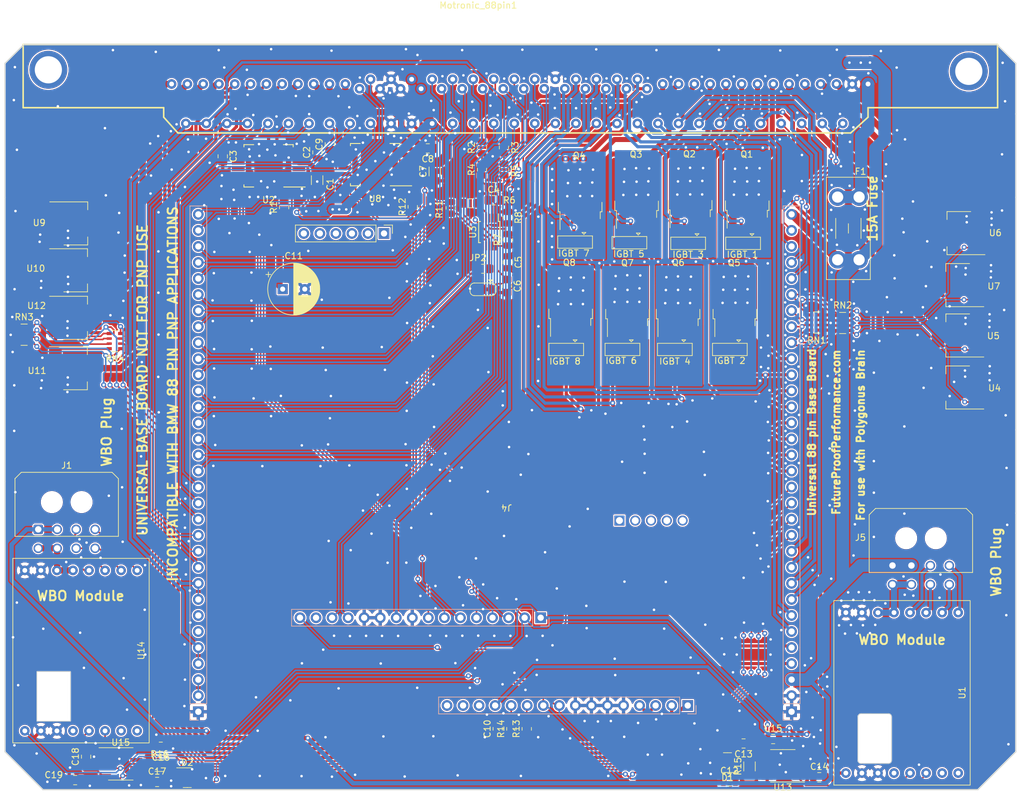
<source format=kicad_pcb>
(kicad_pcb (version 20221018) (generator pcbnew)
  (layers (0 "F.Cu" signal) (31 "B.Cu" signal) (34 "B.Paste" user) (35 "F.Paste" user) (36 "B.SilkS" user "B.Silkscreen") (37 "F.SilkS" user "F.Silkscreen") (38 "B.Mask" user) (39 "F.Mask" user) (44 "Edge.Cuts" user))
  (net 0 "")
  (net 1 "/12V_MR")
  (net 2 "GND")
  (net 3 "/+5V")
  (net 4 "/+3V3")
  (net 5 "/5V_SENSOR_2")
  (net 6 "/5V_SENSOR_1")
  (net 7 "/DIGITAL_5")
  (net 8 "/DIGITAL_4")
  (net 9 "/CAN+")
  (net 10 "/CAN-")
  (net 11 "/DIGITAL_1")
  (net 12 "/AT4")
  (net 13 "/AT3")
  (net 14 "/AT2")
  (net 15 "/AT1")
  (net 16 "/AV11")
  (net 17 "/AV10")
  (net 18 "/AV9")
  (net 19 "/AV8")
  (net 20 "/AV7")
  (net 21 "/AV6")
  (net 22 "/AV5")
  (net 23 "/AV4")
  (net 24 "/AV3")
  (net 25 "/AV2")
  (net 26 "/AV1")
  (net 27 "/KNOCK_1")
  (net 28 "/LS16")
  (net 29 "/LS15")
  (net 30 "/LS1")
  (net 31 "/LS4")
  (net 32 "/LS6")
  (net 33 "/LS7")
  (net 34 "/LS9ADD")
  (net 35 "/CRANK +")
  (net 36 "/IGBT7")
  (net 37 "/IGBT6")
  (net 38 "/IGBT4")
  (net 39 "/IGBT1")
  (net 40 "/LS13")
  (net 41 "/LS14")
  (net 42 "/LS5")
  (net 43 "/LS8")
  (net 44 "/LS3")
  (net 45 "/LS2")
  (net 46 "/LS10ADD")
  (net 47 "/LS11ADD")
  (net 48 "/LS12ADD")
  (net 49 "/IGBT2")
  (net 50 "/IGBT3")
  (net 51 "/IGBT8")
  (net 52 "/IGBT5")
  (net 53 "/12V_KEY")
  (net 54 "/KNOCK_2")
  (net 55 "/IGN12")
  (net 56 "/IGN11")
  (net 57 "/IGN10")
  (net 58 "/IGN9")
  (net 59 "/IGN8")
  (net 60 "/IGN7")
  (net 61 "/IGN6")
  (net 62 "/IGN5")
  (net 63 "/IGN4")
  (net 64 "/IGN3")
  (net 65 "/IGN2")
  (net 66 "/IGN1")
  (net 67 "/LS9")
  (net 68 "/LS10")
  (net 69 "/LS11")
  (net 70 "/LS12")
  (net 71 "/12V_PROT")
  (net 72 "/DIGITAL_6")
  (net 73 "/DIGITAL_3")
  (net 74 "/DIGITAL_2")
  (net 75 "/HS4")
  (net 76 "/HS3")
  (net 77 "/HS2")
  (net 78 "/HS1")
  (net 79 "/CAN2+")
  (net 80 "/CAN2-")
  (net 81 "/ETB1_PWM")
  (net 82 "/ETB1_DIS")
  (net 83 "/ETB1_DIR")
  (net 84 "/ETB2_PWM")
  (net 85 "/ETB2_DIS")
  (net 86 "/ETB2_DIR")
  (net 87 "/VR2+")
  (net 88 "/VR1+")
  (net 89 "Net-(U3-IN-)")
  (net 90 "Net-(U3-IN+)")
  (net 91 "Net-(U3-BIAS)")
  (net 95 "/CRANK -")
  (net 98 "/ExtraLSB")
  (net 99 "/ExtraLSC")
  (net 100 "/ExtraLSA")
  (net 101 "Net-(R2-Pad1)")
  (net 102 "/Perm_Live")
  (net 105 "/12V_MR_FUSE")
  (net 106 "/ETB2_+")
  (net 107 "/ETB2_-")
  (net 108 "/ETB1_+")
  (net 109 "/ETB1_-")
  (net 111 "Net-(R3-Pad1)")
  (net 118 "/LSU_Rtrim")
  (net 119 "/LSU_Un")
  (net 120 "/HeaterNeg")
  (net 121 "/LSU_Ip")
  (net 122 "/LSU_Vm")
  (net 127 "Net-(JP1-B)")
  (net 130 "Net-(JP2-C)")
  (net 131 "Net-(JP3-B)")
  (net 132 "Net-(JP4-B)")
  (net 133 "Net-(JP5-B)")
  (net 134 "Net-(JP6-B)")
  (net 135 "Net-(JP7-B)")
  (net 136 "Net-(JP8-B)")
  (net 137 "Net-(JP9-B)")
  (net 138 "Net-(U3-EXT)")
  (net 139 "Net-(RN2-R4.2)")
  (net 140 "Net-(RN2-R3.2)")
  (net 141 "Net-(RN2-R2.2)")
  (net 142 "/ExtraLSD")
  (net 143 "Net-(RN2-R1.2)")
  (net 144 "Net-(C10-Pad1)")
  (net 145 "Net-(RN4-R4.2)")
  (net 146 "Net-(RN4-R3.2)")
  (net 147 "Net-(RN4-R2.2)")
  (net 148 "Net-(RN4-R1.2)")
  (net 152 "/RC1")
  (net 153 "/RC2")
  (net 154 "/CAN_RX")
  (net 155 "/CAN_TX")
  (net 164 "/LSU_Ip2")
  (net 165 "/LSU_Un2")
  (net 166 "/HeaterNeg2")
  (net 167 "/LSU_Vm2")
  (net 168 "/LSU_Rtrim2")
  (net 169 "/CAN_RX2")
  (net 170 "/CAN_TX2")
  (footprint "Capacitor_SMD:C_0805_2012Metric_Pad1.18x1.45mm_HandSolder" (layer "F.Cu") (at 136.604474 64.624951 -90)
    (fp_text reference "C6")
    (fp_text value "100n")
  )
  (footprint "wideband_module:f042_wideband_module" (layer "F.Cu") (at 60.295183 135.04 90)
    (fp_text reference "U14")
    (fp_text value "WBO-Single-Module")
    (fp_rect (start 1.524 1.905) (end 9.398 7.239) (stroke (width 0.12)) (fill none) (layer "Edge.Cuts"))
  )
  (footprint "Resistor_SMD:R_Array_Convex_4x0603" (layer "F.Cu") (at 60.184961 72.327853)
    (fp_text reference "RN3")
    (fp_text value "1k")
  )
  (footprint "Package_TO_SOT_SMD:TO-252-2" (layer "F.Cu") (at 165.617124 50.100737 90)
    (fp_text reference "Q2")
    (fp_text value "NGD8201AN")
  )
  (footprint "Package_TO_SOT_SMD:SOT-223" (layer "F.Cu") (at 68.304476 62.131561)
    (fp_text reference "U10")
    (fp_text value "VNL5090")
  )
  (footprint "Capacitor_THT:CP_Radial_D8.0mm_P3.50mm" (layer "F.Cu") (at 101.112052 65.110107)
    (fp_text reference "C11")
    (fp_text value "56u")
  )
  (footprint "Package_SO:SOIC-8_3.9x4.9mm_P1.27mm" (layer "F.Cu") (at 75.481624 140.271545)
    (fp_text reference "U15")
    (fp_text value "TJA1051T-3")
  )
  (footprint "Resistor_SMD:R_Array_Convex_4x0603" (layer "F.Cu") (at 189.762544 70.473813)
    (fp_text reference "RN2")
    (fp_text value "1k")
  )
  (footprint "Jumper:SolderJumper-3_P2.0mm_Open_TrianglePad1.0x1.5mm" (layer "F.Cu") (at 174 57.84 180)
    (fp_text reference "JP1" hide)
    (fp_text value "Jumper_3_Open")
  )
  (footprint "Resistor_SMD:R_0805_2012Metric" (layer "F.Cu") (at 121.703685 52.084021 90)
    (fp_text reference "R12")
    (fp_text value "10k")
  )
  (footprint "Package_TO_SOT_SMD:SOT-223" (layer "F.Cu") (at 68.341189 54.705741)
    (fp_text reference "U9")
    (fp_text value "VNL5090")
  )
  (footprint "Capacitor_SMD:C_0805_2012Metric" (layer "F.Cu") (at 68.262465 142.838958 180)
    (fp_text reference "C19")
    (fp_text value "100n")
  )
  (footprint "Connector_Molex:Molex_Micro-Fit_3.0_43045-0800_2x04_P3.00mm_Horizontal" (layer "F.Cu") (at 197.646976 108.866217)
    (fp_text reference "J5")
    (fp_text value "Conn_02x04_Top_Bottom")
  )
  (footprint "Package_TO_SOT_SMD:SOT-223" (layer "F.Cu") (at 208.188488 56.250546 180)
    (fp_text reference "U6")
    (fp_text value "VNL5090")
  )
  (footprint "Capacitor_SMD:C_0805_2012Metric" (layer "F.Cu") (at 124.082661 42.835627 180)
    (fp_text reference "C8")
    (fp_text value "10n")
  )
  (footprint "Capacitor_SMD:C_0805_2012Metric" (layer "F.Cu") (at 178.755526 136.34)
    (fp_text reference "C15")
    (fp_text value "100n")
  )
  (footprint "Package_TO_SOT_SMD:SOT-223" (layer "F.Cu") (at 208.005466 64.486559 180)
    (fp_text reference "U7")
    (fp_text value "VNL5090")
  )
  (footprint "Capacitor_SMD:C_0805_2012Metric" (layer "F.Cu") (at 81.818167 137.563839 180)
    (fp_text reference "C16")
    (fp_text value "47p")
  )
  (footprint "Package_TO_SOT_SMD:SOT-223" (layer "F.Cu") (at 68.304476 69.655819)
    (fp_text reference "U12")
    (fp_text value "VNL5090")
  )
  (footprint "Resistor_SMD:R_0805_2012Metric" (layer "F.Cu") (at 136.156488 46.174308 90)
    (fp_text reference "R5")
    (fp_text value "4.7k")
  )
  (footprint "Jumper:SolderJumper-3_P2.0mm_Open_TrianglePad1.0x1.5mm" (layer "F.Cu") (at 154.9 74.64 180)
    (fp_text reference "JP8" hide)
    (fp_text value "Jumper_3_Open")
  )
  (footprint "Capacitor_SMD:C_0805_2012Metric" (layer "F.Cu") (at 174.072461 137.038591 180)
    (fp_text reference "C13")
    (fp_text value "47p")
  )
  (footprint "Jumper:SolderJumper-3_P2.0mm_Open_TrianglePad1.0x1.5mm" (layer "F.Cu") (at 165.3 57.84 180)
    (fp_text reference "JP3" hide)
    (fp_text value "Jumper_3_Open")
  )
  (footprint "Package_TO_SOT_SMD:TO-252-2" (layer "F.Cu") (at 155.7 67.34 90)
    (fp_text reference "Q7")
    (fp_text value "NGD8201AN")
  )
  (footprint "Capacitor_SMD:C_0805_2012Metric" (layer "F.Cu") (at 81.234731 143.131829)
    (fp_text reference "C17")
    (fp_text value "47p")
  )
  (footprint "Capacitor_SMD:C_0805_2012Metric" (layer "F.Cu") (at 171.827796 143.031045)
    (fp_text reference "C12")
    (fp_text value "47p")
  )
  (footprint "Package_SO:MSOP-10_3x3mm_P0.5mm" (layer "F.Cu") (at 133.811353 56.080996 -90)
    (fp_text reference "U3")
    (fp_text value "MAX9924")
  )
  (footprint "Jumper:SolderJumper-3_P2.0mm_Open_TrianglePad1.0x1.5mm" (layer "F.Cu") (at 171.9 74.64 180)
    (fp_text reference "JP6" hide)
    (fp_text value "Jumper_3_Open")
  )
  (footprint "Resistor_SMD:R_0805_2012Metric" (layer "F.Cu") (at 132.665586 46.198892 90)
    (fp_text reference "R4")
    (fp_text value "4.7k")
  )
  (footprint "Package_TO_SOT_SMD:SOT-223" (layer "F.Cu") (at 208.005466 80.684051 180)
    (fp_text reference "U4")
    (fp_text value "VNL5090")
  )
  (footprint "Resistor_SMD:R_Array_Convex_4x0603" (layer "F.Cu") (at 74.558314 73.339005 180)
    (fp_text reference "RN4")
    (fp_text value "1k")
  )
  (footprint "Package_SO:Infineon_PG-DSO-12-9" (layer "F.Cu") (at 115.737906 45.408604 180)
    (fp_text reference "U8")
    (fp_text value "TLE9201SG")
  )
  (footprint "Resistor_SMD:R_0805_2012Metric" (layer "F.Cu") (at 134.509372 48.964572 180)
    (fp_text reference "R6")
    (fp_text value "DNP")
  )
  (footprint "Package_TO_SOT_SMD:SOT-223" (layer "F.Cu") (at 68.277619 77.63282)
    (fp_text reference "U11")
    (fp_text value "VNL5090")
  )
  (footprint "Resistor_SMD:R_1206_3216Metric" (layer "F.Cu") (at 175.014418 140.66613 90)
    (fp_text reference "R15")
    (fp_text value "120")
  )
  (footprint "Connector_Molex:Molex_Micro-Fit_3.0_43045-0800_2x04_P3.00mm_Horizontal" (layer "F.Cu") (at 62.418375 103.145066)
    (fp_text reference "J1")
    (fp_text value "Conn_02x04_Top_Bottom")
  )
  (footprint "Simon:R_0805_2012Metric_Pad1.15x1.40mm_HandSolder" (layer "F.Cu") (at 130.809704 51.520545)
    (fp_text reference "R9" hide)
    (fp_text value "DNP" hide)
  )
  (footprint "Package_TO_SOT_SMD:TO-252-2" (layer "F.Cu") (at 146.7 67.302005 90)
    (fp_text reference "Q8")
    (fp_text value "NGD8201AN")
  )
  (footprint "Fuse:Fuseholder_Blade_Mini_Keystone_3568" (layer "F.Cu") (at 192.364464 50.542664 -90)
    (fp_text reference "F1")
    (fp_text value "Fuse")
  )
  (footprint "Resistor_SMD:R_0805_2012Metric" (layer "F.Cu") (at 101.340513 52.18234 90)
    (fp_text reference "R1")
    (fp_text value "10k")
  )
  (footprint "Package_TO_SOT_SMD:SOT-223" (layer "F.Cu") (at 208.005466 72.448038 180)
    (fp_text reference "U5")
    (fp_text value "VNL5090")
  )
  (footprint "Resistor_SMD:R_0805_2012Metric" (layer "F.Cu") (at 137.316345 134.72412 90)
    (fp_text reference "R14")
    (fp_text value "DNP")
  )
  (footprint "Resistor_SMD:R_1206_3216Metric" (layer "F.Cu") (at 81.61775 140.550045)
    (fp_text reference "R16")
    (fp_text value "120")
  )
  (footprint "Capacitor_SMD:C_0805_2012Metric" (layer "F.Cu") (at 136.759056 60.861096 -90)
    (fp_text reference "C5")
    (fp_text value "1u")
  )
  (footprint "Package_TO_SOT_SMD:SOT-23" (layer "F.Cu") (at 171.527171 140.06488 180)
    (fp_text reference "D1")
    (fp_text value "NUP2105L")
  )
  (footprint "Simon:R_0805_2012Metric_Pad1.15x1.40mm_HandSolder" (layer "F.Cu") (at 132.847582 61.893061)
    (fp_text reference "R10" hide)
    (fp_text value "DNP" hide)
  )
  (footprint "Resistor_SMD:R_0805_2012Metric" (layer "F.Cu") (at 136.777157 57.313356 90)
    (fp_text reference "R7")
    (fp_text value "1k")
  )
  (footprint "Capacitor_SMD:C_0805_2012Metric" (layer "F.Cu") (at 91.623348 44.083893 -90)
    (fp_text reference "C3")
    (fp_text value "10n")
  )
  (footprint "Package_TO_SOT_SMD:SOT-23" (layer "F.Cu") (at 86.006872 142.454002)
    (fp_text reference "D2")
    (fp_text value "NUP2105L")
  )
  (footprint "Capacitor_SMD:C_1206_3216Metric" (layer "F.Cu") (at 106.562042 47.8646 90)
    (fp_text reference "C1")
    (fp_text value "10u")
  )
  (footprint "Package_TO_SOT_SMD:TO-252-2" (layer "F.Cu") (at 172.7 67.34 90)
    (fp_text reference "Q5")
    (fp_text value "NGD8201AN")
  )
  (footprint "Capacitor_SMD:C_0805_2012Metric" (layer "F.Cu") (at 69.993202 139.130574 90)
    (fp_text reference "C18")
    (fp_text value "100n")
  )
  (footprint "Simon:88Pin Motronic BMW" (layer "F.Cu") (at 132.08 20.692516)
    (fp_text reference "Motronic_88pin1")
    (fp_text value "Motronic_88pin")
  )
  (footprint "Jumper:SolderJumper-3_P2.0mm_Open_TrianglePad1.0x1.5mm" (layer "F.Cu") (at 146 74.64 180)
    (fp_text reference "JP9" hide)
    (fp_text value "Jumper_3_Open")
  )
  (footprint "Package_SO:SOIC-8_3.9x4.9mm_P1.27mm" (layer "F.Cu") (at 180.285593 140.573446 180)
    (fp_text reference "U13")
    (fp_text value "TJA1051T-3")
  )
  (footprint "Package_TO_SOT_SMD:TO-252-2" (layer "F.Cu") (at 163.7 67.34 90)
    (fp_text reference "Q6")
    (fp_text value "NGD8201AN")
  )
  (footprint "Jumper:SolderJumper-3_P2.0mm_Open_TrianglePad1.0x1.5mm" (layer "F.Cu") (at 163.2 74.64 180)
    (fp_text reference "JP7" hide)
    (fp_text value "Jumper_3_Open")
  )
  (footprint "Package_TO_SOT_SMD:TO-252-2" (layer "F.Cu") (at 148.202936 50.400022 90)
    (fp_text reference "Q4")
    (fp_text value "NGD8201AN")
  )
  (footprint "Resistor_SMD:R_0805_2012Metric" (layer "F.Cu") (at 132.665586 42.70799 90)
    (fp_text reference "R2")
    (fp_text value "4.7k")
  )
  (footprint "Capacitor_SMD:C_0805_2012Metric" (layer "F.Cu") (at 186.057368 142.389712)
    (fp_text reference "C14")
    (fp_text value "100n")
  )
  (footprint "Resistor_SMD:R_0805_2012Metric" (layer "F.Cu") (at 139.74911 134.72412 90)
    (fp_text reference "R13")
    (fp_text value "DNP")
  )
  (footprint "Capacitor_SMD:C_0805_2012Metric" (layer "F.Cu") (at 108.579658 42.168935 90)
    (fp_text reference "C9")
    (fp_text value "10n")
  )
  (footprint "Resistor_SMD:R_Array_Convex_4x0603" (layer "F.Cu") (at 185.65105 70.402925 180)
    (fp_text reference "RN1")
    (fp_text value "1k")
  )
  (footprint "Jumper:SolderJumper-3_P2.0mm_Open_TrianglePad1.0x1.5mm" (layer "F.Cu") (at 156 57.74 180)
    (fp_text reference "JP4" hide)
    (fp_text value "Jumper_3_Open")
  )
  (footprint "Simon:f042_wideband_module" (layer "F.Cu") (at 190.267127 141.724405 90)
    (fp_text reference "U1")
    (fp_text value "WBO-Single-Module")
    (fp_line (start 1.519997 2.401818) (end 1.523662 6.746786) (stroke (width 0.12)) (layer "Edge.Cuts"))
    (fp_line (start 2.02496 1.901166) (end 8.899635 1.903835) (stroke (width 0.12)) (layer "Edge.Cuts"))
    (fp_line (start 2.028408 7.240873) (end 8.903935 7.241418) (stroke (width 0.12)) (layer "Edge.Cuts"))
    (fp_line (start 9.398147 6.741142) (end 9.400559 2.399563) (stroke (width 0.12)) (layer "Edge.Cuts"))
    (fp_arc (start 1.519997 2.401818) (mid 1.669557 2.047683) (end 2.02496 1.901166) (stroke (width 0.12)) (layer "Edge.Cuts"))
    (fp_arc (start 2.028408 7.240873) (mid 1.673822 7.098246) (end 1.523662 6.746786) (stroke (width 0.12)) (layer "Edge.Cuts"))
    (fp_arc (start 8.899635 1.903835) (mid 9.252203 2.048548) (end 9.400559 2.399563) (stroke (width 0.12)) (layer "Edge.Cuts"))
    (fp_arc (start 9.398147 6.741142) (mid 9.253752 7.092744) (end 8.903935 7.241418) (stroke (width 0.12)) (layer "Edge.Cuts"))
  )
  (footprint "Package_TO_SOT_SMD:TO-252-2" (layer "F.Cu") (at 157.132819 50.20729 90)
    (fp_text reference "Q3")
    (fp_text value "NGD8201AN")
  )
  (footprint "Package_SO:Infineon_PG-DSO-12-9" (layer "F.Cu") (at 98.877537 45.596167 180)
    (fp_text reference "U2")
    (fp_text value "TLE9201SG")
  )
  (footprint "Resistor_SMD:R_0805_2012Metric" (layer "F.Cu") (at 135.157194 134.716133 90)
    (fp_text reference "C10")
    (fp_text value "1u")
  )
  (footprint "Jumper:SolderJumper-3_P1.3mm_Bridged12_RoundedPad1.0x1.5mm" (layer "F.Cu") (at 132.821425 65.149871 180)
    (fp_text reference "JP2")
    (fp_text value "Jumper_3_Bridged12")
  )
  (footprint "Resistor_SMD:R_0805_2012Metric" (layer "F.Cu") (at 136.144196 42.695698 90)
    (fp_text reference "R3")
    (fp_text value "4.7k")
  )
  (footprint "Capacitor_SMD:C_0805_2012Metric" (layer "F.Cu") (at 134.509372 51.041904)
    (fp_text reference "C4")
    (fp_text value "1n")
  )
  (footprint "Capacitor_SMD:C_0805_2012Metric" (layer "F.Cu") (at 106.612595 43.466468 90)
    (fp_text reference "C2")
    (fp_text value "10n")
  )
  (footprint "Simon:Polygonus-With-USB-SWD" (layer "F.Cu") (at 136.565871 99.211522 180)
    (fp_text reference "J4")
    (fp_text value "Polygonus_Plugs")
  )
  (footprint "Resistor_SMD:R_0805_2012Metric" (layer "F.Cu") (at 136.767835 53.794967 -90)
    (fp_text reference "R8")
    (fp_text value "1k")
  )
  (footprint "Capacitor_SMD:C_1206_3216Metric" (layer "F.Cu") (at 125.200007 46.494022 90)
    (fp_text reference "C7")
    (fp_text value "10u")
  )
  (footprint "Jumper:SolderJumper-3_P2.0mm_Open_TrianglePad1.0x1.5mm" (layer "F.Cu") (at 147.4 57.64 180)
    (fp_text reference "JP5" hide)
    (fp_text value "Jumper_3_Open")
  )
  (footprint "Resistor_SMD:R_0805_2012Metric" (layer "F.Cu") (at 127.72025 52.254652 -90)
    (fp_text reference "R11")
    (fp_text value "4.7k")
  )
  (footprint "Package_TO_SOT_SMD:TO-252-2" (layer "F.Cu") (at 174.651404 50.173011 90)
    (fp_text reference "Q1")
    (fp_text value "NGD8201AN")
  )
  (gr_line (start 57.16 82.38) (end 57.16 50.58) (stroke (width 0.2)) (layer "Edge.Cuts"))
  (gr_line (start 57.16 50.58) (end 57.16 37.38) (stroke (width 0.2)) (layer "Edge.Cuts"))
  (gr_line (start 217.16 138.338) (end 211.16 144.338) (stroke (width 0.2)) (layer "Edge.Cuts"))
  (gr_line (start 214.16 26.38) (end 217.16 29.38) (stroke (width 0.2)) (layer "Edge.Cuts"))
  (gr_line (start 60.16 26.38) (end 214.16 26.38) (stroke (width 0.2)) (layer "Edge.Cuts"))
  (gr_line (start 211.16 144.338) (end 63.16 144.338) (stroke (width 0.2)) (layer "Edge.Cuts"))
  (gr_line (start 57.16 29.38) (end 60.16 26.38) (stroke (width 0.2)) (layer "Edge.Cuts"))
  (gr_line (start 57.16 37.38) (end 57.16 29.38) (stroke (width 0.2)) (layer "Edge.Cuts"))
  (gr_line (start 57.16 95.58) (end 57.16 82.38) (stroke (width 0.2)) (layer "Edge.Cuts"))
  (gr_line (start 63.16 144.338) (end 57.16 138.338) (stroke (width 0.2)) (layer "Edge.Cuts"))
  (gr_line (start 217.16 50.58) (end 217.16 87.38) (stroke (width 0.2)) (layer "Edge.Cuts"))
  (gr_line (start 217.16 37.38) (end 217.16 50.58) (stroke (width 0.2)) (layer "Edge.Cuts"))
  (gr_line (start 57.16 138.338) (end 57.16 95.58) (stroke (width 0.2)) (layer "Edge.Cuts"))
  (gr_line (start 217.16 100.58) (end 217.16 138.338) (stroke (width 0.2)) (layer "Edge.Cuts"))
  (gr_line (start 217.16 87.38) (end 217.16 100.58) (stroke (width 0.2)) (layer "Edge.Cuts"))
  (gr_line (start 217.16 29.38) (end 217.16 37.38) (stroke (width 0.2)) (layer "Edge.Cuts"))
  (gr_text "INCOMPATIBLE WITH BMW 88 PIN PNP APPLICATIONS" (at 83.725721 81.707486 90) (layer "F.SilkS") (effects (font (size 1.5 1.5) (thickness 0.3))))
  (gr_text "IGBT 4" (at 163.2 76.54) (layer "F.SilkS") (effects (font (size 1 1))))
  (gr_text "UNIVERSAL BASE BOARD NOT FOR PNP USE" (at 78.924212 79.498792 90) (layer "F.SilkS") (effects (font (size 1.5 1.5) (thickness 0.3))))
  (gr_text "IGBT 8" (at 145.8 76.54) (layer "F.SilkS") (effects (font (size 1 1))))
  (gr_text "Universal 88 pin Base Board\n\nFutureProofPerformance.com\n\nFor use with Polygonus Brain " (at 188.742355 87.772906 90) (layer "F.SilkS") (effects (font (size 1.2 1.2) (thickness 0.3))))
  (gr_text "WBO Plug" (at 73.231918 87.736637 90) (layer "F.SilkS") (effects (font (size 1.5 1.5) (thickness 0.3))))
  (gr_text "IGBT 3" (at 165.3 59.64) (layer "F.SilkS") (effects (font (size 1 1))))
  (gr_text "WBO Module" (at 199.166703 120.622087) (layer "F.SilkS") (effects (font (size 1.5 1.5) (thickness 0.3))))
  (gr_text "IGBT 6" (at 154.7 76.44) (layer "F.SilkS") (effects (font (size 1 1))))
  (gr_text "15A Fuse" (at 194.48984 52.361877 90) (layer "F.SilkS") (effects (font (size 1.5 1.5) (thickness 0.3))))
  (gr_text "IGBT 2" (at 171.9 76.44) (layer "F.SilkS") (effects (font (size 1 1))))
  (gr_text "IGBT 7" (at 147.2 59.44) (layer "F.SilkS") (effects (font (size 1 1))))
  (gr_text "IGBT 5" (at 155.9 59.54) (layer "F.SilkS") (effects (font (size 1 1))))
  (gr_text "WBO Module" (at 69.118055 113.68661) (layer "F.SilkS") (effects (font (size 1.5 1.5) (thickness 0.3))))
  (gr_text "WBO Plug" (at 214.042673 108.316888 90) (layer "F.SilkS") (effects (font (size 1.5 1.5) (thickness 0.3))))
  (gr_text "IGBT 1" (at 173.9 59.64) (layer "F.SilkS") (effects (font (size 1 1))))
  (segment (start 192.685683 50.221445) (end 192.685683 40.880871) (width 2) (layer "B.Cu") (net 1))
  (segment (start 192.685683 40.880871) (end 193.7775 39.789054) (width 2) (layer "B.Cu") (net 1))
  (segment (start 193.7775 39.789054) (end 193.7775 32.642516) (width 2) (layer "B.Cu") (net 1))
  (segment (start 188.964464 50.542664) (end 192.364464 50.542664) (width 2) (layer "B.Cu") (net 1))
  (segment (start 192.364464 50.542664) (end 192.685683 50.221445) (width 2) (layer "B.Cu") (net 1))
  (segment (start 117.928264 46.997035) (end 115.779576 44.848347) (width 0.25) (layer "F.Cu") (net 2))
  (segment (start 114.577667 41.171336) (end 113.816084 41.932919) (width 0.5) (layer "F.Cu") (net 2))
  (segment (start 115.118792 49.168277) (end 112.99023 47.039715) (width 0.5) (layer "F.Cu") (net 2))
  (segment (start 97.422015 44.017251) (end 101.788497 44.017251) (width 0.5) (layer "F.Cu") (net 2))
  (segment (start 99.748183 48.028803) (end 99.773475 48.054095) (width 0.5) (layer "F.Cu") (net 2))
  (segment (start 117.784331 40.530003) (end 117.145338 41.168996) (width 0.5) (layer "F.Cu") (net 2))
  (segment (start 95.798641 42.975085) (end 95.798641 42.824731) (width 0.5) (layer "F.Cu") (net 2))
  (segment (start 97.234012 50.515285) (end 97.234012 48.49433) (width 0.5) (layer "F.Cu") (net 2))
  (segment (start 118.36792 46.997035) (end 118.32524 47.039715) (width 0.25) (layer "F.Cu") (net 2))
  (segment (start 118.757697 42.211666) (end 118.416256 42.211666) (width 0.5) (layer "F.Cu") (net 2))
  (segment (start 97.36189 42.153377) (end 99.806971 42.153377) (width 0.5) (layer "F.Cu") (net 2))
  (segment (start 118.416256 42.211666) (end 117.145338 43.482584) (width 0.5) (layer "F.Cu") (net 2))
  (segment (start 95.898849 46.228113) (end 97.699539 48.028803) (width 0.5) (layer "F.Cu") (net 2))
  (segment (start 97.304714 42.096201) (end 97.36189 42.153377) (width 0.5) (layer "F.Cu") (net 2))
  (segment (start 136.759056 61.811096) (end 136.852885 61.811096) (width 0.25) (layer "F.Cu") (net 2))
  (segment (start 95.798641 42.824731) (end 96.527171 42.096201) (width 0.5) (layer "F.Cu") (net 2))
  (segment (start 130.815404 49.554645) (end 129.129277 47.868518) (width 0.25) (layer "F.Cu") (net 2))
  (segment (start 113.013603 41.130438) (end 113.816084 41.932919) (width 0.5) (layer "F.Cu") (net 2))
  (segment (start 96.527171 42.096201) (end 97.304714 42.096201) (width 0.5) (layer "F.Cu") (net 2))
  (segment (start 137.817192 64.449733) (end 136.604474 65.662451) (width 0.25) (layer "F.Cu") (net 2))
  (segment (start 95.999057 44.017251) (end 97.422015 44.017251) (width 0.5) (layer "F.Cu") (net 2))
  (segment (start 131.085185 53.053358) (end 130.815404 52.783577) (width 0.25) (layer "F.Cu") (net 2))
  (segment (start 132.811353 53.880996) (end 132.789608 53.880996) (width 0.25) (layer "F.Cu") (net 2))
  (segment (start 130.815404 52.783577) (end 130.815404 49.554645) (width 0.25) (layer "F.Cu") (net 2))
  (segment (start 99.773475 50.347341) (end 99.773475 48.054095) (width 0.5) (layer "F.Cu") (net 2))
  (segment (start 114.577667 40.670295) (end 114.577667 41.171336) (width 0.5) (layer "F.Cu") (net 2))
  (segment (start 99.847054 42.19346) (end 101.690886 42.19346) (width 0.5) (layer "F.Cu") (net 2))
  (segment (start 100.201474 41.83904) (end 99.847054 42.19346) (width 0.5) (layer "F.Cu") (net 2))
  (segment (start 99.806971 42.153377) (end 99.847054 42.19346) (width 0.5) (layer "F.Cu") (net 2))
  (segment (start 102.058667 44.287421) (end 102.058667 45.768903) (width 0.5) (layer "F.Cu") (net 2))
  (segment (start 131.96197 53.053358) (end 131.085185 53.053358) (width 0.25) (layer "F.Cu") (net 2))
  (segment (start 117.069463 48.736977) (end 118.093785 48.736977) (width 0.5) (layer "F.Cu") (net 2))
  (segment (start 95.898849 44.117459) (end 95.999057 44.017251) (width 0.5) (layer "F.Cu") (net 2))
  (segment (start 118.093785 48.736977) (end 118.738728 49.38192) (width 0.5) (layer "F.Cu") (net 2))
  (segment (start 95.898849 44.117459) (end 95.898849 46.228113) (width 0.5) (layer "F.Cu") (net 2))
  (segment (start 97.699539 48.028803) (end 99.748183 48.028803) (width 0.5) (layer "F.Cu") (net 2))
  (segment (start 101.788497 44.017251) (end 102.058667 44.287421) (width 0.5) (layer "F.Cu") (net 2))
  (segment (start 97.234012 48.49433) (end 97.699539 48.028803) (width 0.5) (layer "F.Cu") (net 2))
  (segment (start 112.497952 41.130438) (end 113.013603 41.130438) (width 0.5) (layer "F.Cu") (net 2))
  (segment (start 118.32524 47.039715) (end 112.99023 47.039715) (width 0.25) (layer "F.Cu") (net 2))
  (segment (start 102.058667 45.768903) (end 99.773475 48.054095) (width 0.5) (layer "F.Cu") (net 2))
  (segment (start 115.118792 50.550829) (end 115.118792 49.168277) (width 0.5) (layer "F.Cu") (net 2))
  (segment (start 113.755959 41.932919) (end 112.693752 42.995126) (width 0.5) (layer "F.Cu") (net 2))
  (segment (start 95.878807 49.849535) (end 97.699539 48.028803) (width 0.5) (layer "F.Cu") (net 2))
  (segment (start 117.002707 48.803733) (end 117.069463 48.736977) (width 0.5) (layer "F.Cu") (net 2))
  (segment (start 117.145338 41.168996) (end 117.145338 43.482584) (width 0.5) (layer "F.Cu") (net 2))
  (segment (start 136.852885 61.811096) (end 137.817192 62.775403) (width 0.25) (layer "F.Cu") (net 2))
  (segment (start 100.201474 39.41062) (end 100.201474 41.83904) (width 0.5) (layer "F.Cu") (net 2))
  (segment (start 129.129277 47.868518) (end 123.979996 47.868518) (width 0.25) (layer "F.Cu") (net 2))
  (segment (start 123.979996 47.868518) (end 123.278521 47.167043) (width 0.25) (layer "F.Cu") (net 2))
  (segment (start 118.36792 46.997035) (end 117.928264 46.997035) (width 0.25) (layer "F.Cu") (net 2))
  (segment (start 99.941419 50.515285) (end 99.773475 50.347341) (width 0.5) (layer "F.Cu") (net 2))
  (segment (start 117.002707 50.530787) (end 117.002707 48.803733) (width 0.5) (layer "F.Cu") (net 2))
  (segment (start 137.817192 62.775403) (end 137.817192 64.449733) (width 0.25) (layer "F.Cu") (net 2))
  (segment (start 132.789608 53.880996) (end 131.96197 53.053358) (width 0.25) (layer "F.Cu") (net 2))
  (segment (start 95.878807 50.530787) (end 95.878807 49.849535) (width 0.5) (layer "F.Cu") (net 2))
  (segment (start 113.816084 41.932919) (end 113.755959 41.932919) (width 0.5) (layer "F.Cu") (net 2))
  (via (at 189.492373 45.672549) (size 0.8) (drill 0.4) (layers "F.Cu" "B.Cu") (net 2))
  (via (at 191.480431 77.808184) (size 0.8) (drill 0.4) (layers "F.Cu" "B.Cu") (net 2))
  (via (at 184.27361 107.571193) (size 0.8) (drill 0.4) (layers "F.Cu" "B.Cu") (net 2))
  (via (at 116.637326 124.379691) (size 0.8) (drill 0.4) (layers "F.Cu" "B.Cu") (net 2))
  (via (at 152.209647 84.836538) (size 0.8) (drill 0.4) (layers "F.Cu" "B.Cu") (net 2))
  (via (at 80.135781 42.067276) (size 0.8) (drill 0.4) (layers "F.Cu" "B.Cu") (net 2))
  (via (at 117.0582 135.923682) (size 0.8) (drill 0.4) (layers "F.Cu" "B.Cu") (net 2))
  (via (at 189.189308 118.335791) (size 0.8) (drill 0.4) (layers "F.Cu" "B.Cu") (net 2))
  (via (at 209.120445 78.000211) (size 0.8) (drill 0.4) (layers "F.Cu" "B.Cu") (net 2))
  (via (at 213.018559 69.094301) (size 0.8) (drill 0.4) (layers "F.Cu" "B.Cu") (net 2))
  (via (at 90.255702 77.682007) (size 0.8) (drill 0.4) (layers "F.Cu" "B.Cu") (net 2))
  (via (at 136.951593 90.112118) (size 0.8) (drill 0.4) (layers "F.Cu" "B.Cu") (net 2))
  (via (at 90.215618 62.590644) (size 0.8) (drill 0.4) (layers "F.Cu" "B.Cu") (net 2))
  (via (at 133.682951 78.247551) (size 0.8) (drill 0.4) (layers "F.Cu" "B.Cu") (net 2))
  (via (at 168.780682 140.105747) (size 0.8) (drill 0.4) (layers "F.Cu" "B.Cu") (net 2))
  (via (at 171.010384 122.921346) (size 0.8) (drill 0.4) (layers "F.Cu" "B.Cu") (net 2))
  (via (at 200.893385 51.236142) (size 0.8) (drill 0.4) (layers "F.Cu" "B.Cu") (net 2))
  (via (at 177.916342 86.140401) (size 0.8) (drill 0.4) (layers "F.Cu" "B.Cu") (net 2))
  (via (at 67.031789 81.397485) (size 0.8) (drill 0.4) (layers "F.Cu" "B.Cu") (net 2))
  (via (at 75.894661 66.973453) (size 0.8) (drill 0.4) (layers "F.Cu" "B.Cu") (net 2))
  (via (at 97.234012 50.515285) (size 0.8) (drill 0.4) (layers "F.Cu" "B.Cu") (net 2))
  (via (at 180.743986 64.745692) (size 0.8) (drill 0.4) (layers "F.Cu" "B.Cu") (net 2))
  (via (at 209.205805 70.630784) (size 0.8) (drill 0.4) (layers "F.Cu" "B.Cu") (net 2))
  (via (at 85.853351 95.82034) (size 0.8) (drill 0.4) (layers "F.Cu" "B.Cu") (net 2))
  (via (at 83.456634 143.80304) (size 0.8) (drill 0.4) (layers "F.Cu" "B.Cu") (net 2))
  (via (at 196.636675 45.338919) (size 0.8) (drill 0.4) (layers "F.Cu" "B.Cu") (net 2))
  (via (at 213.018559 70.118623) (size 0.8) (drill 0.4) (layers "F.Cu" "B.Cu") (net 2))
  (via (at 181.762351 136.569798) (size 0.8) (drill 0.4) (layers "F.Cu" "B.Cu") (net 2))
  (via (at 104.161398 124.349629) (size 0.8) (drill 0.4) (layers "F.Cu" "B.Cu") (net 2))
  (via (at 194.7 92.34) (size 0.8) (drill 0.4) (layers "F.Cu" "B.Cu") (net 2))
  (via (at 139.730902 120.023107) (size 0.8) (drill 0.4) (layers "F.Cu" "B.Cu") (net 2))
  (via (at 117.721224 108.429489) (size 0.8) (drill 0.4) (layers "F.Cu" "B.Cu") (net 2))
  (via (at 184.764065 123.533667) (size 0.8) (drill 0.4) (layers "F.Cu" "B.Cu") (net 2))
  (via (at 170.169535 27.246287) (size 0.8) (drill 0.4) (layers "F.Cu" "B.Cu") (net 2))
  (via (at 73.118772 50.264893) (size 0.8) (drill 0.4) (layers "F.Cu" "B.Cu") (net 2))
  (via (at 149.151232 31.813799) (size 0.8) (drill 0.4) (layers "F.Cu" "B.Cu") (net 2))
  (via (at 96.167988 62.490436) (size 0.8) (drill 0.4) (layers "F.Cu" "B.Cu") (net 2))
  (via (at 184.668246 139.486972) (size 0.8) (drill 0.4) (layers "F.Cu" "B.Cu") (net 2))
  (via (at 145.891715 44.489828) (size 0.8) (drill 0.4) (layers "F.Cu" "B.Cu") (net 2))
  (via (at 185.314332 111.937441) (size 0.8) (drill 0.4) (layers "F.Cu" "B.Cu") (net 2))
  (via (at 158.921459 31.706138) (size 0.8) (drill 0.4) (layers "F.Cu" "B.Cu") (net 2))
  (via (at 129.869446 42.935001) (size 0.8) (drill 0.4) (layers "F.Cu" "B.Cu") (net 2))
  (via (at 111.669545 93.021931) (size 0.8) (drill 0.4) (layers "F.Cu" "B.Cu") (net 2))
  (via (at 199.526295 86.851907) (size 0.8) (drill 0.4) (layers "F.Cu" "B.Cu") (net 2))
  (via (at 206.702082 82.041457) (size 0.8) (drill 0.4) (layers "F.Cu" "B.Cu") (net 2))
  (via (at 136.968602 36.3535) (size 0.8) (drill 0.4) (layers "F.Cu" "B.Cu") (net 2))
  (via (at 174.003956 37.573657) (size 0.8) (drill 0.4) (layers "F.Cu" "B.Cu") (net 2))
  (via (at 160.857362 37.370298) (size 0.8) (drill 0.4) (layers "F.Cu" "B.Cu") (net 2))
  (via (at 108.685814 114.69112) (size 0.8) (drill 0.4) (layers "F.Cu" "B.Cu") (net 2))
  (via (at 108.911269 142.296926) (size 0.8) (drill 0.4) (layers "F.Cu" "B.Cu") (net 2))
  (via (at 81.111761 135.646088) (size 0.8) (drill 0.4) (layers "F.Cu" "B.Cu") (net 2))
  (via (at 111.880642 106.441775) (size 0.8) (drill 0.4) (layers "F.Cu" "B.Cu") (net 2))
  (via (at 124.295785 60.354041) (size 0.8) (drill 0.4) (layers "F.Cu" "B.Cu") (net 2))
  (via (at 191.480412 107.280109) (size 0.8) (drill 0.4) (layers "F.Cu" "B.Cu") (net 2))
  (via (at 129.448787 93.36394) (size 0.8) (drill 0.4) (layers "F.Cu" "B.Cu") (net 2))
  (via (at 193.988446 113.084152) (size 0.8) (drill 0.4) (layers "F.Cu" "B.Cu") (net 2))
  (via (at 67.126736 58.215318) (size 0.8) (drill 0.4) (layers "F.Cu" "B.Cu") (net 2))
  (via (at 136.917762 86.137201) (size 0.8) (drill 0.4) (layers "F.Cu" "B.Cu") (net 2))
  (via (at 112.693752 42.995126) (size 0.8) (drill 0.4) (layers "F.Cu" "B.Cu") (net 2))
  (via (at 187.947788 110.954038) (size 0.8) (drill 0.4) (layers "F.Cu" "B.Cu") (net 2))
  (via (at 59.034065 114.735857) (size 0.8) (drill 0.4) (layers "F.Cu" "B.Cu") (net 2))
  (via (at 201.846263 140.397802) (size 0.8) (drill 0.4) (layers "F.Cu" "B.Cu") (net 2))
  (via (at 147.555259 36.473124) (size 0.8) (drill 0.4) (layers "F.Cu" "B.Cu") (net 2))
  (via (at 67.126736 63.166207) (size 0.8) (drill 0.4) (layers "F.Cu" "B.Cu") (net 2))
  (via (at 202.456634 67.980941) (size 0.8) (drill 0.4) (layers "F.Cu" "B.Cu") (net 2))
  (via (at 158.399566 94.196904) (size 0.8) (drill 0.4) (layers "F.Cu" "B.Cu") (net 2))
  (via (at 199.526295 100.650583) (size 0.8) (drill 0.4) (layers "F.Cu" "B.Cu") (net 2))
  (via (at 178.170571 81.129026) (size 0.8) (drill 0.4) (layers "F.Cu" "B.Cu") (net 2))
  (via (at 93.502449 53.932651) (size 0.8) (drill 0.4) (layers "F.Cu" "B.Cu") (net 2))
  (via (at 162.187632 83.285627) (size 0.8) (drill 0.4) (layers "F.Cu" "B.Cu") (net 2))
  (via (at 132.85357 111.861082) (size 0.8) (drill 0.4) (layers "F.Cu" "B.Cu") (net 2))
  (via (at 58.362175 75.065536) (size 0.8) (drill 0.4) (layers "F.Cu" "B.Cu") (net 2))
  (via (at 136.150678 104.183861) (size 0.8) (drill 0.4) (layers "F.Cu" "B.Cu") (net 2))
  (via (at 188.855548 58.095829) (size 0.8) (drill 0.4) (layers "F.Cu" "B.Cu") (net 2))
  (via (at 213.217733 63.261357) (size 0.8) (drill 0.4) (layers "F.Cu" "B.Cu") (net 2))
  (via (at 108.302548 89.695017) (size 0.8) (drill 0.4) (layers "F.Cu" "B.Cu") (net 2))
  (via (at 153.755729 126.209489) (size 0.8) (drill 0.4) (layers "F.Cu" "B.Cu") (net 2))
  (via (at 209.205805 69.663369) (size 0.8) (drill 0.4) (layers "F.Cu" "B.Cu") (net 2))
  (via (at 117.08444 34.921207) (size 0.8) (drill 0.4) (layers "F.Cu" "B.Cu") (net 2))
  (via (at 138.088575 114.196326) (size 0.8) (drill 0.4) (layers "F.Cu" "B.Cu") (net 2))
  (via (at 120.748413 84.38398) (size 0.8) (drill 0.4) (layers "F.Cu" "B.Cu") (net 2))
  (via (at 129.085431 110.724262) (size 0.8) (drill 0.4) (layers "F.Cu" "B.Cu") (net 2))
  (via (at 164.936514 42.669607) (size 0.8) (drill 0.4) (layers "F.Cu" "B.Cu") (net 2))
  (via (at 192.077463 58.167885) (size 0.8) (drill 0.4) (layers "F.Cu" "B.Cu") (net 2))
  (via (at 141.60269 57.575022) (size 0.8) (drill 0.4) (layers "F.Cu" "B.Cu") (net 2))
  (via (at 173.426963 131.862381) (size 0.8) (drill 0.4) (layers "F.Cu" "B.Cu") (net 2))
  (via (at 58.427514 120.227024) (size 0.8) (drill 0.4) (layers "F.Cu" "B.Cu") (net 2))
  (via (at 108.842086 27.366536) (size 0.8) (drill 0.4) (layers "F.Cu" "B.Cu") (net 2))
  (via (at 179.879715 27.336474) (size 0.8) (drill 0.4) (layers "F.Cu" "B.Cu") (net 2))
  (via (at 185.210659 136.01361) (size 0.8) (drill 0.4) (layers "F.Cu" "B.Cu") (net 2))
  (via (at 139.054873 27.216224) (size 0.8) (drill 0.4) (layers "F.Cu" "B.Cu") (net 2))
  (via (at 154.439576 37.591601) (size 0.8) (drill 0.4) (layers "F.Cu" "B.Cu") (net 2))
  (via (at 97.410571 56.497982) (size 0.8) (drill 0.4) (layers "F.Cu" "B.Cu") (net 2))
  (via (at 114.316214 119.997815) (size 0.8) (drill 0.4) (layers "F.Cu" "B.Cu") (net 2))
  (via (at 117.002707 50.530787) (size 0.8) (drill 0.4) (layers "F.Cu" "B.Cu") (net 2))
  (via (at 124.456118 53.399589) (size 0.8) (drill 0.4) (layers "F.Cu" "B.Cu") (net 2))
  (via (at 151.015268 133.560494) (size 0.8) (drill 0.4) (layers "F.Cu" "B.Cu") (net 2))
  (via (at 183.962989 72.527699) (size 0.8) (drill 0.4) (layers "F.Cu" "B.Cu") (net 2))
  (via (at 126.60942 57.900382) (size 0.8) (drill 0.4) (layers "F.Cu" "B.Cu") (net 2))
  (via (at 125.077409 86.92927) (size 0.8) (drill 0.4) (layers "F.Cu" "B.Cu") (net 2))
  (via (at 108.537129 40.39065) (size 0.8) (drill 0.4) (layers "F.Cu" "B.Cu") (net 2))
  (via (at 182.853084 85.028194) (size 0.8) (drill 0.4) (layers "F.Cu" "B.Cu") (net 2))
  (via (at 63.862736 143.109438) (size 0.8) (drill 0.4) (layers "F.Cu" "B.Cu") (net 2))
  (via (at 62.72411 56.487923) (size 0.8) (drill 0.4) (layers "F.Cu" "B.Cu") (net 2))
  (via (at 76.086186 62.504131) (size 0.8) (drill 0.4) (layers "F.Cu" "B.Cu") (net 2))
  (via (at 187.7 90.34) (size 0.8) (drill 0.4) (layers "F.Cu" "B.Cu") (net 2))
  (via (at 85.582789 100.840773) (size 0.8) (drill 0.4) (layers "F.Cu" "B.Cu") (net 2))
  (via (at 192.015678 119.609463) (size 0.8) (drill 0.4) (layers "F.Cu" "B.Cu") (net 2))
  (via (at 83.5397 46.190174) (size 0.8) (drill 0.4) (layers "F.Cu" "B.Cu") (net 2))
  (via (at 85.552726 131.113686) (size 0.8) (drill 0.4) (layers "F.Cu" "B.Cu") (net 2))
  (via (at 153.063912 133.484618) (size 0.8) (drill 0.4) (layers "F.Cu" "B.Cu") (net 2))
  (via (at 161.162257 138.809679) (size 0.8) (drill 0.4) (layers "F.Cu" "B.Cu") (net 2))
  (via (at 172.541362 31.452736) (size 0.8) (drill 0.4) (layers "F.Cu" "B.Cu") (net 2))
  (via (at 142.691577 31.786883) (size 0.8) (drill 0.4) (layers "F.Cu" "B.Cu") (net 2))
  (via (at 124.876993 75.746029) (size 0.8) (drill 0.4) (layers "F.Cu" "B.Cu") (net 2))
  (via (at 164.228629 141.966239) (size 0.8) (drill 0.4) (layers "F.Cu" "B.Cu") (net 2))
  (via (at 125.317909 115.648954) (size 0.8) (drill 0.4) (layers "F.Cu" "B.Cu") (net 2))
  (via (at 124.917076 71.056283) (size 0.8) (drill 0.4) (layers "F.Cu" "B.Cu") (net 2))
  (via (at 189.67101 40.454384) (size 0.8) (drill 0.4) (layers "F.Cu" "B.Cu") (net 2))
  (via (at 128.426447 40.429795) (size 0.8) (drill 0.4) (layers "F.Cu" "B.Cu") (net 2))
  (via (at 96.458812 37.55051) (size 0.8) (drill 0.4) (layers "F.Cu" "B.Cu") (net 2))
  (via (at 145.867574 31.813799) (size 0.8) (drill 0.4) (layers "F.Cu" "B.Cu") (net 2))
  (via (at 152.974191 36.3535) (size 0.8) (drill 0.4) (layers "F.Cu" "B.Cu") (net 2))
  (via (at 131.709666 107.736671) (size 0.8) (drill 0.4) (layers "F.Cu" "B.Cu") (net 2))
  (via (at 123.982479 43.859855) (size 0.8) (drill 0.4) (layers "F.Cu" "B.Cu") (net 2))
  (via (at 76.114639 59.801059) (size 0.8) (drill 0.4) (layers "F.Cu" "B.Cu") (net 2))
  (via (at 177.984966 77.644702) (size 0.8) (drill 0.4) (layers "F.Cu" "B.Cu") (net 2))
  (via (at 188.021761 48.635957) (size 0.8) (drill 0.4) (layers "F.Cu" "B.Cu") (net 2))
  (via (at 209.205805 62.806102) (size 0.8) (drill 0.4) (layers "F.Cu" "B.Cu") (net 2))
  (via (at 215.66382 116.727278) (size 0.8) (drill 0.4) (layers "F.Cu" "B.Cu") (net 2))
  (via (at 75.118771 56.159025) (size 0.8) (drill 0.4) (layers "F.Cu" "B.Cu") (net 2))
  (via (at 199.059574 68.762565) (size 0.8) (drill 0.4) (layers "F.Cu" "B.Cu") (net 2))
  (via (at 166.912541 125.888749) (size 0.8) (drill 0.4) (layers "F.Cu" "B.Cu") (net 2))
  (via (at 118.09562 34.041568) (size 0.8) (drill 0.4) (layers "F.Cu" "B.Cu") (net 2))
  (via (at 194.7 78.34) (size 0.8) (drill 0.4) (layers "F.Cu" "B.Cu") (net 2))
  (via (at 203.148071 57.549262) (size 0.8) (drill 0.4) (layers "F.Cu" "B.Cu") (net 2))
  (via (at 69.209804 107.580499) (size 0.8) (drill 0.4) (layers "F.Cu" "B.Cu") (net 2))
  (via (at 184.008445 128.890047) (size 0.8) (drill 0.4) (layers "F.Cu" "B.Cu") (net 2))
  (via (at 176.832076 77.438829) (size 0.8) (drill 0.4) (layers "F.Cu" "B.Cu") (net 2))
  (via (at 85.703039 98.285463) (size 0.8) (drill 0.4) (layers "F.Cu" "B.Cu") (net 2))
  (via (at 93.328939 49.387119) (size 0.8) (drill 0.4) (layers "F.Cu" "B.Cu") (net 2))
  (via (at 155.219845 111.419712) (size 0.8) (drill 0.4) (layers "F.Cu" "B.Cu") (net 2))
  (via (at 179.804729 41.396663) (size 0.8) (drill 0.4) (layers "F.Cu" "B.Cu") (net 2))
  (via (at 114.577667 40.670295) (size 0.8) (drill 0.4) (layers "F.Cu" "B.Cu") (net 2))
  (via (at 199.205082 53.961043) (size 0.8) (drill 0.4) (layers "F.Cu" "B.Cu") (net 2))
  (via (at 112.497952 41.130438) (size 0.8) (drill 0.4) (layers "F.Cu" "B.Cu") (net 2))
  (via (at 188.838332 27.216224) (size 0.8) (drill 0.4) (layers "F.Cu" "B.Cu") (net 2))
  (via (at 191.460445 39.498326) (size 0.8) (drill 0.4) (layers "F.Cu" "B.Cu") (net 2))
  (via (at 136.06009 132.25606) (size 0.8) (drill 0.4) (layers "F.Cu" "B.Cu") (net 2))
  (via (at 96.208072 77.702048) (size 0.8) (drill 0.4) (layers "F.Cu" "B.Cu") (net 2))
  (via (at 132.020666 68.402207) (size 0.8) (drill 0.4) (layers "F.Cu" "B.Cu") (net 2))
  (via (at 215.704179 93.419533) (size 0.8) (drill 0.4) (layers "F.Cu" "B.Cu") (net 2))
  (via (at 188.768454 137.575035) (size 0.8) (drill 0.4) (layers "F.Cu" "B.Cu") (net 2))
  (via (at 143.783139 49.621711) (size 0.8) (drill 0.4) (layers "F.Cu" "B.Cu") (net 2))
  (via (at 143.761208 60.405745) (size 0.8) (drill 0.4) (layers "F.Cu" "B.Cu") (net 2))
  (via (at 180.771116 74.844828) (size 0.8) (drill 0.4) (layers "F.Cu" "B.Cu") (net 2))
  (via (at 120.788496 61.095582) (size 0.8) (drill 0.4) (layers "F.Cu" "B.Cu") (net 2))
  (via (at 205.853693 58.932136) (size 0.8) (drill 0.4) (layers "F.Cu" "B.Cu") (net 2))
  (via (at 62.866376 64.910126) (size 0.8) (drill 0.4) (layers "F.Cu" "B.Cu") (net 2))
  (via (at 75.259599 139.474044) (size 0.8) (drill 0.4) (layers "F.Cu" "B.Cu") (net 2))
  (via (at 108.393395 104.978734) (size 0.8) (drill 0.4) (layers "F.Cu" "B.Cu") (net 2))
  (via (at 93.433726 50.991745) (size 0.8) (drill 0.4) (layers "F.Cu" "B.Cu") (net 2))
  (via (at 135.150329 37.573657) (size 0.8) (drill 0.4) (layers "F.Cu" "B.Cu") (net 2))
  (via (at 154.707574 83.134653) (size 0.8) (drill 0.4) (layers "F.Cu" "B.Cu") (net 2))
  (via (at 194.08329 119.571525) (size 0.8) (drill 0.4) (layers "F.Cu" "B.Cu") (net 2))
  (via (at 69.048427 119.50957) (size 0.8) (drill 0.4) (layers "F.Cu" "B.Cu") (net 2))
  (via (at 69.968603 136.868629) (size 0.8) (drill 0.4) (layers "F.Cu" "B.Cu") (net 2))
  (via (at 91.417355 48.794493) (size 0.8) (drill 0.4) (layers "F.Cu" "B.Cu") (net 2))
  (via (at 132.067456 119.972523) (size 0.8) (drill 0.4) (layers "F.Cu" "B.Cu") (net 2))
  (via (at 165.687898 123.439464) (size 0.8) (drill 0.4) (layers "F.Cu" "B.Cu") (net 2))
  (via (at 197.927627 59.758071) (size 0.8) (drill 0.4) (layers "F.Cu" "B.Cu") (net 2))
  (via (at 199.407203 56.116037) (size 0.8) (drill 0.4) (layers "F.Cu" "B.Cu") (net 2))
  (via (at 168.011944 118.236801) (size 0.8) (drill 0.4) (layers "F.Cu" "B.Cu") (net 2))
  (via (at 128.451878 124.319566) (size 0.8) (drill 0.4) (layers "F.Cu" "B.Cu") (net 2))
  (via (at 95.767155 54.654151) (size 0.8) (drill 0.4) (layers "F.Cu" "B.Cu") (net 2))
  (via (at 104.842374 52.790937) (size 0.8) (drill 0.4) (layers "F.Cu" "B.Cu") (net 2))
  (via (at 152.654576 142.176676) (size 0.8) (drill 0.4) (layers "F.Cu" "B.Cu") (net 2))
  (via (at 182.583434 37.192857) (size 0.8) (drill 0.4) (layers "F.Cu" "B.Cu") (net 2))
  (via (at 131.354899 36.754124) (size 0.8) (drill 0.4) (layers "F.Cu" "B.Cu") (net 2))
  (via (at 132.321291 49.628913) (size 0.8) (drill 0.4) (layers "F.Cu" "B.Cu") (net 2))
  (via (at 79.299731 130.091561) (size 0.8) (drill 0.4) (layers "F.Cu" "B.Cu") (net 2))
  (via (at 179.980871 138.591778) (size 0.8) (drill 0.4) (layers "F.Cu" "B.Cu") (net 2))
  (via (at 86.413561 112.843123) (size 0.8) (drill 0.4) (layers "F.Cu" "B.Cu") (net 2))
  (via (at 188.014899 62.466686) (size 0.8) (drill 0.4) (layers "F.Cu" "B.Cu") (net 2))
  (via (at 103.334301 42.113294) (size 0.8) (drill 0.4) (layers "F.Cu" "B.Cu") (net 2))
  (via (at 58.644907 137.328546) (size 0.8) (drill 0.4) (layers "F.Cu" "B.Cu") (net 2))
  (via (at 118.002707 66.486786) (size 0.8) (drill 0.4) (layers "F.Cu" "B.Cu") (net 2))
  (via (at 191.439256 63.95292) (size 0.8) (drill 0.4) (layers "F.Cu" "B.Cu") (net 2))
  (via (at 171.50383 36.437237) (size 0.8) (drill 0.4) (layers "F.Cu" "B.Cu") (net 2))
  (via (at 78.698482 81.089727) (size 0.8) (drill 0.4) (layers "F.Cu" "B.Cu") (net 2))
  (via (at 150.159391 136.073994) (size 0.8) (drill 0.4) (layers "F.Cu" "B.Cu") (net 2))
  (via (at 122.912911 113.684873) (size 0.8) (drill 0.4) (layers "F.Cu" "B.Cu") (net 2))
  (via (at 97.422015 44.017251) (size 0.8) (drill 0.4) (layers "F.Cu" "B.Cu") (net 2))
  (via (at 152.381059 31.759968) (size 0.8) (drill 0.4) (layers "F.Cu" "B.Cu") (net 2))
  (via (at 85.642914 126.935001) (size 0.8) (drill 0.4) (layers "F.Cu" "B.Cu") (net 2))
  (via (at 121.469912 102.902465) (size 0.8) (drill 0.4) (layers "F.Cu" "B.Cu") (net 2))
  (via (at 138.320345 37.489921) (size 0.8) (drill 0.4) (layers "F.Cu" "B.Cu") (net 2))
  (via (at 102.327587 130.211811) (size 0.8) (drill 0.4) (layers "F.Cu" "B.Cu") (net 2))
  (via (at 81.437376 59.14348) (size 0.8) (drill 0.4) (layers "F.Cu" "B.Cu") (net 2))
  (via (at 67.126736 55.88214) (size 0.8) (drill 0.4) (layers "F.Cu" "B.Cu") (net 2))
  (via (at 81.457417 72.310844) (size 0.8) (drill 0.4) (layers "F.Cu" "B.Cu") (net 2))
  (via (at 167.234093 137.935001) (size 0.8) (drill 0.4) (layers "F.Cu" "B.Cu") (net 2))
  (via (at 180.514992 49.580121) (size 0.8) (drill 0.4) (layers "F.Cu" "B.Cu") (net 2))
  (via (at 79.359856 122.966755) (size 0.8) (drill 0.4) (layers "F.Cu" "B.Cu") (net 2))
  (via (at 59.238038 127.811597) (size 0.8) (drill 0.4) (layers "F.Cu" "B.Cu") (net 2))
  (via (at 191.44661 114.317132) (size 0.8) (drill 0.4) (layers "F.Cu" "B.Cu") (net 2))
  (via (at 180.760557 141.576685) (size 0.8) (drill 0.4) (layers "F.Cu" "B.Cu") (net 2))
  (via (at 167.43664 33.697864) (size 0.8) (drill 0.4) (layers "F.Cu" "B.Cu") (net 2))
  (via (at 92.076283 135.021807) (size 0.8) (drill 0.4) (layers "F.Cu" "B.Cu") (net 2))
  (via (at 116.800208 74.282988) (size 0.8) (drill 0.4) (layers "F.Cu" "B.Cu") (net 2))
  (via (at 213.331546 54.952967) (size 0.8) (drill 0.4) (layers "F.Cu" "B.Cu") (net 2))
  (via (at 178.356248 120.56427) (size 0.8) (drill 0.4) (layers "F.Cu" "B.Cu") (net 2))
  (via (at 109.938983 34.572697) (size 0.8) (drill 0.4) (layers "F.Cu" "B.Cu") (net 2))
  (via (at 165.138481 86.071777) (size 0.8) (drill 0.4) (layers "F.Cu" "B.Cu") (net 2))
  (via (at 62.89483 63.828897) (size 0.8) (drill 0.4) (layers "F.Cu" "B.Cu") (net 2))
  (via (at 90.295785 59.223647) (size 0.8) (drill 0.4) (layers "F.Cu" "B.Cu") (net 2))
  (via (at 118.738728 49.38192) (size 0.8) (drill 0.4) (layers "F.Cu" "B.Cu") (net 2))
  (via (at 138.823432 142.176676) (size 0.8) (drill 0.4) (layers "F.Cu" "B.Cu") (net 2))
  (via (at 67.095018 79.095922) (size 0.8) (drill 0.4) (layers "F.Cu" "B.Cu") (net 2))
  (via (at 81.437376 65.677058) (size 0.8) (drill 0.4) (layers "F.Cu" "B.Cu") (net 2))
  (via (at 140.485525 35.599874) (size 0.8) (drill 0.4) (layers "F.Cu" "B.Cu") (net 2))
  (via (at 174.144689 117.906114) (size 0.8) (drill 0.4) (layers "F.Cu" "B.Cu") (net 2))
  (via (at 179.881444 116.257833) (size 0.8) (drill 0.4) (layers "F.Cu" "B.Cu") (net 2))
  (via (at 180.682224 72.404173) (size 0.8) (drill 0.4) (layers "F.Cu" "B.Cu") (net 2))
  (via (at 178.05359 83.752273) (size 0.8) (drill 0.4) (layers "F.Cu" "B.Cu") (net 2))
  (via (at 155.179824 135.983807) (size 0.8) (drill 0.4) (layers "F.Cu" "B.Cu") (net 2))
  (via (at 140.008809 91.223833) (size 0.8) (drill 0.4) (layers "F.Cu" "B.Cu") (net 2))
  (via (at 139.544932 128.558375) (size 0.8) (drill 0.4) (layers "F.Cu" "B.Cu") (net 2))
  (via (at 174.465838 60.694652) (size 0.8) (drill 0.4) (layers "F.Cu" "B.Cu") (net 2))
  (via (at 101.959056 40.317372) (size 0.8) (drill 0.4) (layers "F.Cu" "B.Cu") (net 2))
  (via (at 105.166813 59.071128) (size 0.8) (drill 0.4) (layers "F.Cu" "B.Cu") (net 2))
  (via (at 174.084564 110.81137) (size 0.8) (drill 0.4) (layers "F.Cu" "B.Cu") (net 2))
  (via (at 86.499583 117.912877) (size 0.8) (drill 0.4) (layers "F.Cu" "B.Cu") (net 2))
  (via (at 115.779576 44.848347) (size 0.8) (drill 0.4) (layers "F.Cu" "B.Cu") (net 2))
  (via (at 105.307815 37.408243) (size 0.8) (drill 0.4) (layers "F.Cu" "B.Cu") (net 2))
  (via (at 204.561007 69.694502) (size 0.8) (drill 0.4) (layers "F.Cu" "B.Cu") (net 2))
  (via (at 113.816084 41.932919) (size 0.8) (drill 0.4) (layers "F.Cu" "B.Cu") (net 2))
  (via (at 113.315451 39.618431) (size 0.8) (drill 0.4) (layers "F.Cu" "B.Cu") (net 2))
  (via (at 124.964631 135.893619) (size 0.8) (drill 0.4) (layers "F.Cu" "B.Cu") (net 2))
  (via (at 155.583971 31.759968) (size 0.8) (drill 0.4) (layers "F.Cu" "B.Cu") (net 2))
  (via (at 193.271527 52.506373) (size 0.8) (drill 0.4) (layers "F.Cu" "B.Cu") (net 2))
  (via (at 135.94383 83.522935) (size 0.8) (drill 0.4) (layers "F.Cu" "B.Cu") (net 2))
  (via (at 183.162609 134.696758) (size 0.8) (drill 0.4) (layers "F.Cu" "B.Cu") (net 2))
  (via (at 187.074745 75.399468) (size 0.8) (drill 0.4) (layers "F.Cu" "B.Cu") (net 2))
  (via (at 92.68685 56.242245) (size 0.8) (drill 0.4) (layers "F.Cu" "B.Cu") (net 2))
  (via (at 186.494615 34.178351) (size 0.8) (drill 0.4) (layers "F.Cu" "B.Cu") (net 2))
  (via (at 116.158875 97.671594) (size 0.8) (drill 0.4) (layers "F.Cu" "B.Cu") (net 2))
  (via (at 106.766372 52.760874) (size 0.8) (drill 0.4) (layers "F.Cu" "B.Cu") (net 2))
  (via (at 213.331546 53.928645) (size 0.8) (drill 0.4) (layers "F.Cu" "B.Cu") (net 2))
  (via (at 178.012416 75.66832) (size 0.8) (drill 0.4) (layers "F.Cu" "B.Cu") (net 2))
  (via (at 99.941419 50.515285) (size 0.8) (drill 0.4) (layers "F.Cu" "B.Cu") (net 2))
  (via (at 143.75124 51.655306) (size 0.8) (drill 0.4) (layers "F.Cu" "B.Cu") (net 2))
  (via (at 214.988822 43.773807) (size 0.8) (drill 0.4) (layers "F.Cu" "B.Cu") (net 2))
  (via (at 63.366619 114.128387) (size 0.8) (drill 0.4) (layers "F.Cu" "B.Cu") (net 2))
  (via (at 145.409004 134.810587) (size 0.8) (drill 0.4) (layers "F.Cu" "B.Cu") (net 2))
  (via (at 177.971241 94.251804) (size 0.8) (drill 0.4) (layers "F.Cu" "B.Cu") (net 2))
  (via (at 169.936766 134.960926) (size 0.8) (drill 0.4) (layers "F.Cu" "B.Cu") (net 2))
  (via (at 198.308012 30.042097) (size 0.8) (drill 0.4) (layers "F.Cu" "B.Cu") (net 2))
  (via (at 215.325655 68.417895) (size 0.8) (drill 0.4) (layers "F.Cu" "B.Cu") (net 2))
  (via (at 196.520288 114.863475) (size 0.8) (drill 0.4) (layers "F.Cu" "B.Cu") (net 2))
  (via (at 89.554244 45.114325) (size 0.8) (drill 0.4) (layers "F.Cu" "B.Cu") (net 2))
  (via (at 176.832076 74.364457) (size 0.8) (drill 0.4) (layers "F.Cu" "B.Cu") (net 2))
  (via (at 125.017284 80.195275) (size 0.8) (drill 0.4) (layers "F.Cu" "B.Cu") (net 2))
  (via (at 178.067315 89.0638) (size 0.8) (drill 0.4) (layers "F.Cu" "B.Cu") (net 2))
  (via (at 194.917923 118.262669) (size 0.8) (drill 0.4) (layers "F.Cu" "B.Cu") (net 2))
  (via (at 148.681296 44.479534) (size 0.8) (drill 0.4) (layers "F.Cu" "B.Cu") (net 2))
  (via (at 99.161106 53.114767) (size 0.8) (drill 0.4) (layers "F.Cu" "B.Cu") (net 2))
  (via (at 133.563873 71.268163) (size 0.8) (drill 0.4) (layers "F.Cu" "B.Cu") (net 2))
  (via (at 81.457417 52.95061) (size 0.8) (drill 0.4) (layers "F.Cu" "B.Cu") (net 2))
  (via (at 98.615801 50.470349) (size 0.8) (drill 0.4) (layers "F.Cu" "B.Cu") (net 2))
  (via (at 177.923523 72.465935) (size 0.8) (drill 0.4) (layers "F.Cu" "B.Cu") (net 2))
  (via (at 175.981134 82.887606) (size 0.8) (drill 0.4) (layers "F.Cu" "B.Cu") (net 2))
  (via (at 72.977553 39.632026) (size 0.8) (drill 0.4) (layers "F.Cu" "B.Cu") (net 2))
  (via (at 178.338304 122.968697) (size 0.8) (drill 0.4) (layers "F.Cu" "B.Cu") (net 2))
  (via (at 215.084108 29.287295) (size 0.8) (drill 0.4) (layers "F.Cu" "B.Cu") (net 2))
  (via (at 176.013119 129.21975) (size 0.8) (drill 0.4) (layers "F.Cu" "B.Cu") (net 2))
  (via (at 180.743666 79.909307) (size 0.8) (drill 0.4) (layers "F.Cu" "B.Cu") (net 2))
  (via (at 84.31485 39.022848) (size 0.8) (drill 0.4) (layers "F.Cu" "B.Cu") (net 2))
  (via (at 201.614884 72.370062) (size 0.8) (drill 0.4) (layers "F.Cu" "B.Cu") (net 2))
  (via (at 166.294238 133.866373) (size 0.8) (drill 0.4) (layers "F.Cu" "B.Cu") (net 2))
  (via (at 129.662062 115.161016) (size 0.8) (drill 0.4) (layers "F.Cu" "B.Cu") (net 2))
  (via (at 107.889145 136.043931) (size 0.8) (drill 0.4) (layers "F.Cu" "B.Cu") (net 2))
  (via (at 173.934175 42.747362) (size 0.8) (drill 0.4) (layers "F.Cu" "B.Cu") (net 2))
  (via (at 215.808748 102.4277) (size 0.8) (drill 0.4) (layers "F.Cu" "B.Cu") (net 2))
  (via (at 106.20394 50.525868) (size 0.8) (drill 0.4) (layers "F.Cu" "B.Cu") (net 2))
  (via (at 107.527955 122.192161) (size 0.8) (drill 0.4) (layers "F.Cu" "B.Cu") (net 2))
  (via (at 65.522059 36.174842) (size 0.8) (drill 0.4) (layers "F.Cu" "B.Cu") (net 2))
  (via (at 120.808538 70.475075) (size 0.8) (drill 0.4) (layers "F.Cu" "B.Cu") (net 2))
  (via (at 180.805748 62.15169) (size 0.8) (drill 0.4) (layers "F.Cu" "B.Cu") (net 2))
  (via (at 187.959999 73.855419) (size 0.8) (drill 0.4) (layers "F.Cu" "B.Cu") (net 2))
  (via (at 138.804451 94.497216) (size 0.8) (drill 0.4) (layers "F.Cu" "B.Cu") (net 2))
  (via (at 157.125117 35.504175) (size 0.8) (drill 0.4) (layers "F.Cu" "B.Cu") (net 2))
  (via (at 198.368137 39.962714) (size 0.8) (drill 0.4) (layers "F.Cu" "B.Cu") (net 2))
  (via (at 180.682224 59.598863) (size 0.8) (drill 0.4) (layers "F.Cu" "B.Cu") (net 2))
  (via (at 67.041376 71.275423) (size 0.8) (drill 0.4) (layers "F.Cu" "B.Cu") (net 2))
  (via (at 58.813989 52.754919) (size 0.8) (drill 0.4) (layers "F.Cu" "B.Cu") (net 2))
  (via (at 130.778084 65.03521) (size 0.8) (drill 0.4) (layers "F.Cu" "B.Cu") (net 2))
  (via (at 83.767279 137.840649) (size 0.8) (drill 0.4) (layers "F.Cu" "B.Cu") (net 2))
  (via (at 117.844456 51.813453) (size 0.8) (drill 0.4) (layers "F.Cu" "B.Cu") (net 2))
  (via (at 165.989423 82.736632) (size 0.8) (drill 0.4) (layers "F.Cu" "B.Cu") (net 2))
  (via (at 180.042935 119.092904) (size 0.8) (drill 0.4) (layers "F.Cu" "B.Cu") (net 2))
  (via (at 75.232584 53.057606) (size 0.8) (drill 0.4) (layers "F.Cu" "B.Cu") (net 2))
  (via (at 191.067231 118.281638) (size 0.8) (drill 0.4) (layers "F.Cu" "B.Cu") (net 2))
  (via (at 170.633571 120.424958) (size 0.8) (drill 0.4) (layers "F.Cu" "B.Cu") (net 2))
  (via (at 124.737725 49.493714) (size 0.8) (drill 0.4) (layers "F.Cu" "B.Cu") (net 2))
  (via (at 126.99643 120.010461) (size 0.8) (drill 0.4) (layers "F.Cu" "B.Cu") (net 2))
  (via (at 153.201475 34.403642) (size 0.8) (drill 0.4) (layers "F.Cu" "B.Cu") (net 2))
  (via (at 209.404979 54.526167) (size 0.8) (drill 0.4) (layers "F.Cu" "B.Cu") (net 2))
  (via (at 107.932561 77.9203) (size 0.8) (drill 0.4) (layers "F.Cu" "B.Cu") (net 2))
  (via (at 63.037097 69.377308) (size 0.8) (drill 0.4) (layers "F.Cu" "B.Cu") (net 2))
  (via (at 104.144565 89.847288) (size 0.8) (drill 0.4) (layers "F.Cu" "B.Cu") (net 2))
  (via (at 95.878807 50.530787) (size 0.8) (drill 0.4) (layers "F.Cu" "B.Cu") (net 2))
  (via (at 58.719383 29.972348) (size 0.8) (drill 0.4) (layers "F.Cu" "B.Cu") (net 2))
  (via (at 126.869962 91.14948) (size 0.8) (drill 0.4) (layers "F.Cu" "B.Cu") (net 2))
  (via (at 163.477771 83.340527) (size 0.8) (drill 0.4) (layers "F.Cu" "B.Cu") (net 2))
  (via (at 100.827013 82.019065) (size 0.8) (drill 0.4) (layers "F.Cu" "B.Cu") (net 2))
  (via (at 206.695443 67.830628) (size 0.8) (drill 0.4) (layers "F.Cu" "B.Cu") (net 2))
  (via (at 115.176614 103.823372) (size 0.8) (drill 0.4) (layers "F.Cu" "B.Cu") (net 2))
  (via (at 62.638749 57.626059) (size 0.8) (drill 0.4) (layers "F.Cu" "B.Cu") (net 2))
  (via (at 80.27496 47.138532) (size 0.8) (drill 0.4) (layers "F.Cu" "B.Cu") (net 2))
  (via (at 62.866376 80.787116) (size 0.8) (drill 0.4) (layers "F.Cu" "B.Cu") (net 2))
  (via (at 129.723572 31.272104) (size 0.8) (drill 0.4) (layers "F.Cu" "B.Cu") (net 2))
  (via (at 100.129299 37.778137) (size 0.8) (drill 0.4) (layers "F.Cu" "B.Cu") (net 2))
  (via (at 133.444654 132.466497) (size 0.8) (drill 0.4) (layers "F.Cu" "B.Cu") (net 2))
  (via (at 143.767189 47.843312) (size 0.8) (drill 0.4) (layers "F.Cu" "B.Cu") (net 2))
  (via (at 99.163556 74.202822) (size 0.8) (drill 0.4) (layers "F.Cu" "B.Cu") (net 2))
  (via (at 73.846017 69.249724) (size 0.8) (drill 0.4) (layers "F.Cu" "B.Cu") (net 2))
  (via (at 125.297867 112.101582) (size 0.8) (drill 0.4) (layers "F.Cu" "B.Cu") (net 2))
  (via (at 81.02557 27.553524) (size 0.8) (drill 0.4) (layers "F.Cu" "B.Cu") (net 2))
  (via (at 144.145996 34.295981) (size 0.8) (drill 0.4) (layers "F.Cu" "B.Cu") (net 2))
  (via (at 170.463108 37.442072) (size 0.8) (drill 0.4) (layers "F.Cu" "B.Cu") (net 2))
  (via (at 120.527955 56.846753) (size 0.8) (drill 0.4) (layers "F.Cu" "B.Cu") (net 2))
  (via (at 70.581613 143.739925) (size 0.8) (drill 0.4) (layers "F.Cu" "B.Cu") (net 2))
  (via (at 134.609292 119.997815) (size 0.8) (drill 0.4) (layers "F.Cu" "B.Cu") (net 2))
  (via (at 165.313476 140.185914) (size 0.8) (drill 0.4) (layers "F.Cu" "B.Cu") (net 2))
  (via (at 149.233971 118.780886) (size 0.8) (drill 0.4) (layers "F.Cu" "B.Cu") (net 2))
  (via (at 213.246186 61.326526) (size 0.8) (drill 0.4) (layers "F.Cu" "B.Cu") (net 2))
  (via (at 191.501018 73.340736) (size 0.8) (drill 0.4) (layers "F.Cu" "B.Cu") (net 2))
  (via (at 58.620752 80.339577) (size 0.8) (drill 0.4) (layers "F.Cu" "B.Cu") (net 2))
  (via (at 161.507315 118.861632) (size 0.8) (drill 0.4) (layers "F.Cu" "B.Cu") (net 2))
  (via (at 189.549717 114.428192) (size 0.8) (drill 0.4) (layers "F.Cu" "B.Cu") (net 2))
  (via (at 122.451561 28.049004) (size 0.8) (drill 0.4) (layers "F.Cu" "B.Cu") (net 2))
  (via (at 75.692234 96.481714) (size 0.8) (drill 0.4) (layers "F.Cu" "B.Cu") (net 2))
  (via (at 120.076626 30.303689) (size 0.8) (drill 0.4) (layers "F.Cu" "B.Cu") (net 2))
  (via (at 83.456634 142.921207) (size 0.8) (drill 0.4) (layers "F.Cu" "B.Cu") (net 2))
  (via (at 81.417334 79.004756) (size 0.8) (drill 0.4) (layers "F.Cu" "B.Cu") (net 2))
  (via (at 158.413291 91.177431) (size 0.8) (drill 0.4) (layers "F.Cu" "B.Cu") (net 2))
  (via (at 90.215618 85.217667) (size 0.8) (drill 0.4) (layers "F.Cu" "B.Cu") (net 2))
  (via (at 189.33467 37.381263) (size 0.8) (drill 0.4) (layers "F.Cu" "B.Cu") (net 2))
  (via (at 205.092788 113.968543) (size 0.8) (drill 0.4) (layers "F.Cu" "B.Cu") (net 2))
  (via (at 120.687506 108.415782) (size 0.8) (drill 0.4) (layers "F.Cu" "B.Cu") (net 2))
  (via (at 141.544553 79.651314) (size 0.8) (drill 0.4) (layers "F.Cu" "B.Cu") (net 2))
  (via (at 124.406014 67.338557) (size 0.8) (drill 0.4) (layers "F.Cu" "B.Cu") (net 2))
  (via (at 207.40354 79.796792) (size 0.8) (drill 0.4) (layers "F.Cu" "B.Cu") (net 2))
  (via (at 65.55944 142.941249) (size 0.8) (drill 0.4) (layers "F.Cu" "B.Cu") (net 2))
  (via (at 95.559708 34.360041) (size 0.8) (drill 0.4) (layers "F.Cu" "B.Cu") (net 2))
  (via (at 182.579072 31.263282) (size 0.8) (drill 0.4) (layers "F.Cu" "B.Cu") (net 2))
  (via (at 191.542192 74.781849) (size 0.8) (drill 0.4) (layers "F.Cu" "B.Cu") (net 2))
  (via (at 137.801978 125.848626) (size 0.8) (drill 0.4) (layers "F.Cu" "B.Cu") (net 2))
  (via (at 120.70833 93.00189) (size 0.8) (drill 0.4) (layers "F.Cu" "B.Cu") (net 2))
  (via (at 186.28329 134.929537) (size 0.8) (drill 0.4) (layers "F.Cu" "B.Cu") (net 2))
  (via (at 180.729941 92.687168) (size 0.8) (drill 0.4) (layers "F.Cu" "B.Cu") (net 2))
  (via (at 98.70468 49.007621) (size 0.8) (drill 0.4) (layers "F.Cu" "B.Cu") (net 2))
  (via (at 147.301946 44.479534) (size 0.8) (drill 0.4) (layers "F.Cu" "B.Cu") (net 2))
  (via (at 111.761733 120.035753) (size 0.8) (drill 0.4) (layers "F.Cu" "B.Cu") (net 2))
  (via (at 88.968088 142.520374) (size 0.8) (drill 0.4) (layers "F.Cu" "B.Cu") (net 2))
  (via (at 141.601793 71.006929) (size 0.8) (drill 0.4) (layers "F.Cu" "B.Cu") (net 2))
  (via (at 127.591636 95.463328) (size 0.8) (drill 0.4) (layers "F.Cu" "B.Cu") (net 2))
  (via (at 90.255702 74.595592) (size 0.8) (drill 0.4) (layers "F.Cu" "B.Cu") (net 2))
  (via (at 120.626576 27.126037) (size 0.8) (drill 0.4) (layers "F.Cu" "B.Cu") (net 2))
  (via (at 159.044636 83.134653) (size 0.8) (drill 0.4) (layers "F.Cu" "B.Cu") (net 2))
  (via (at 209.376525 53.587205) (size 0.8) (drill 0.4) (layers "F.Cu" "B.Cu") (net 2))
  (via (at 190.862811 48.759481) (size 0.8) (drill 0.4) (layers "F.Cu" "B.Cu") (net 2))
  (via (at 193.106828 55.841518) (size 0.8) (drill 0.4) (layers "F.Cu" "B.Cu") (net 2))
  (via (at 180.702811 69.830759) (size 0.8) (drill 0.4) (layers "F.Cu" "B.Cu") (net 2))
  (via (at 191.542192 67.41159) (size 0.8) (drill 0.4) (layers "F.Cu" "B.Cu") (net 2))
  (via (at 161.758434 111.464806) (size 0.8) (drill 0.4) (layers "F.Cu" "B.Cu") (net 2))
  (via (at 68.942582 104.721224) (size 0.8) (drill 0.4) (layers "F.Cu" "B.Cu") (net 2))
  (via (at 187.7 99.34) (size 0.8) (drill 0.4) (layers "F.Cu" "B.Cu") (net 2))
  (via (at 182.844113 102.790251) (size 0.8) (drill 0.4) (layers "F.Cu" "B.Cu") (net 2))
  (via (at 180.716217 87.567789) (size 0.8) (drill 0.4) (layers "F.Cu" "B.Cu") (net 2))
  (via (at 182.772339 77.38427) (size 0.8) (drill 0.4) (layers "F.Cu" "B.Cu") (net 2))
  (via (at 91.866189 30.033127) (size 0.8) (drill 0.4) (layers "F.Cu" "B.Cu") (net 2))
  (via (at 177.515296 31.402494) (size 0.8) (drill 0.4) (layers "F.Cu" "B.Cu") (net 2))
  (via (at 137.163774 119.997815) (size 0.8) (drill 0.4) (layers "F.Cu" "B.Cu") (net 2))
  (via (at 177.154034 118.088069) (size 0.8) (drill 0.4) (layers "F.Cu" "B.Cu") (net 2))
  (via (at 133.566817 97.158987) (size 0.8) (drill 0.4) (layers "F.Cu" "B.Cu") (net 2))
  (via (at 120.768454 63.881372) (size 0.8) (drill 0.4) (layers "F.Cu" "B.Cu") (net 2))
  (via (at 169.116814 82.423739) (size 0.8) (drill 0.4) (layers "F.Cu" "B.Cu") (net 2))
  (via (at 135.917912 127.66989) (size 0.8) (drill 0.4) (layers "F.Cu" "B.Cu") (net 2))
  (via (at 169.250385 60.694652) (size 0.8) (drill 0.4) (layers "F.Cu" "B.Cu") (net 2))
  (via (at 78.969044 103.546396) (size 0.8) (drill 0.4) (layers "F.Cu" "B.Cu") (net 2))
  (via (at 128.67371 60.505797) (size 0.8) (drill 0.4) (layers "F.Cu" "B.Cu") (net 2))
  (via (at 177.110172 42.729419) (size 0.8) (drill 0.4) (layers "F.Cu" "B.Cu") (net 2))
  (via (at 158.385841 88.940276) (size 0.8) (drill 0.4) (layers "F.Cu" "B.Cu") (net 2))
  (via (at 109.963456 128.317875) (size 0.8) (drill 0.4) (layers "F.Cu" "B.Cu") (net 2))
  (via (at 117.301249 77.890485) (size 0.8) (drill 0.4) (layers "F.Cu" "B.Cu") (net 2))
  (via (at 178.481852 125.426954) (size 0.8) (drill 0.4) (layers "F.Cu" "B.Cu") (net 2))
  (via (at 76.804546 143.6798) (size 0.8) (drill 0.4) (layers "F.Cu" "B.Cu") (net 2))
  (via (at 103.202264 34.534451) (size 0.8) (drill 0.4) (layers "F.Cu" "B.Cu") (net 2))
  (via (at 131.01182 41.792627) (size 0.8) (drill 0.4) (layers "F.Cu" "B.Cu") (net 2))
  (via (at 66.844889 108.31536) (size 0.8) (drill 0.4) (layers "F.Cu" "B.Cu") (net 2))
  (via (at 176.958649 37.322448) (size 0.8) (drill 0.4) (layers "F.Cu" "B.Cu") (net 2))
  (via (at 75.199474 137.710378) (size 0.8) (drill 0.4) (layers "F.Cu" "B.Cu") (net 2))
  (via (at 167.479505 31.490417) (size 0.8) (drill 0.4) (layers "F.Cu" "B.Cu") (net 2))
  (via (at 180.024593 33.823868) (size 0.8) (drill 0.4) (layers "F.Cu" "B.Cu") (net 2))
  (via (at 99.773475 48.054095) (size 0.8) (drill 0.4) (layers "F.Cu" "B.Cu") (net 2))
  (via (at 74.240177 27.276349) (size 0.8) (drill 0.4) (layers "F.Cu" "B.Cu") (net 2))
  (via (at 207.717567 61.547571) (size 0.8) (drill 0.4) (layers "F.Cu" "B.Cu") (net 2))
  (via (at 115.118792 50.550829) (size 0.8) (drill 0.4) (layers "F.Cu" "B.Cu") (net 2))
  (via (at 88.983723 41.305969) (size 0.8) (drill 0.4) (layers "F.Cu" "B.Cu") (net 2))
  (via (at 213.246186 62.293941) (size 0.8) (drill 0.4) (layers "F.Cu" "B.Cu") (net 2))
  (via (at 187.736703 31.263282) (size 0.8) (drill 0.4) (layers "F.Cu" "B.Cu") (net 2))
  (via (at 160.226938 133.223523) (size 0.8) (drill 0.4) (layers "F.Cu" "B.Cu") (net 2))
  (via (at 202.573502 80.73875) (size 0.8) (drill 0.4) (layers "F.Cu" "B.Cu") (net 2))
  (via (at 213.018559 79.536694) (size 0.8) (drill 0.4) (layers "F.Cu" "B.Cu") (net 2))
  (via (at 131.578376 125.10119) (size 0.8) (drill 0.4) (layers "F.Cu" "B.Cu") (net 2))
  (via (at 112.959242 52.941249) (size 0.8) (drill 0.4) (layers "F.Cu" "B.Cu") (net 2))
  (via (at 99.314528 58.141398) (size 0.8) (drill 0.4) (layers "F.Cu" "B.Cu") (net 2))
  (via (at 121.092711 37.323192) (size 0.8) (drill 0.4) (layers "F.Cu" "B.Cu") (net 2))
  (via (at 92.389977 37.436696) (size 0.8) (drill 0.4) (layers "F.Cu" "B.Cu") (net 2))
  (via (at 107.301249 66.797184) (size 0.8) (drill 0.4) (layers "F.Cu" "B.Cu") (net 2))
  (via (at 126.569337 55.415218) (size 0.8) (drill 0.4) (layers "F.Cu" "B.Cu") (net 2))
  (via (at 120.788496 79.914692) (size 0.8) (drill 0.4) (layers "F.Cu" "B.Cu") (net 2))
  (via (at 118.543831 58.971168) (size 0.8) (drill 0.4) (layers "F.Cu" "B.Cu") (net 2))
  (via (at 109.245188 119.985169) (size 0.8) (drill 0.4) (layers "F.Cu" "B.Cu") (net 2))
  (via (at 120.768454 96.729637) (size 0.8) (drill 0.4) (layers "F.Cu" "B.Cu") (net 2))
  (via (at 167.933768 94.527698) (size 0.8) (drill 0.4) (layers "F.Cu" "B.Cu") (net 2))
  (via (at 146.533253 102.680275) (size 0.8) (drill 0.4) (layers "F.Cu" "B.Cu") (net 2))
  (via (at 121.369704 54.882671) (size 0.8) (drill 0.4) (layers "F.Cu" "B.Cu") (net 2))
  (via (at 95.887405 59.223647) (size 0.8) (drill 0.4) (layers "F.Cu" "B.Cu") (net 2))
  (via (at 90.984975 27.276349) (size 0.8) (drill 0.4) (layers "F.Cu" "B.Cu") (net 2))
  (via (at 183.295192 48.007395) (size 0.8) (drill 0.4) (layers "F.Cu" "B.Cu") (net 2))
  (via (at 97.892108 93.131676) (size 0.8) (drill 0.4) (layers "F.Cu" "B.Cu") (net 2))
  (via (at 141.318618 126.18344) (size 0.8) (drill 0.4) (layers "F.Cu" "B.Cu") (net 2))
  (via (at 138.43628 49.234829) (size 0.8) (drill 0.4) (layers "F.Cu" "B.Cu") (net 2))
  (via (at 114.394844 46.21411) (size 0.8) (drill 0.4) (layers "F.Cu" "B.Cu") (net 2))
  (via (at 158.907571 138.809679) (size 0.8) (drill 0.4) (layers "F.Cu" "B.Cu") (net 2))
  (via (at 176.688284 79.619289) (size 0.8) (drill 0.4) (layers "F.Cu" "B.Cu") (net 2))
  (via (at 186.382967 37.318461) (size 0.8) (drill 0.4) (layers "F.Cu" "B.Cu") (net 2))
  (via (at 176.759277 107.770565) (size 0.8) (drill 0.4) (layers "F.Cu" "B.Cu") (net 2))
  (via (at 79.329794 108.807329) (size 0.8) (drill 0.4) (layers "F.Cu" "B.Cu") (net 2))
  (via (at 113.824682 100.168738) (size 0.8) (drill 0.4) (layers "F.Cu" "B.Cu") (net 2))
  (via (at 107.451561 74.372928) (size 0.8) (drill 0.4) (layers "F.Cu" "B.Cu") (net 2))
  (via (at 95.443623 30.393877) (size 0.8) (drill 0.4) (layers "F.Cu" "B.Cu") (net 2))
  (via (at 73.592245 97.824381) (size 0.8) (drill 0.4) (layers "F.Cu" "B.Cu") (net 2))
  (via (at 115.294954 51.691844) (size 0.8) (drill 0.4) (layers "F.Cu" "B.Cu") (net 2))
  (via (at 58.058672 72.35298) (size 0.8) (drill 0.4) (layers "F.Cu" "B.Cu") (net 2))
  (via (at 125.019278 36.773093) (size 0.8) (drill 0.4) (layers "F.Cu" "B.Cu") (net 2))
  (via (at 80.194793 49.984446) (size 0.8) (drill 0.4) (layers "F.Cu" "B.Cu") (net 2))
  (via (at 203.779383 77.600933) (size 0.8) (drill 0.4) (layers "F.Cu" "B.Cu") (net 2))
  (via (at 96.208072 74.635676) (size 0.8) (drill 0.4) (layers "F.Cu" "B.Cu") (net 2))
  (via (at 98.684638 43.03521) (size 0.8) (drill 0.4) (layers "F.Cu" "B.Cu") (net 2))
  (via (at 200.947843 113.638832) (size 0.8) (drill 0.4) (layers "F.Cu" "B.Cu") (net 2))
  (via (at 160.539663 60.777001) (size 0.8) (drill 0.4) (layers "F.Cu" "B.Cu") (net 2))
  (via (at 128.983784 35.369392) (size 0.8) (drill 0.4) (layers "F.Cu" "B.Cu") (net 2))
  (via (at 172.399883 125.770995) (size 0.8) (drill 0.4) (layers "F.Cu" "B.Cu") (net 2))
  (via (at 97.699539 48.028803) (size 0.8) (drill 0.4) (layers "F.Cu" "B.Cu") (net 2))
  (via (at 135.961773 81.279999) (size 0.8) (drill 0.4) (layers "F.Cu" "B.Cu") (net 2))
  (via (at 122.409321 128.227688) (size 0.8) (drill 0.4) (layers "F.Cu" "B.Cu") (net 2))
  (via (at 191.7 102.34) (size 0.8) (drill 0.4) (layers "F.Cu" "B.Cu") (net 2))
  (via (at 119.838926 41.17786) (size 0.8) (drill 0.4) (layers "F.Cu" "B.Cu") (net 2))
  (via (at 166.523709 60.767851) (size 0.8) (drill 0.4) (layers "F.Cu" "B.Cu") (net 2))
  (via (at 215.470583 35.374277) (size 0.8) (drill 0.4) (layers "F.Cu" "B.Cu") (net 2))
  (via (at 157.374385 133.789246) (size 0.8) (drill 0.4) (layers "F.Cu" "B.Cu") (net 2))
  (via (at 97.36189 42.153377) (size 0.8) (drill 0.4) (layers "F.Cu" "B.Cu") (net 2))
  (via (at 124.685422 92.893103) (size 0.8) (drill 0.4) (layers "F.Cu" "B.Cu") (net 2))
  (via (at 187.32799 128.010816) (size 0.8) (drill 0.4) (layers "F.Cu" "B.Cu") (net 2))
  (via (at 124.496201 64.522705) (size 0.8) (drill 0.4) (layers "F.Cu" "B.Cu") (net 2))
  (via (at 78.668419 143.619675) (size 0.8) (drill 0.4) (layers "F.Cu" "B.Cu") (net 2))
  (via (at 187.982329 66.793626) (size 0.8) (drill 0.4) (layers "F.Cu" "B.Cu") (net 2))
  (via (at 141.550172 37.477959) (size 0.8) (drill 0.4) (layers "F.Cu" "B.Cu") (net 2))
  (via (at 193.559749 68.688003) (size 0.8) (drill 0.4) (layers "F.Cu" "B.Cu") (net 2))
  (via (at 196.761038 66.38771) (size 0.8) (drill 0.4) (layers "F.Cu" "B.Cu") (net 2))
  (via (at 153.674984 123.625627) (size 0.8) (drill 0.4) (layers "F.Cu" "B.Cu") (net 2))
  (via (at 172.793767 120.25923) (size 0.8) (drill 0.4) (layers "F.Cu" "B.Cu") (net 2))
  (via (at 150.749176 27.156099) (size 0.8) (drill 0.4) (layers "F.Cu" "B.Cu") (net 2))
  (via (at 141.378743 123.808504) (size 0.8) (drill 0.4) (layers "F.Cu" "B.Cu") (net 2))
  (via (at 213.018559 78.427012) (size 0.8) (drill 0.4) (layers "F.Cu" "B.Cu") (net 2))
  (via (at 93.714309 41.892836) (size 0.8) (drill 0.4) (layers "F.Cu" "B.Cu") (net 2))
  (via (at 67.15519 64.304343) (size 0.8) (drill 0.4) (layers "F.Cu" "B.Cu") (net 2))
  (via (at 183.508202 137.451631) (size 0.8) (drill 0.4) (layers "F.Cu" "B.Cu") (net 2))
  (via (at 186.183082 137.053952) (size 0.8) (drill 0.4) (layers "F.Cu" "B.Cu") (net 2))
  (via (at 124.384124 40.828771) (size 0.8) (drill 0.4) (layers "F.Cu" "B.Cu") (net 2))
  (via (at 105.307815 34.562904) (size 0.8) (drill 0.4) (layers "F.Cu" "B.Cu") (net 2))
  (via (at 196.895076 68.762565) (size 0.8) (drill 0.4) (layers "F.Cu" "B.Cu") (net 2))
  (via (at 86.207288 43.390743) (size 0.8) (drill 0.4) (layers "F.Cu" "B.Cu") (net 2))
  (via (at 192.964124 118.319576) (size 0.8) (drill 0.4) (layers "F.Cu" "B.Cu") (net 2))
  (via (at 180.771116 84.987512) (size 0.8) (drill 0.4) (layers "F.Cu" "B.Cu") (net 2))
  (via (at 141.632674 64.429282) (size 0.8) (drill 0.4) (layers "F.Cu" "B.Cu") (net 2))
  (via (at 194.7 97.34) (size 0.8) (drill 0.4) (layers "F.Cu" "B.Cu") (net 2))
  (via (at 189.089121 139.398825) (size 0.8) (drill 0.4) (layers "F.Cu" "B.Cu") (net 2))
  (via (at 86.244163 105.019457) (size 0.8) (drill 0.4) (layers "F.Cu" "B.Cu") (net 2))
  (via (at 111.651586 36.321257) (size 0.8) (drill 0.4) (layers "F.Cu" "B.Cu") (net 2))
  (via (at 187.862307 70.466857) (size 0.8) (drill 0.4) (layers "F.Cu" "B.Cu") (net 2))
  (via (at 88.691037 51.834111) (size 0.8) (drill 0.4) (layers "F.Cu" "B.Cu") (net 2))
  (via (at 78.698482 91.581531) (size 0.8) (drill 0.4) (layers "F.Cu" "B.Cu") (net 2))
  (via (at 120.568038 89.654934) (size 0.8) (drill 0.4) (layers "F.Cu" "B.Cu") (net 2))
  (via (at 62.16412 138.629304) (size 0.8) (drill 0.4) (layers "F.Cu" "B.Cu") (net 2))
  (via (at 128.79396 62.690337) (size 0.8) (drill 0.4) (layers "F.Cu" "B.Cu") (net 2))
  (via (at 162.854592 60.731252) (size 0.8) (drill 0.4) (layers "F.Cu" "B.Cu") (net 2))
  (via (at 143.743265 56.745274) (size 0.8) (drill 0.4) (layers "F.Cu" "B.Cu") (net 2))
  (via (at 105.238258 40.650253) (size 0.8) (drill 0.4) (layers "F.Cu" "B.Cu") (net 2))
  (via (at 90.315827 82.251503) (size 0.8) (drill 0.4) (layers "F.Cu" "B.Cu") (net 2))
  (via (at 184.995337 132.927331) (size 0.8) (drill 0.4) (layers "F.Cu" "B.Cu") (net 2))
  (via (at 63.216307 118.878258) (size 0.8) (drill 0.4) (layers "F.Cu" "B.Cu") (net 2))
  (via (at 71.251269 139.133335) (size 0.8) (drill 0.4) (layers "F.Cu" "B.Cu") (net 2))
  (via (at 168.692684 35.791271) (size 0.8) (drill 0.4) (layers "F.Cu" "B.Cu") (net 2))
  (via (at 183.774931 124.664107) (size 0.8) (drill 0.4) (layers "F.Cu" "B.Cu") (net 2))
  (via (at 75.632109 87.222472) (size 0.8) (drill 0.4) (layers "F.Cu" "B.Cu") (net 2))
  (via (at 126.40401 31.404887) (size 0.8) (drill 0.4) (layers "F.Cu" "B.Cu") (net 2))
  (via (at 81.40523 40.887701) (size 0.8) (drill 0.4) (layers "F.Cu" "B.Cu") (net 2))
  (via (at 167.794804 90.868302) (size 0.8) (drill 0.4) (layers "F.Cu" "B.Cu") (net 2))
  (via (at 146.612018 136.224306) (size 0.8) (drill 0.4) (layers "F.Cu" "B.Cu") (net 2))
  (via (at 92.016158 142.176676) (size 0.8) (drill 0.4) (layers "F.Cu" "B.Cu") (net 2))
  (via (at 104.156648 49.235482) (size 0.8) (drill 0.4) (layers "F.Cu" "B.Cu") (net 2))
  (via (at 199.393489 110.600776) (size 0.8) (drill 0.4) (layers "F.Cu" "B.Cu") (net 2))
  (via (at 81.4975 84.616418) (size 0.8) (drill 0.4) (layers "F.Cu" "B.Cu") (net 2))
  (via (at 104.094296 50.348907) (size 0.8) (drill 0.4) (layers "F.Cu" "B.Cu") (net 2))
  (via (at 177.902936 61.039975) (size 0.8) (drill 0.4) (layers "F.Cu" "B.Cu") (net 2))
  (via (at 143.204422 132.726255) (size 0.8) (drill 0.4) (layers "F.Cu" "B.Cu") (net 2))
  (via (at 150.641538 36.520973) (size 0.8) (drill 0.4) (layers "F.Cu" "B.Cu") (net 2))
  (via (at 107.090688 93.134119) (size 0.8) (drill 0.4) (layers "F.Cu" "B.Cu") (net 2))
  (via (at 132.833528 115.769204) (size 0.8) (drill 0.4) (layers "F.Cu" "B.Cu") (net 2))
  (via (at 187.292103 126.48562) (size 0.8) (drill 0.4) (layers "F.Cu" "B.Cu") (net 2))
  (via (at 92.551894 41.892836) (size 0.8) (drill 0.4) (layers "F.Cu" "B.Cu") (net 2))
  (via (at 127.674928 37.17144) (size 0.8) (drill 0.4) (layers "F.Cu" "B.Cu") (net 2))
  (via (at 58.305268 69.52661) (size 0.8) (drill 0.4) (layers "F.Cu" "B.Cu") (net 2))
  (via (at 151.250787 61.005749) (size 0.8) (drill 0.4) (layers "F.Cu" "B.Cu") (net 2))
  (via (at 102.058667 44.287421) (size 0.8) (drill 0.4) (layers "F.Cu" "B.Cu") (net 2))
  (via (at 139.300259 31.759968) (size 0.8) (drill 0.4) (layers "F.Cu" "B.Cu") (net 2))
  (via (at 197.984533 63.400104) (size 0.8) (drill 0.4) (layers "F.Cu" "B.Cu") (net 2))
  (via (at 195.812827 27.426661) (size 0.8) (drill 0.4) (layers "F.Cu" "B.Cu") (net 2))
  (via (at 141.559118 136.043931) (size 0.8) (drill 0.4) (layers "F.Cu" "B.Cu") (net 2))
  (via (at 138.49515 132.496559) (size 0.8) (drill 0.4) (layers "F.Cu" "B.Cu") (net 2))
  (via (at 198.458325 72.279875) (size 0.8) (drill 0.4) (layers "F.Cu" "B.Cu") (net 2))
  (via (at 183.188809 60.527506) (size 0.8) (drill 0.4) (layers "F.Cu" "B.Cu") (net 2))
  (via (at 214.987489 52.669036) (size 0.8) (drill 0.4) (layers "F.Cu" "B.Cu") (net 2))
  (via (at 71.491769 137.008921) (size 0.8) (drill 0.4) (layers "F.Cu" "B.Cu") (net 2))
  (via (at 58.556339 35.189762) (size 0.8) (drill 0.4) (layers "F.Cu" "B.Cu") (net 2))
  (via (at 195.577306 73.320149) (size 0.8) (drill 0.4) (layers "F.Cu" "B.Cu") (net 2))
  (via (at 111.519625 114.881124) (size 0.8) (drill 0.4) (layers "F.Cu" "B.Cu") (net 2))
  (via (at 99.223681 77.750194) (size 0.8) (drill 0.4) (layers "F.Cu" "B.Cu") (net 2))
  (via (at 59.041152 43.058451) (size 0.8) (drill 0.4) (layers "F.Cu" "B.Cu") (net 2))
  (via (at 215.567202 85.084632) (size 0.8) (drill 0.4) (layers "F.Cu" "B.Cu") (net 2))
  (via (at 117.784331 40.530003) (size 0.8) (drill 0.4) (layers "F.Cu" "B.Cu") (net 2))
  (via (at 175.870078 133.997959) (size 0.8) (drill 0.4) (layers "F.Cu" "B.Cu") (net 2))
  (via (at 190.630946 113.12209) (size 0.8) (drill 0.4) (layers "F.Cu" "B.Cu") (net 2))
  (via (at 58.611939 87.553612) (size 0.8) (drill 0.4) (layers "F.Cu" "B.Cu") (net 2))
  (via (at 143.743265 58.467849) (size 0.8) (drill 0.4) (layers "F.Cu" "B.Cu") (net 2))
  (via (at 123.253229 46.066845) (size 0.8) (drill 0.4) (layers "F.Cu" "B.Cu") (net 2))
  (via (at 67.126736 57.020276) (size 0.8) (drill 0.4) (layers "F.Cu" "B.Cu") (net 2))
  (via (at 110.230251 50.212267) (size 0.8) (drill 0.4) (layers "F.Cu" "B.Cu") (net 2))
  (via (at 187.610015 81.637425) (size 0.8) (drill 0.4) (layers "F.Cu" "B.Cu") (net 2))
  (via (at 75.780847 69.676525) (size 0.8) (drill 0.4) (layers "F.Cu" "B.Cu") (net 2))
  (via (at 63.06555 75.978494) (size 0.8) (drill 0.4) (layers "F.Cu" "B.Cu") (net 2))
  (via (at 72.282857 107.647305) (size 0.8) (drill 0.4) (layers "F.Cu" "B.Cu") (net 2))
  (via (at 191.7 84.34) (size 0.8) (drill 0.4) (layers "F.Cu" "B.Cu") (net 2))
  (via (at 99.274444 85.217667) (size 0.8) (drill 0.4) (layers "F.Cu" "B.Cu") (net 2))
  (via (at 85.646122 48.94228) (size 0.8) (drill 0.4) (layers "F.Cu" "B.Cu") (net 2))
  (via (at 190.914494 41.798351) (size 0.8) (drill 0.4) (layers "F.Cu" "B.Cu") (net 2))
  (via (at 67.082372 80.246704) (size 0.8) (drill 0.4) (layers "F.Cu" "B.Cu") (net 2))
  (via (at 180.743666 77.38393) (size 0.8) (drill 0.4) (layers "F.Cu" "B.Cu") (net 2))
  (via (at 194.785141 114.35507) (size 0.8) (drill 0.4) (layers "F.Cu" "B.Cu") (net 2))
  (via (at 96.228113 70.126304) (size 0.8) (drill 0.4) (layers "F.Cu" "B.Cu") (net 2))
  (via (at 95.798641 42.975085) (size 0.8) (drill 0.4) (layers "F.Cu" "B.Cu") (net 2))
  (via (at 213.047012 77.31733) (size 0.8) (drill 0.4) (layers "F.Cu" "B.Cu") (net 2))
  (via (at 90.135452 93.094036) (size 0.8) (drill 0.4) (layers "F.Cu" "B.Cu") (net 2))
  (via (at 177.100204 109.905839) (size 0.8) (drill 0.4) (layers "F.Cu" "B.Cu") (net 2))
  (via (at 209.234258 61.78178) (size 0.8) (drill 0.4) (layers "F.Cu" "B.Cu") (net 2))
  (via (at 205.234093 110.294615) (size 0.8) (drill 0.4) (layers "F.Cu" "B.Cu") (net 2))
  (via (at 167.319291 141.737018) (size 0.8) (drill 0.4) (layers "F.Cu" "B.Cu") (net 2))
  (via (at 85.642914 102.885021) (size 0.8) (drill 0.4) (layers "F.Cu" "B.Cu") (net 2))
  (via (at 137.977824 52.657549) (size 0.8) (drill 0.4) (layers "F.Cu" "B.Cu") (net 2))
  (via (at 86.119039 41.41831) (size 0.8) (drill 0.4) (layers "F.Cu" "B.Cu") (net 2))
  (via (at 124.620931 35.312485) (size 0.8) (drill 0.4) (layers "F.Cu" "B.Cu") (net 2))
  (via (at 85.582789 121.343381) (size 0.8) (drill 0.4) (layers "F.Cu" "B.Cu") (net 2))
  (via (at 161.138833 132.351711) (size 0.8) (drill 0.4) (layers "F.Cu" "B.Cu") (net 2))
  (via (at 180.743666 90.093166) (size 0.8) (drill 0.4) (layers "F.Cu" "B.Cu") (net 2))
  (via (at 130.74321 128.228131) (size 0.8) (drill 0.4) (layers "F.Cu" "B.Cu") (net 2))
  (via (at 67.098283 65.556292) (size 0.8) (drill 0.4) (layers "F.Cu" "B.Cu") (net 2))
  (via (at 179.802723 140.39998) (size 0.8) (drill 0.4) (layers "F.Cu" "B.Cu") (net 2))
  (via (at 116.832759 120.010461) (size 0.8) (drill 0.4) (layers "F.Cu" "B.Cu") (net 2))
  (via (at 128.812628 142.086489) (size 0.8) (drill 0.4) (layers "F.Cu" "B.Cu") (net 2))
  (via (at 135.057033 114.034808) (size 0.8) (drill 0.4) (layers "F.Cu" "B.Cu") (net 2))
  (via (at 90.055285 70.166388) (size 0.8) (drill 0.4) (layers "F.Cu" "B.Cu") (net 2))
  (via (at 149.972492 84.301268) (size 0.8) (drill 0.4) (layers "F.Cu" "B.Cu") (net 2))
  (via (at 199.581895 113.497527) (size 0.8) (drill 0.4) (layers "F.Cu" "B.Cu") (net 2))
  (via (at 108.744248 82.038859) (size 0.8) (drill 0.4) (layers "F.Cu" "B.Cu") (net 2))
  (via (at 117.069463 48.736977) (size 0.8) (drill 0.4) (layers "F.Cu" "B.Cu") (net 2))
  (via (at 90.997243 53.992776) (size 0.8) (drill 0.4) (layers "F.Cu" "B.Cu") (net 2))
  (via (at 120.425198 142.266864) (size 0.8) (drill 0.4) (layers "F.Cu" "B.Cu") (net 2))
  (via (at 133.987326 34.396996) (size 0.8) (drill 0.4) (layers "F.Cu" "B.Cu") (net 2))
  (via (at 124.395993 57.54821) (size 0.8) (drill 0.4) (layers "F.Cu" "B.Cu") (net 2))
  (via (at 177.899686 98.679199) (size 0.8) (drill 0.4) (layers "F.Cu" "B.Cu") (net 2))
  (via (at 104.101273 142.206739) (size 0.8) (drill 0.4) (layers "F.Cu" "B.Cu") (net 2))
  (via (at 138.739026 34.906059) (size 0.8) (drill 0.4) (layers "F.Cu" "B.Cu") (net 2))
  (via (at 149.405184 99.900987) (size 0.8) (drill 0.4) (layers "F.Cu" "B.Cu") (net 2))
  (via (at 190.137754 119.6474) (size 0.8) (drill 0.4) (layers "F.Cu" "B.Cu") (net 2))
  (via (at 177.957516 91.040183) (size 0.8) (drill 0.4) (layers "F.Cu" "B.Cu") (net 2))
  (via (at 203.809445 61.607696) (size 0.8) (drill 0.4) (layers "F.Cu" "B.Cu") (net 2))
  (via (at 99.847054 42.19346) (size 0.8) (drill 0.4) (layers "F.Cu" "B.Cu") (net 2))
  (via (at 180.661636 67.21617) (size 0.8) (drill 0.4) (layers "F.Cu" "B.Cu") (net 2))
  (via (at 159.894395 115.879649) (size 0.8) (drill 0.4) (layers "F.Cu" "B.Cu") (net 2))
  (via (at 97.487529 142.176676) (size 0.8) (drill 0.4) (layers "F.Cu" "B.Cu") (net 2))
  (via (at 96.886279 129.730812) (size 0.8) (drill 0.4) (layers "F.Cu" "B.Cu") (net 2))
  (via (at 170.842374 129.279875) (size 0.8) (drill 0.4) (layers "F.Cu" "B.Cu") (net 2))
  (via (at 183.899072 62.411246) (size 0.8) (drill 0.4) (layers "F.Cu" "B.Cu") (net 2))
  (via (at 157.998367 34.7027) (size 0.8) (drill 0.4) (layers "F.Cu" "B.Cu") (net 2))
  (via (at 85.793226 110.28039) (size 0.8) (drill 0.4) (layers "F.Cu" "B.Cu") (net 2))
  (via (at 108.593935 85.556169) (size 0.8) (drill 0.4) (layers "F.Cu" "B.Cu") (net 2))
  (via (at 144.507857 112.500667) (size 0.8) (drill 0.4) (layers "F.Cu" "B.Cu") (net 2))
  (via (at 191.7 92.34) (size 0.8) (drill 0.4) (layers "F.Cu" "B.Cu") (net 2))
  (via (at 158.389432 60.804451) (size 0.8) (drill 0.4) (layers "F.Cu" "B.Cu") (net 2))
  (via (at 158.248593 86.84037) (size 0.8) (drill 0.4) (layers "F.Cu" "B.Cu") (net 2))
  (via (at 183.868191 65.159652) (size 0.8) (drill 0.4) (layers "F.Cu" "B.Cu") (net 2))
  (via (at 118.36792 46.997035) (size 0.8) (drill 0.4) (layers "F.Cu" "B.Cu") (net 2))
  (via (at 202.937633 64.644006) (size 0.8) (drill 0.4) (layers "F.Cu" "B.Cu") (net 2))
  (via (at 149.180941 115.254173) (size 0.8) (drill 0.4) (layers "F.Cu" "B.Cu") (net 2))
  (via (at 209.148898 78.967627) (size 0.8) (drill 0.4) (layers "F.Cu" "B.Cu") (net 2))
  (via (at 108.056572 44.525875) (size 0.8) (drill 0.4) (layers "F.Cu" "B.Cu") (net 2))
  (via (at 124.496201 51.635924) (size 0.8) (drill 0.4) (layers "F.Cu" "B.Cu") (net 2))
  (via (at 95.898849 44.117459) (size 0.8) (drill 0.4) (layers "F.Cu" "B.Cu") (net 2))
  (via (at 162.791527 86.936444) (size 0.8) (drill 0.4) (layers "F.Cu" "B.Cu") (net 2))
  (via (at 185.003312 109.604788) (size 0.8) (drill 0.4) (layers "F.Cu" "B.Cu") (net 2))
  (via (at 90.436076 89.787163) (size 0.8) (drill 0.4) (layers "F.Cu" "B.Cu") (net 2))
  (via (at 131.117032 35.448351) (size 0.8) (drill 0.4) (layers "F.Cu" "B.Cu") (net 2))
  (via (at 124.636493 100.677842) (size 0.8) (drill 0.4) (layers "F.Cu" "B.Cu") (net 2))
  (via (at 133.99663 36.076373) (size 0.8) (drill 0.4) (layers "F.Cu" "B.Cu") (net 2))
  (via (at 160.278981 27.276349) (size 0.8) (drill 0.4) (layers "F.Cu" "B.Cu") (net 2))
  (via (at 176.206118 105.663461) (size 0.8) (drill 0.4) (layers "F.Cu" "B.Cu") (net 2))
  (via (at 67.05708 70.205819) (size 0.8) (drill 0.4) (layers "F.Cu" "B.Cu") (net 2))
  (via (at 118.757697 40.893326) (size 0.8) (drill 0.4) (layers "F.Cu" "B.Cu") (net 2))
  (via (at 99.282219 27.126037) (size 0.8) (drill 0.4) (layers "F.Cu" "B.Cu") (net 2))
  (via (at 79.269669 115.872011) (size 0.8) (drill 0.4) (layers "F.Cu" "B.Cu") (net 2))
  (via (at 104.501697 41.730806) (size 0.8) (drill 0.4) (layers "F.Cu" "B.Cu") (net 2))
  (via (at 143.743265 54.627943) (size 0.8) (drill 0.4) (layers "F.Cu" "B.Cu") (net 2))
  (via (at 133.377912 30.973695) (size 0.8) (drill 0.4) (layers "F.Cu" "B.Cu") (net 2))
  (via (at 83.409232 40.113026) (size 0.8) (drill 0.4) (layers "F.Cu" "B.Cu") (net 2))
  (via (at 187.939412 52.568135) (size 0.8) (drill 0.4) (layers "F.Cu" "B.Cu") (net 2))
  (via (at 136.178092 31.786883) (size 0.8) (drill 0.4) (layers "F.Cu" "B.Cu") (net 2))
  (via (at 141.601793 76.21552) (size 0.8) (drill 0.4) (layers "F.Cu" "B.Cu") (net 2))
  (via (at 112.578891 141.996302) (size 0.8) (drill 0.4) (layers "F.Cu" "B.Cu") (net 2))
  (via (at 171.384207 42.11934) (size 0.8) (drill 0.4) (layers "F.Cu" "B.Cu") (net 2))
  (via (at 148.078459 85.412983) (size 0.8) (drill 0.4) (layers "F.Cu" "B.Cu") (net 2))
  (via (at 188.001174 55.759169) (size 0.8) (drill 0.4) (layers "F.Cu" "B.Cu") (net 2))
  (via (at 76.473859 131.684873) (size 0.8) (drill 0.4) (layers "F.Cu" "B.Cu") (net 2))
  (via (at 193.828703 30.943971) (size 0.8) (drill 0.4) (layers "F.Cu" "B.Cu") (net 2))
  (via (at 121.137758 49.733964) (size 0.8) (drill 0.4) (layers "F.Cu" "B.Cu") (net 2))
  (via (at 168.88089 141.869412) (size 0.8) (drill 0.4) (layers "F.Cu" "B.Cu") (net 2))
  (via (at 75.782422 105.109644) (size 0.8) (drill 0.4) (layers "F.Cu" "B.Cu") (net 2))
  (via (at 163.632621 37.442072) (size 0.8) (drill 0.4) (layers "F.Cu" "B.Cu") (net 2))
  (via (at 118.002707 99.395176) (size 0.8) (drill 0.4) (layers "F.Cu" "B.Cu") (net 2))
  (via (at 148.909717 133.484618) (size 0.8) (drill 0.4) (layers "F.Cu" "B.Cu") (net 2))
  (via (at 113.326631 31.624356) (size 0.8) (drill 0.4) (layers "F.Cu" "B.Cu") (net 2))
  (via (at 99.967304 43.937084) (size 0.8) (drill 0.4) (layers "F.Cu" "B.Cu") (net 2))
  (via (at 187.383555 78.858137) (size 0.8) (drill 0.4) (layers "F.Cu" "B.Cu") (net 2))
  (via (at 126.011765 93.719378) (size 0.8) (drill 0.4) (layers "F.Cu" "B.Cu") (net 2))
  (via (at 171.803212 60.676352) (size 0.8) (drill 0.4) (layers "F.Cu" "B.Cu") (net 2))
  (via (at 141.581274 53.647032) (size 0.8) (drill 0.4) (layers "F.Cu" "B.Cu") (net 2))
  (via (at 162.568373 31.515538) (size 0.8) (drill 0.4) (layers "F.Cu" "B.Cu") (net 2))
  (via (at 70.064914 105.242307) (size 0.8) (drill 0.4) (layers "F.Cu" "B.Cu") (net 2))
  (via (at 166.736844 42.663626) (size 0.8) (drill 0.4) (layers "F.Cu" "B.Cu") (net 2))
  (via (at 142.260092 119.997815) (size 0.8) (drill 0.4) (layers "F.Cu" "B.Cu") (net 2))
  (via (at 78.818732 76.670543) (size 0.8) (drill 0.4) (layers "F.Cu" "B.Cu") (net 2))
  (via (at 193.600924 72.08491) (size 0.8) (drill 0.4) (layers "F.Cu" "B.Cu") (net 2))
  (via (at 112.934252 37.704131) (size 0.8) (drill 0.4) (layers "F.Cu" "B.Cu") (net 2))
  (via (at 196.572431 47.23411) (size 0.8) (drill 0.4) (layers "F.Cu" "B.Cu") (net 2))
  (via (at 91.409519 50.851453) (size 0.8) (drill 0.4) (layers "F.Cu" "B.Cu") (net 2))
  (via (at 216.001986 137.162147) (size 0.8) (drill 0.4) (layers "F.Cu" "B.Cu") (net 2))
  (via (at 186.031078 140.836443) (size 0.8) (drill 0.4) (layers "F.Cu" "B.Cu") (net 2))
  (via (at 193.4774 62.264761) (size 0.8) (drill 0.4) (layers "F.Cu" "B.Cu") (net 2))
  (via (at 112.99023 47.039715) (size 0.8) (drill 0.4) (layers "F.Cu" "B.Cu") (net 2))
  (via (at 180.784841 95.171371) (size 0.8) (drill 0.4) (layers "F.Cu" "B.Cu") (net 2))
  (via (at 178.015321 109.026609) (size 0.8) (drill 0.4) (layers "F.Cu" "B.Cu") (net 2))
  (via (at 182.826169 92.645204) (size 0.8) (drill 0.4) (layers "F.Cu" "B.Cu") (net 2))
  (via (at 134.355518 44.087396) (size 0.8) (drill 0.4) (layers "F.Cu" "B.Cu") (net 2))
  (via (at 180.729941 82.462134) (size 0.8) (drill 0.4) (layers "F.Cu" "B.Cu") (net 2))
  (via (at 140.571255 84.27058) (size 0.8) (drill 0.4) (layers "F.Cu" "B.Cu") (net 2))
  (via (at 175.725748 103.714528) (size 0.8) (drill 0.4) (layers "F.Cu" "B.Cu") (net 2))
  (via (at 199.630761 41.405712) (size 0.8) (drill 0.4) (layers "F.Cu" "B.Cu") (net 2))
  (via (at 119.38724 120.010461) (size 0.8) (drill 0.4) (layers "F.Cu" "B.Cu") (net 2))
  (via (at 172.991145 122.968697) (size 0.8) (drill 0.4) (layers "F.Cu" "B.Cu") (net 2))
  (via (at 129.550912 119.985169) (size 0.8) (drill 0.4) (layers "F.Cu" "B.Cu") (net 2))
  (via (at 100.201474 39.41062) (size 0.8) (drill 0.4) (layers "F.Cu" "B.Cu") (net 2))
  (via (at 120.126082 52.958681) (size 0.8) (drill 0.4) (layers "F.Cu" "B.Cu") (net 2))
  (via (at 90.015202 66.899599) (size 0.8) (drill 0.4) (layers "F.Cu" "B.Cu") (net 2))
  (via (at 143.82401 121.499324) (size 0.8) (drill 0.4) (layers "F.Cu" "B.Cu") (net 2))
  (via (at 142.650706 106.767723) (size 0.8) (drill 0.4) (layers "F.Cu" "B.Cu") (net 2))
  (via (at 123.278521 47.167043) (size 0.8) (drill 0.4) (layers "F.Cu" "B.Cu") (net 2))
  (via (at 101.690886 42.19346) (size 0.8) (drill 0.4) (layers "F.Cu" "B.Cu") (net 2))
  (via (at 75.932734 126.694502) (size 0.8) (drill 0.4) (layers "F.Cu" "B.Cu") (net 2))
  (via (at 118.757697 42.211666) (size 0.8) (drill 0.4) (layers "F.Cu" "B.Cu") (net 2))
  (via (at 124.454595 119.959877) (size 0.8) (drill 0.4) (layers "F.Cu" "B.Cu") (net 2))
  (via (at 133.111562 136.043931) (size 0.8) (drill 0.4) (layers "F.Cu" "B.Cu") (net 2))
  (via (at 67.044435 72.494736) (size 0.8) (drill 0.4) (layers "F.Cu" "B.Cu") (net 2))
  (via (at 97.156842 135.021807) (size 0.8) (drill 0.4) (layers "F.Cu" "B.Cu") (net 2))
  (via (at 96.508696 82.411836) (size 0.8) (drill 0.4) (layers "F.Cu" "B.Cu") (net 2))
  (via (at 213.331546 52.96123) (size 0.8) (drill 0.4) (layers "F.Cu" "B.Cu") (net 2))
  (via (at 91.498284 47.098448) (size 0.8) (drill 0.4) (layers "F.Cu" "B.Cu") (net 2))
  (via (at 93.641926 36.554641) (size 0.8) (drill 0.4) (layers "F.Cu" "B.Cu") (net 2))
  (via (at 193.153813 114.374039) (size 0.8) (drill 0.4) (layers "F.Cu" "B.Cu") (net 2))
  (via (at 58.669061 65.122121) (size 0.8) (drill 0.4) (layers "F.Cu" "B.Cu") (net 2))
  (via (at 69.649677 125.071128) (size 0.8) (drill 0.4) (layers "F.Cu" "B.Cu") (net 2))
  (via (at 85.793226 107.935517) (size 0.8) (drill 0.4) (layers "F.Cu" "B.Cu") (net 2))
  (via (at 62.98019 79.563621) (size 0.8) (drill 0.4) (layers "F.Cu" "B.Cu") (net 2))
  (via (at 167.173469 37.358335) (size 0.8) (drill 0.4) (layers "F.Cu" "B.Cu") (net 2))
  (via (at 86.783548 141.117459) (size 0.8) (drill 0.4) (layers "F.Cu" "B.Cu") (net 2))
  (via (at 106.578893 48.083664) (size 0.8) (drill 0.4) (layers "F.Cu" "B.Cu") (net 2))
  (via (at 183.314032 43.881291) (size 0.8) (drill 0.4) (layers "F.Cu" "B.Cu") (net 2))
  (via (at 58.789835 97.255912) (size 0.8) (drill 0.4) (layers "F.Cu" "B.Cu") (net 2))
  (via (at 117.145338 43.482584) (size 0.8) (drill 0.4) (layers "F.Cu" "B.Cu") (net 2))
  (via (at 183.937868 67.734263) (size 0.8) (drill 0.4) (layers "F.Cu" "B.Cu") (net 2))
  (via (at 144.193846 36.449199) (size 0.8) (drill 0.4) (layers "F.Cu" "B.Cu") (net 2))
  (via (at 129.525069 27.276349) (size 0.8) (drill 0.4) (layers "F.Cu" "B.Cu") (net 2))
  (via (at 154.844823 92.44012) (size 0.8) (drill 0.4) (layers "F.Cu" "B.Cu") (net 2))
  (via (at 109.042956 44.955838) (size 0.8) (drill 0.4) (layers "F.Cu" "B.Cu") (net 2))
  (via (at 153.604357 60.736073) (size 0.8) (drill 0.4) (layers "F.Cu" "B.Cu") (net 2))
  (via (at 96.167988 66.939682) (size 0.8) (drill 0.4) (layers "F.Cu" "B.Cu") (net 2))
  (via (at 118.886622 50.69112) (size 0.8) (drill 0.4) (layers "F.Cu" "B.Cu") (net 2))
  (via (at 143.775164 46.104788) (size 0.8) (drill 0.4) (layers "F.Cu" "B.Cu") (net 2))
  (via (at 192.300211 113.084152) (size 0.8) (drill 0.4) (layers "F.Cu" "B.Cu") (net 2))
  (via (at 123.73918 41.587528) (size 0.8) (drill 0.4) (layers "F.Cu" "B.Cu") (net 2))
  (via (at 194.7 104.34) (size 0.8) (drill 0.4) (layers "F.Cu" "B.Cu") (net 2))
  (via (at 67.443355 140.856917) (size 0.8) (drill 0.4) (layers "F.Cu" "B.Cu") (net 2))
  (via (at 212.990105 71.114492) (size 0.8) (drill 0.4) (layers "F.Cu" "B.Cu") (net 2))
  (segment (start 189.320224 141.724405) (end 190.267127 141.724405) (width 0.5) (layer "F.Cu") (net 3))
  (segment (start 181.419995 139.938446) (end 182.760593 139.938446) (width 0.25) (layer "F.Cu") (net 3))
  (segment (start 181.02613 134.911456) (end 181.02613 139.544581) (width 0.25) (layer "F.Cu") (net 3))
  (segment (start 181.02613 139.544581) (end 181.419995 139.938446) (width 0.25) (layer "F.Cu") (net 3))
  (segment (start 75.429293 140.972487) (end 73.072566 140.972487) (width 0.25) (layer "F.Cu") (net 3))
  (segment (start 181.310941 134.626645) (end 183.117438 136.433142) (width 0.5) (layer "F.Cu") (net 3))
  (segment (start 73.072566 140.972487) (end 73.006624 140.906545) (width 0.25) (layer "F.Cu") (net 3))
  (segment (start 182.760593 139.938446) (end 183.766435 139.938446) (width 0.25) (layer "F.Cu") (net 3))
  (segment (start 183.766435 139.938446) (end 185.107368 141.279379) (width 0.25) (layer "F.Cu") (net 3))
  (segment (start 73.006624 140.906545) (end 70.819173 140.906545) (width 0.25) (layer "F.Cu") (net 3))
  (segment (start 185.107368 141.279379) (end 185.107368 142.389712) (width 0.25) (layer "F.Cu") (net 3))
  (segment (start 70.819173 140.906545) (end 69.993202 140.080574) (width 0.25) (layer "F.Cu") (net 3))
  (segment (start 184.028961 136.433142) (end 189.320224 141.724405) (width 0.5) (layer "F.Cu") (net 3))
  (segment (start 181.310941 134.626645) (end 181.02613 134.911456) (width 0.25) (layer "F.Cu") (net 3))
  (segment (start 183.117438 136.433142) (end 184.028961 136.433142) (width 0.5) (layer "F.Cu") (net 3))
  (via (at 181.310941 134.626645) (size 0.8) (drill 0.4) (layers "F.Cu" "B.Cu") (net 3))
  (via (at 75.429293 140.972487) (size 0.8) (drill 0.4) (layers "F.Cu" "B.Cu") (net 3))
  (segment (start 141.953794 117.134404) (end 162.237378 117.134404) (width 0.5) (layer "B.Cu") (net 3))
  (segment (start 78.225914 138.652336) (end 75.905763 140.972487) (width 0.25) (layer "B.Cu") (net 3))
  (segment (start 75.905763 140.972487) (end 75.429293 140.972487) (width 0.25) (layer "B.Cu") (net 3))
  (segment (start 66.902055 141.646872) (end 60.295183 135.04) (width 0.25) (layer "B.Cu") (net 3))
  (segment (start 128.963057 125.460249) (end 103.116833 125.460249) (width 0.25) (layer "B.Cu") (net 3))
  (segment (start 74.754908 141.646872) (end 66.902055 141.646872) (width 0.25) (layer "B.Cu") (net 3))
  (segment (start 89.924746 138.652336) (end 78.225914 138.652336) (width 0.25) (layer "B.Cu") (net 3))
  (segment (start 138.239283 116.091238) (end 138.239283 119.94692) (width 0.25) (layer "B.Cu") (net 3))
  (segment (start 140.288094 115.259957) (end 139.070564 115.259957) (width 0.25) (layer "B.Cu") (net 3))
  (segment (start 137.051651 121.134552) (end 133.288754 121.134552) (width 0.25) (layer "B.Cu") (net 3))
  (segment (start 141.953794 117.134404) (end 141.953794 116.925657) (width 0.25) (layer "B.Cu") (net 3))
  (segment (start 181.069968 134.867618) (end 181.310941 134.626645) (width 0.5) (layer "B.Cu") (net 3))
  (segment (start 133.288754 121.134552) (end 128.963057 125.460249) (width 0.25) (layer "B.Cu") (net 3))
  (segment (start 139.070564 115.259957) (end 138.239283 116.091238) (width 0.25) (layer "B.Cu") (net 3))
  (segment (start 141.953794 116.925657) (end 140.288094 115.259957) (width 0.25) (layer "B.Cu") (net 3))
  (segment (start 138.239283 119.94692) (end 137.051651 121.134552) (width 0.25) (layer "B.Cu") (net 3))
  (segment (start 75.429293 140.972487) (end 74.754908 141.646872) (width 0.25) (layer "B.Cu") (net 3))
  (segment (start 103.116833 125.460249) (end 89.924746 138.652336) (width 0.25) (layer "B.Cu") (net 3))
  (segment (start 179.970592 134.867618) (end 181.069968 134.867618) (width 0.5) (layer "B.Cu") (net 3))
  (segment (start 162.237378 117.134404) (end 179.970592 134.867618) (width 0.5) (layer "B.Cu") (net 3))
  (segment (start 122.110318 50.764888) (end 121.703685 51.171521) (width 0.25) (layer "F.Cu") (net 4))
  (segment (start 101.715649 47.600471) (end 102.219953 47.096167) (width 0.25) (layer "F.Cu") (net 4))
  (segment (start 75.790043 142.144923) (end 77.925002 142.144923) (width 0.25) (layer "F.Cu") (net 4))
  (segment (start 101.340513 51.26984) (end 101.715649 50.894704) (width 0.25) (layer "F.Cu") (net 4))
  (segment (start 121.491845 48.772872) (end 122.110318 49.391345) (width 0.25) (layer "F.Cu") (net 4))
  (segment (start 177.871611 136.273915) (end 177.805526 136.34) (width 0.25) (layer "F.Cu") (net 4))
  (segment (start 105.132501 47.577109) (end 104.651559 47.096167) (width 0.25) (layer "F.Cu") (net 4))
  (segment (start 177.871611 134.017251) (end 177.871611 136.273915) (width 0.25) (layer "F.Cu") (net 4))
  (segment (start 119.428152 48.772872) (end 121.491845 48.772872) (width 0.25) (layer "F.Cu") (net 4))
  (segment (start 120.398624 46.93532) (end 120.371908 46.908604) (width 0.25) (layer "F.Cu") (net 4))
  (segment (start 75.790043 142.144923) (end 75.064646 142.87032) (width 0.25) (layer "F.Cu") (net 4))
  (segment (start 123.599995 49.529795) (end 125.412352 51.342152) (width 0.25) (layer "F.Cu") (net 4))
  (segment (start 120.371908 46.908604) (end 119.563884 46.908604) (width 0.25) (layer "F.Cu") (net 4))
  (segment (start 123.599995 49.529795) (end 123.599995 48.80186) (width 0.25) (layer "F.Cu") (net 4))
  (segment (start 118.987947 47.484541) (end 118.987947 48.332667) (width 0.25) (layer "F.Cu") (net 4))
  (segment (start 77.925002 142.144923) (end 77.956624 142.176545) (width 0.25) (layer "F.Cu") (net 4))
  (segment (start 75.064646 142.87032) (end 69.243827 142.87032) (width 0.25) (layer "F.Cu") (net 4))
  (segment (start 104.651559 47.096167) (end 103.677537 47.096167) (width 0.25) (layer "F.Cu") (net 4))
  (segment (start 125.412352 51.342152) (end 127.72025 51.342152) (width 0.25) (layer "F.Cu") (net 4))
  (segment (start 123.490048 49.639742) (end 123.490048 101.244328) (width 0.25) (layer "F.Cu") (net 4))
  (segment (start 105.132501 51.155315) (end 105.132501 47.577109) (width 0.25) (layer "F.Cu") (net 4))
  (segment (start 101.715649 50.894704) (end 101.715649 47.600471) (width 0.25) (layer "F.Cu") (net 4))
  (segment (start 102.219953 47.096167) (end 103.677537 47.096167) (width 0.25) (layer "F.Cu") (net 4))
  (segment (start 121.706739 46.908604) (end 120.537906 46.908604) (width 0.25) (layer "F.Cu") (net 4))
  (segment (start 123.599995 49.529795) (end 123.490048 49.639742) (width 0.25) (layer "F.Cu") (net 4))
  (segment (start 118.987947 48.332667) (end 119.428152 48.772872) (width 0.25) (layer "F.Cu") (net 4))
  (segment (start 139.413794 117.168074) (end 139.413794 117.134404) (width 0.25) (layer "F.Cu") (net 4))
  (segment (start 123.490048 101.244328) (end 139.413794 117.168074) (width 0.25) (layer "F.Cu") (net 4))
  (segment (start 177.805526 138.663379) (end 177.810593 138.668446) (width 0.25) (layer "F.Cu") (net 4))
  (segment (start 103.33377 52.954046) (end 105.132501 51.155315) (width 0.25) (layer "F.Cu") (net 4))
  (segment (start 123.599995 48.80186) (end 121.706739 46.908604) (width 0.25) (layer "F.Cu") (net 4))
  (segment (start 119.563884 46.908604) (end 118.987947 47.484541) (width 0.25) (layer "F.Cu") (net 4))
  (segment (start 69.243827 142.87032) (end 69.212465 142.838958) (width 0.25) (layer "F.Cu") (net 4))
  (segment (start 177.805526 136.34) (end 177.805526 138.663379) (width 0.25) (layer "F.Cu") (net 4))
  (segment (start 122.110318 49.391345) (end 122.110318 50.764888) (width 0.25) (layer "F.Cu") (net 4))
  (via (at 177.871611 134.017251) (size 0.8) (drill 0.4) (layers "F.Cu" "B.Cu") (net 4))
  (via (at 103.33377 52.954046) (size 0.8) (drill 0.4) (layers "F.Cu" "B.Cu") (net 4))
  (via (at 123.599995 49.529795) (size 0.8) (drill 0.4) (layers "F.Cu" "B.Cu") (net 4))
  (via (at 75.790043 142.144923) (size 0.8) (drill 0.4) (layers "F.Cu" "B.Cu") (net 4))
  (segment (start 137.32948 121.670828) (end 133.388196 121.670828) (width 0.25) (layer "B.Cu") (net 4))
  (segment (start 75.790043 141.723925) (end 75.790043 142.144923) (width 0.25) (layer "B.Cu") (net 4))
  (segment (start 177.871611 133.581131) (end 162.073994 117.783514) (width 0.25) (layer "B.Cu") (net 4))
  (segment (start 139.413794 117.134404) (end 139.006391 117.541807) (width 0.25) (layer "B.Cu") (net 4))
  (segment (start 121.379385 53.880614) (end 104.260338 53.880614) (width 0.25) (layer "B.Cu") (net 4))
  (segment (start 123.599995 51.660004) (end 121.379385 53.880614) (width 0.25) (layer "B.Cu") (net 4))
  (segment (start 133.388196 121.670828) (end 129.117775 125.941249) (width 0.25) (layer "B.Cu") (net 4))
  (segment (start 103.271551 125.941249) (end 90.110943 139.101856) (width 0.25) (layer "B.Cu") (net 4))
  (segment (start 142.899941 118.595201) (end 140.874591 118.595201) (width 0.25) (layer "B.Cu") (net 4))
  (segment (start 177.871611 134.017251) (end 177.871611 133.581131) (width 0.25) (layer "B.Cu") (net 4))
  (segment (start 129.117775 125.941249) (end 103.271551 125.941249) (width 0.25) (layer "B.Cu") (net 4))
  (segment (start 139.006391 119.993917) (end 137.32948 121.670828) (width 0.25) (layer "B.Cu") (net 4))
  (segment (start 140.874591 118.595201) (end 139.413794 117.134404) (width 0.25) (layer "B.Cu") (net 4))
  (segment (start 143.711628 117.783514) (end 142.899941 118.595201) (width 0.25) (layer "B.Cu") (net 4))
  (segment (start 104.260338 53.880614) (end 103.33377 52.954046) (width 0.25) (layer "B.Cu") (net 4))
  (segment (start 78.412112 139.101856) (end 75.790043 141.723925) (width 0.25) (layer "B.Cu") (net 4))
  (segment (start 90.110943 139.101856) (end 78.412112 139.101856) (width 0.25) (layer "B.Cu") (net 4))
  (segment (start 139.006391 117.541807) (end 139.006391 119.993917) (width 0.25) (layer "B.Cu") (net 4))
  (segment (start 162.073994 117.783514) (end 143.711628 117.783514) (width 0.25) (layer "B.Cu") (net 4))
  (segment (start 123.599995 49.529795) (end 123.599995 51.660004) (width 0.25) (layer "B.Cu") (net 4))
  (segment (start 135.012762 64.258534) (end 135.933391 64.258534) (width 0.25) (layer "F.Cu") (net 5))
  (segment (start 136.722017 58.280996) (end 136.777157 58.225856) (width 0.25) (layer "F.Cu") (net 5))
  (segment (start 134.811353 57.380018) (end 134.811353 58.280996) (width 0.25) (layer "F.Cu") (net 5))
  (segment (start 134.811353 58.280996) (end 136.722017 58.280996) (width 0.25) (layer "F.Cu") (net 5))
  (segment (start 135.102115 58.571758) (end 134.811353 58.280996) (width 0.25) (layer "F.Cu") (net 5))
  (segment (start 135.102115 62.085092) (end 135.102115 58.571758) (width 0.25) (layer "F.Cu") (net 5))
  (segment (start 136.604474 63.587451) (end 135.102115 62.085092) (width 0.25) (layer "F.Cu") (net 5))
  (segment (start 135.933391 64.258534) (end 136.604474 63.587451) (width 0.25) (layer "F.Cu") (net 5))
  (segment (start 131.604705 54.17337) (end 134.811353 57.380018) (width 0.25) (layer "F.Cu") (net 5))
  (segment (start 134.121425 65.149871) (end 135.012762 64.258534) (width 0.25) (layer "F.Cu") (net 5))
  (segment (start 134.811353 58.280996) (end 134.311353 58.280996) (width 0.25) (layer "F.Cu") (net 5))
  (via (at 131.604705 54.150829) (size 0.8) (drill 0.4) (layers "F.Cu" "B.Cu") (net 5))
  (segment (start 85.350171 113.304168) (end 85.350171 119.447245) (width 0.5) (layer "B.Cu") (net 5))
  (segment (start 92.267127 31.636125) (end 92.267127 35.652889) (width 0.4) (layer "B.Cu") (net 5))
  (segment (start 135.036935 42.103273) (end 134.535893 42.103273) (width 0.3) (layer "B.Cu") (net 5))
  (segment (start 76.970661 48.064009) (end 76.970661 104.653497) (width 0.5) (layer "B.Cu") (net 5))
  (segment (start 136.181083 40.959125) (end 135.036935 42.103273) (width 0.3) (layer "B.Cu") (net 5))
  (segment (start 85.350171 119.447245) (end 87.76008 121.857154) (width 0.5) (layer "B.Cu") (net 5))
  (segment (start 85.321717 113.004553) (end 85.321717 113.275714) (width 0.5) (layer "B.Cu") (net 5))
  (segment (start 85.7775 38.892516) (end 85.7775 39.25717) (width 0.5) (layer "B.Cu") (net 5))
  (segment (start 134.535893 42.103273) (end 131.469521 45.169645) (width 0.3) (layer "B.Cu") (net 5))
  (segment (start 85.321717 113.275714) (end 85.350171 113.304168) (width 0.5) (layer "B.Cu") (net 5))
  (segment (start 94.672817 29.230435) (end 92.267127 31.636125) (width 0.4) (layer "B.Cu") (net 5))
  (segment (start 130.233315 29.230435) (end 94.672817 29.230435) (width 0.4) (layer "B.Cu") (net 5))
  (segment (start 131.469521 45.169645) (end 131.469521 54.015645) (width 0.3) (layer "B.Cu") (net 5))
  (segment (start 92.267127 35.652889) (end 89.0275 38.892516) (width 0.4) (layer "B.Cu") (net 5))
  (segment (start 85.7775 39.25717) (end 76.970661 48.064009) (width 0.5) (layer "B.Cu") (net 5))
  (segment (start 87.76008 121.857154) (end 87.76008 124.397154) (width 0.25) (layer "B.Cu") (net 5))
  (segment (start 85.7775 38.892516) (end 89.0275 38.892516) (width 0.5) (layer "B.Cu") (net 5))
  (segment (start 76.970661 104.653497) (end 85.321717 113.004553) (width 0.5) (layer "B.Cu") (net 5))
  (segment (start 130.233315 29.230435) (end 136.181083 35.178203) (width 0.3) (layer "B.Cu") (net 5))
  (segment (start 136.181083 35.178203) (end 136.181083 40.959125) (width 0.3) (layer "B.Cu") (net 5))
  (segment (start 77.67018 48.35376) (end 77.67018 104.31018) (width 0.5) (layer "B.Cu") (net 6))
  (segment (start 95.5275 38.892516) (end 91.664997 38.892516) (width 0.5) (layer "B.Cu") (net 6))
  (segment (start 85.057154 111.697154) (end 87.76008 111.697154) (width 0.5) (layer "B.Cu") (net 6))
  (segment (start 85.711172 40.312768) (end 77.67018 48.35376) (width 0.5) (layer "B.Cu") (net 6))
  (segment (start 87.76008 114.237154) (end 87.76008 111.697154) (width 0.25) (layer "B.Cu") (net 6))
  (segment (start 91.664997 38.892516) (end 90.244745 40.312768) (width 0.5) (layer "B.Cu") (net 6))
  (segment (start 77.67018 104.31018) (end 85.057154 111.697154) (width 0.5) (layer "B.Cu") (net 6))
  (segment (start 90.244745 40.312768) (end 85.711172 40.312768) (width 0.5) (layer "B.Cu") (net 6))
  (segment (start 80.181273 100.236146) (end 86.562281 106.617154) (width 0.25) (layer "B.Cu") (net 7))
  (segment (start 102.0275 38.892516) (end 100.291351 40.628665) (width 0.25) (layer "B.Cu") (net 7))
  (segment (start 80.181273 52.095549) (end 80.181273 100.236146) (width 0.25) (layer "B.Cu") (net 7))
  (segment (start 100.291351 40.628665) (end 91.648157 40.628665) (width 0.25) (layer "B.Cu") (net 7))
  (segment (start 86.562281 106.617154) (end 87.76008 106.617154) (width 0.25) (layer "B.Cu") (net 7))
  (segment (start 91.648157 40.628665) (end 80.181273 52.095549) (width 0.25) (layer "B.Cu") (net 7))
  (segment (start 84.800266 104.077154) (end 87.76008 104.077154) (width 0.25) (layer "B.Cu") (net 8))
  (segment (start 91.961144 41.140826) (end 80.630793 52.471177) (width 0.25) (layer "B.Cu") (net 8))
  (segment (start 80.630793 52.471177) (end 80.630793 99.907681) (width 0.25) (layer "B.Cu") (net 8))
  (segment (start 80.630793 99.907681) (end 84.800266 104.077154) (width 0.25) (layer "B.Cu") (net 8))
  (segment (start 105.2775 38.892516) (end 105.27386 38.892516) (width 0.25) (layer "B.Cu") (net 8))
  (segment (start 103.02555 41.140826) (end 91.961144 41.140826) (width 0.25) (layer "B.Cu") (net 8))
  (segment (start 105.27386 38.892516) (end 103.02555 41.140826) (width 0.25) (layer "B.Cu") (net 8))
  (segment (start 143.169162 40.210709) (end 146.209307 40.210709) (width 0.25) (layer "F.Cu") (net 9))
  (segment (start 146.209307 40.210709) (end 147.5275 38.892516) (width 0.25) (layer "F.Cu") (net 9))
  (segment (start 138.499473 47.115634) (end 139.19887 46.416237) (width 0.25) (layer "F.Cu") (net 9))
  (segment (start 139.19887 46.416237) (end 139.19887 44.181001) (width 0.25) (layer "F.Cu") (net 9))
  (segment (start 139.19887 44.181001) (end 143.169162 40.210709) (width 0.25) (layer "F.Cu") (net 9))
  (segment (start 138.472284 47.115634) (end 138.499473 47.115634) (width 0.25) (layer "F.Cu") (net 9))
  (via (at 138.472284 47.115634) (size 0.8) (drill 0.4) (layers "F.Cu" "B.Cu") (net 9))
  (segment (start 110.446139 116.106749) (end 111.473794 117.134404) (width 0.25) (layer "B.Cu") (net 9))
  (segment (start 117.701508 98.224998) (end 110.446139 105.480367) (width 0.25) (layer "B.Cu") (net 9))
  (segment (start 110.446139 105.480367) (end 110.446139 116.106749) (width 0.25) (layer "B.Cu") (net 9))
  (segment (start 117.702604 98.224998) (end 117.701508 98.224998) (width 0.25) (layer "B.Cu") (net 9))
  (segment (start 136.428708 79.498894) (end 117.702604 98.224998) (width 0.25) (layer "B.Cu") (net 9))
  (segment (start 136.428708 48.899891) (end 136.428708 79.498894) (width 0.25) (layer "B.Cu") (net 9))
  (segment (start 138.212965 47.115634) (end 136.428708 48.899891) (width 0.25) (layer "B.Cu") (net 9))
  (segment (start 138.472284 47.115634) (end 138.212965 47.115634) (width 0.25) (layer "B.Cu") (net 9))
  (segment (start 138.474359 44.026254) (end 143.608097 38.892516) (width 0.25) (layer "F.Cu") (net 10))
  (segment (start 143.608097 38.892516) (end 144.2775 38.892516) (width 0.25) (layer "F.Cu") (net 10))
  (segment (start 138.474359 46.116134) (end 138.474359 44.026254) (width 0.25) (layer "F.Cu") (net 10))
  (via (at 138.474359 46.116134) (size 0.8) (drill 0.4) (layers "F.Cu" "B.Cu") (net 10))
  (segment (start 122.813823 92.476965) (end 109.996619 105.294169) (width 0.25) (layer "B.Cu") (net 10))
  (segment (start 135.979188 48.40717) (end 135.979188 79.312696) (width 0.25) (layer "B.Cu") (net 10))
  (segment (start 138.474359 46.116134) (end 138.270224 46.116134) (width 0.25) (layer "B.Cu") (net 10))
  (segment (start 109.996619 116.071579) (end 108.933794 117.134404) (width 0.25) (layer "B.Cu") (net 10))
  (segment (start 109.996619 105.294169) (end 109.996619 116.071579) (width 0.25) (layer "B.Cu") (net 10))
  (segment (start 135.979188 79.312696) (end 122.81492 92.476965) (width 0.25) (layer "B.Cu") (net 10))
  (segment (start 138.270224 46.116134) (end 135.979188 48.40717) (width 0.25) (layer "B.Cu") (net 10))
  (segment (start 122.81492 92.476965) (end 122.813823 92.476965) (width 0.25) (layer "B.Cu") (net 10))
  (segment (start 115.0275 38.892516) (end 115.653332 39.518348) (width 0.25) (layer "B.Cu") (net 11))
  (segment (start 115.653332 39.518348) (end 115.653332 41.721161) (width 0.25) (layer "B.Cu") (net 11))
  (segment (start 85.331683 52.067727) (end 85.331683 94.028757) (width 0.25) (layer "B.Cu") (net 11))
  (segment (start 111.181518 46.192975) (end 91.206435 46.192975) (width 0.25) (layer "B.Cu") (net 11))
  (segment (start 91.206435 46.192975) (end 85.331683 52.067727) (width 0.25) (layer "B.Cu") (net 11))
  (segment (start 115.653332 41.721161) (end 111.181518 46.192975) (width 0.25) (layer "B.Cu") (net 11))
  (segment (start 85.331683 94.028757) (end 87.76008 96.457154) (width 0.25) (layer "B.Cu") (net 11))
  (segment (start 142.872729 40.417526) (end 142.872729 33.737745) (width 0.25) (layer "B.Cu") (net 12))
  (segment (start 122.628722 92.027445) (end 135.529668 79.126499) (width 0.25) (layer "B.Cu") (net 12))
  (segment (start 142.872729 33.737745) (end 142.5275 33.392516) (width 0.25) (layer "B.Cu") (net 12))
  (segment (start 87.76008 93.917154) (end 88.54721 93.130024) (width 0.25) (layer "B.Cu") (net 12))
  (segment (start 89.647258 92.027445) (end 122.628722 92.027445) (width 0.25) (layer "B.Cu") (net 12))
  (segment (start 135.529668 47.760587) (end 142.872729 40.417526) (width 0.25) (layer "B.Cu") (net 12))
  (segment (start 135.529668 79.126499) (end 135.529668 47.760587) (width 0.25) (layer "B.Cu") (net 12))
  (segment (start 88.54721 93.130024) (end 88.54721 93.127493) (width 0.25) (layer "B.Cu") (net 12))
  (segment (start 88.54721 93.127493) (end 89.647258 92.027445) (width 0.25) (layer "B.Cu") (net 12))
  (segment (start 87.76008 91.377154) (end 122.643295 91.377154) (width 0.25) (layer "B.Cu") (net 13))
  (segment (start 135.080148 78.940301) (end 135.080148 47.574389) (width 0.25) (layer "B.Cu") (net 13))
  (segment (start 142.423209 36.406204) (end 141.0275 35.010495) (width 0.25) (layer "B.Cu") (net 13))
  (segment (start 142.423209 40.231328) (end 142.423209 36.406204) (width 0.25) (layer "B.Cu") (net 13))
  (segment (start 135.080148 47.574389) (end 142.423209 40.231328) (width 0.25) (layer "B.Cu") (net 13))
  (segment (start 122.643295 91.377154) (end 135.080148 78.940301) (width 0.25) (layer "B.Cu") (net 13))
  (segment (start 141.0275 35.010495) (end 141.0275 31.892516) (width 0.25) (layer "B.Cu") (net 13))
  (segment (start 122.524308 90.860423) (end 134.630628 78.754103) (width 0.25) (layer "B.Cu") (net 14))
  (segment (start 89.783349 90.860423) (end 122.524308 90.860423) (width 0.25) (layer "B.Cu") (net 14))
  (segment (start 134.630628 47.375589) (end 141.0275 40.978717) (width 0.25) (layer "B.Cu") (net 14))
  (segment (start 87.76008 88.837154) (end 89.783349 90.860423) (width 0.25) (layer "B.Cu") (net 14))
  (segment (start 141.0275 40.978717) (end 141.0275 38.892516) (width 0.25) (layer "B.Cu") (net 14))
  (segment (start 134.630628 78.754103) (end 134.630628 47.375589) (width 0.25) (layer "B.Cu") (net 14))
  (segment (start 89.797997 84.259237) (end 119.261966 84.259237) (width 0.25) (layer "B.Cu") (net 15))
  (segment (start 139.718968 41.651531) (end 139.718968 33.833984) (width 0.25) (layer "B.Cu") (net 15))
  (segment (start 119.261966 84.259237) (end 134.181108 69.340095) (width 0.25) (layer "B.Cu") (net 15))
  (segment (start 139.718968 33.833984) (end 139.2775 33.392516) (width 0.25) (layer "B.Cu") (net 15))
  (segment (start 134.181108 47.189391) (end 139.718968 41.651531) (width 0.25) (layer "B.Cu") (net 15))
  (segment (start 87.76008 86.297154) (end 89.797997 84.259237) (width 0.25) (layer "B.Cu") (net 15))
  (segment (start 134.181108 69.340095) (end 134.181108 47.189391) (width 0.25) (layer "B.Cu") (net 15))
  (segment (start 133.731588 47.003193) (end 139.269448 41.465333) (width 0.25) (layer "B.Cu") (net 16))
  (segment (start 133.731588 69.153897) (end 133.731588 47.003193) (width 0.25) (layer "B.Cu") (net 16))
  (segment (start 119.128331 83.757154) (end 133.731588 69.153897) (width 0.25) (layer "B.Cu") (net 16))
  (segment (start 87.76008 83.757154) (end 119.128331 83.757154) (width 0.25) (layer "B.Cu") (net 16))
  (segment (start 139.269448 41.465333) (end 139.269448 36.634464) (width 0.25) (layer "B.Cu") (net 16))
  (segment (start 139.269448 36.634464) (end 136.0275 33.392516) (width 0.25) (layer "B.Cu") (net 16))
  (segment (start 87.76008 81.217154) (end 89.806295 83.263369) (width 0.25) (layer "B.Cu") (net 17))
  (segment (start 118.986398 83.263369) (end 133.282068 68.967699) (width 0.25) (layer "B.Cu") (net 17))
  (segment (start 89.806295 83.263369) (end 118.986398 83.263369) (width 0.25) (layer "B.Cu") (net 17))
  (segment (start 133.282068 46.816995) (end 137.7775 42.321563) (width 0.25) (layer "B.Cu") (net 17))
  (segment (start 137.7775 42.321563) (end 137.7775 38.892516) (width 0.25) (layer "B.Cu") (net 17))
  (segment (start 133.282068 68.967699) (end 133.282068 46.816995) (width 0.25) (layer "B.Cu") (net 17))
  (segment (start 130.690452 63.769451) (end 130.690452 44.809672) (width 0.25) (layer "B.Cu") (net 18))
  (segment (start 89.746598 76.690636) (end 117.769267 76.690636) (width 0.25) (layer "B.Cu") (net 18))
  (segment (start 87.76008 78.677154) (end 89.746598 76.690636) (width 0.25) (layer "B.Cu") (net 18))
  (segment (start 117.769267 76.690636) (end 130.690452 63.769451) (width 0.25) (layer "B.Cu") (net 18))
  (segment (start 130.690452 44.809672) (end 134.5275 40.972624) (width 0.25) (layer "B.Cu") (net 18))
  (segment (start 134.5275 40.972624) (end 134.5275 38.892516) (width 0.25) (layer "B.Cu") (net 18))
  (segment (start 130.240932 63.443092) (end 130.240932 44.623474) (width 0.25) (layer "B.Cu") (net 19))
  (segment (start 132.431843 42.432563) (end 133.236186 41.62822) (width 0.25) (layer "B.Cu") (net 19))
  (segment (start 133.236186 33.851202) (end 132.7775 33.392516) (width 0.25) (layer "B.Cu") (net 19))
  (segment (start 117.54687 76.137154) (end 130.240932 63.443092) (width 0.25) (layer "B.Cu") (net 19))
  (segment (start 87.76008 76.137154) (end 117.54687 76.137154) (width 0.25) (layer "B.Cu") (net 19))
  (segment (start 133.236186 41.62822) (end 133.236186 33.851202) (width 0.25) (layer "B.Cu") (net 19))
  (segment (start 130.240932 44.623474) (end 132.431843 42.432563) (width 0.25) (layer "B.Cu") (net 19))
  (segment (start 117.467352 75.580954) (end 129.791412 63.256894) (width 0.25) (layer "B.Cu") (net 20))
  (segment (start 132.610211 41.618477) (end 132.610211 35.537358) (width 0.25) (layer "B.Cu") (net 20))
  (segment (start 129.791412 44.437276) (end 132.610211 41.618477) (width 0.25) (layer "B.Cu") (net 20))
  (segment (start 132.610211 35.537358) (end 131.2775 34.204647) (width 0.25) (layer "B.Cu") (net 20))
  (segment (start 129.791412 63.256894) (end 129.791412 44.437276) (width 0.25) (layer "B.Cu") (net 20))
  (segment (start 89.74388 75.580954) (end 117.467352 75.580954) (width 0.25) (layer "B.Cu") (net 20))
  (segment (start 87.76008 73.597154) (end 89.74388 75.580954) (width 0.25) (layer "B.Cu") (net 20))
  (segment (start 131.2775 34.204647) (end 131.2775 31.892516) (width 0.25) (layer "B.Cu") (net 20))
  (segment (start 131.2775 40.153789) (end 131.2775 38.892516) (width 0.25) (layer "B.Cu") (net 21))
  (segment (start 87.76008 71.057154) (end 89.666745 69.150489) (width 0.25) (layer "B.Cu") (net 21))
  (segment (start 128.670261 42.761028) (end 131.2775 40.153789) (width 0.25) (layer "B.Cu") (net 21))
  (segment (start 89.666745 69.150489) (end 118.454253 69.150489) (width 0.25) (layer "B.Cu") (net 21))
  (segment (start 118.454253 69.150489) (end 128.670261 58.934481) (width 0.25) (layer "B.Cu") (net 21))
  (segment (start 128.670261 58.934481) (end 128.670261 42.761028) (width 0.25) (layer "B.Cu") (net 21))
  (segment (start 129.984851 40.81072) (end 129.984851 33.849867) (width 0.25) (layer "B.Cu") (net 22))
  (segment (start 118.451871 68.517154) (end 128.220741 58.748284) (width 0.25) (layer "B.Cu") (net 22))
  (segment (start 128.220741 58.748284) (end 128.220741 42.57483) (width 0.25) (layer "B.Cu") (net 22))
  (segment (start 87.76008 68.517154) (end 118.451871 68.517154) (width 0.25) (layer "B.Cu") (net 22))
  (segment (start 129.984851 33.849867) (end 129.5275 33.392516) (width 0.25) (layer "B.Cu") (net 22))
  (segment (start 128.220741 42.57483) (end 129.984851 40.81072) (width 0.25) (layer "B.Cu") (net 22))
  (segment (start 127.771221 58.494106) (end 127.771221 42.388632) (width 0.25) (layer "B.Cu") (net 23))
  (segment (start 89.653012 67.870086) (end 118.395241 67.870086) (width 0.25) (layer "B.Cu") (net 23))
  (segment (start 129.535331 40.624522) (end 129.535331 37.298636) (width 0.25) (layer "B.Cu") (net 23))
  (segment (start 118.395241 67.870086) (end 127.771221 58.494106) (width 0.25) (layer "B.Cu") (net 23))
  (segment (start 127.771221 42.388632) (end 129.535331 40.624522) (width 0.25) (layer "B.Cu") (net 23))
  (segment (start 87.76008 65.977154) (end 89.653012 67.870086) (width 0.25) (layer "B.Cu") (net 23))
  (segment (start 129.535331 37.298636) (end 128.0275 35.790805) (width 0.25) (layer "B.Cu") (net 23))
  (segment (start 128.0275 35.790805) (end 128.0275 31.892516) (width 0.25) (layer "B.Cu") (net 23))
  (segment (start 126.450897 54.097405) (end 126.450897 41.177605) (width 0.25) (layer "B.Cu") (net 24))
  (segment (start 87.76008 63.437154) (end 89.700707 61.496527) (width 0.25) (layer "B.Cu") (net 24))
  (segment (start 119.051776 61.496527) (end 126.450897 54.097405) (width 0.25) (layer "B.Cu") (net 24))
  (segment (start 128.0275 39.601002) (end 128.0275 38.892516) (width 0.25) (layer "B.Cu") (net 24))
  (segment (start 89.700707 61.496527) (end 119.051776 61.496527) (width 0.25) (layer "B.Cu") (net 24))
  (segment (start 126.450897 41.177605) (end 128.0275 39.601002) (width 0.25) (layer "B.Cu") (net 24))
  (segment (start 126.001377 53.911208) (end 126.001377 40.970119) (width 0.25) (layer "B.Cu") (net 25))
  (segment (start 126.001377 40.970119) (end 126.687091 40.284405) (width 0.25) (layer "B.Cu") (net 25))
  (segment (start 87.76008 60.897154) (end 119.015431 60.897154) (width 0.25) (layer "B.Cu") (net 25))
  (segment (start 126.687091 40.284405) (end 126.687091 33.802107) (width 0.25) (layer "B.Cu") (net 25))
  (segment (start 126.687091 33.802107) (end 126.2775 33.392516) (width 0.25) (layer "B.Cu") (net 25))
  (segment (start 119.015431 60.897154) (end 126.001377 53.911208) (width 0.25) (layer "B.Cu") (net 25))
  (segment (start 125.551857 53.72501) (end 125.551857 40.783921) (width 0.25) (layer "B.Cu") (net 26))
  (segment (start 125.551857 40.783921) (end 126.237571 40.098207) (width 0.25) (layer "B.Cu") (net 26))
  (segment (start 87.76008 58.357154) (end 89.619051 60.216125) (width 0.25) (layer "B.Cu") (net 26))
  (segment (start 119.060742 60.216125) (end 125.551857 53.72501) (width 0.25) (layer "B.Cu") (net 26))
  (segment (start 126.237571 40.098207) (end 126.237571 35.424463) (width 0.25) (layer "B.Cu") (net 26))
  (segment (start 126.237571 35.424463) (end 124.7775 33.964392) (width 0.25) (layer "B.Cu") (net 26))
  (segment (start 89.619051 60.216125) (end 119.060742 60.216125) (width 0.25) (layer "B.Cu") (net 26))
  (segment (start 124.7775 33.964392) (end 124.7775 31.892516) (width 0.25) (layer "B.Cu") (net 26))
  (segment (start 97.796723 51.716554) (end 96.505135 53.008142) (width 0.25) (layer "B.Cu") (net 27))
  (segment (start 115.0275 34.231753) (end 116.867343 36.071596) (width 0.25) (layer "B.Cu") (net 27))
  (segment (start 96.505135 53.008142) (end 90.569092 53.008142) (width 0.25) (layer "B.Cu") (net 27))
  (segment (start 90.569092 53.008142) (end 87.76008 55.817154) (width 0.25) (layer "B.Cu") (net 27))
  (segment (start 116.867343 41.778586) (end 106.929375 51.716554) (width 0.25) (layer "B.Cu") (net 27))
  (segment (start 115.0275 31.892516) (end 115.0275 34.231753) (width 0.25) (layer "B.Cu") (net 27))
  (segment (start 106.929375 51.716554) (end 97.796723 51.716554) (width 0.25) (layer "B.Cu") (net 27))
  (segment (start 116.867343 36.071596) (end 116.867343 41.778586) (width 0.25) (layer "B.Cu") (net 27))
  (segment (start 181.287016 40.152032) (end 180.0275 38.892516) (width 0.25) (layer "F.Cu") (net 28))
  (segment (start 180.42161 54.560906) (end 180.42161 50.837496) (width 0.25) (layer "F.Cu") (net 28))
  (segment (start 181.287016 49.97209) (end 181.287016 40.152032) (width 0.25) (layer "F.Cu") (net 28))
  (segment (start 180.42161 50.837496) (end 181.287016 49.97209) (width 0.25) (layer "F.Cu") (net 28))
  (segment (start 181.672763 55.812059) (end 180.42161 54.560906) (width 0.25) (layer "F.Cu") (net 28))
  (segment (start 182.505931 50.767059) (end 183.029662 50.243328) (width 0.25) (layer "F.Cu") (net 29))
  (segment (start 187.119848 45.531681) (end 187.119848 42.734864) (width 0.25) (layer "F.Cu") (net 29))
  (segment (start 183.029662 49.621867) (end 187.119848 45.531681) (width 0.25) (layer "F.Cu") (net 29))
  (segment (start 183.029662 50.243328) (end 183.029662 49.621867) (width 0.25) (layer "F.Cu") (net 29))
  (segment (start 187.119848 42.734864) (end 183.2775 38.892516) (width 0.25) (layer "F.Cu") (net 29))
  (via (at 182.505931 50.767059) (size 0.8) (drill 0.4) (layers "F.Cu" "B.Cu") (net 29))
  (segment (start 180.361281 52.911709) (end 180.361281 57.108967) (width 0.25) (layer "B.Cu") (net 29))
  (segment (start 182.505931 50.767059) (end 180.361281 52.911709) (width 0.25) (layer "B.Cu") (net 29))
  (segment (start 181.604373 58.352059) (end 181.672763 58.352059) (width 0.25) (layer "B.Cu") (net 29))
  (segment (start 180.361281 57.108967) (end 181.604373 58.352059) (width 0.25) (layer "B.Cu") (net 29))
  (segment (start 138.459778 90.582203) (end 138.521233 90.520748) (width 0.5) (layer "F.Cu") (net 30))
  (segment (start 181.672763 124.392059) (end 170.5203 124.392059) (width 0.5) (layer "F.Cu") (net 30))
  (segment (start 138.521233 90.520748) (end 138.521233 53.529497) (width 0.5) (layer "F.Cu") (net 30))
  (segment (start 140.572427 44.85965) (end 143.791596 41.640481) (width 0.5) (layer "F.Cu") (net 30))
  (segment (start 138.521233 53.529497) (end 140.572427 51.478303) (width 0.5) (layer "F.Cu") (net 30))
  (segment (start 143.791596 41.640481) (end 148.029536 41.64048) (width 0.5) (layer "F.Cu") (net 30))
  (segment (start 148.029536 41.64048) (end 150.7775 38.892516) (width 0.5) (layer "F.Cu") (net 30))
  (segment (start 140.572427 51.478303) (end 140.572427 44.85965) (width 0.5) (layer "F.Cu") (net 30))
  (segment (start 170.5203 124.392059) (end 138.459778 92.331537) (width 0.5) (layer "F.Cu") (net 30))
  (segment (start 138.459778 92.331537) (end 138.459778 90.582203) (width 0.5) (layer "F.Cu") (net 30))
  (segment (start 160.5275 38.958056) (end 161.97559 40.406146) (width 0.5) (layer "B.Cu") (net 31))
  (segment (start 172.724504 40.406146) (end 173.475146 41.156788) (width 0.5) (layer "B.Cu") (net 31))
  (segment (start 179.649876 80.41767) (end 179.719602 80.487396) (width 0.5) (layer "B.Cu") (net 31))
  (segment (start 173.475146 41.156788) (end 178.098076 41.15679) (width 0.5) (layer "B.Cu") (net 31))
  (segment (start 160.5275 38.892516) (end 160.5275 38.958056) (width 0.5) (layer "B.Cu") (net 31))
  (segment (start 179.719602 80.487396) (end 179.719602 114.818898) (width 0.5) (layer "B.Cu") (net 31))
  (segment (start 179.719602 114.818898) (end 181.672763 116.772059) (width 0.5) (layer "B.Cu") (net 31))
  (segment (start 161.97559 40.406146) (end 172.724504 40.406146) (width 0.5) (layer "B.Cu") (net 31))
  (segment (start 179.649876 42.70859) (end 179.649876 80.41767) (width 0.5) (layer "B.Cu") (net 31))
  (segment (start 178.098076 41.15679) (end 179.649876 42.70859) (width 0.5) (layer "B.Cu") (net 31))
  (segment (start 184.526725 41.629243) (end 184.526725 37.926637) (width 0.5) (layer "B.Cu") (net 32))
  (segment (start 170.375759 35.544257) (end 167.0275 38.892516) (width 0.5) (layer "B.Cu") (net 32))
  (segment (start 186.277274 73.632933) (end 186.277274 43.379792) (width 0.5) (layer "B.Cu") (net 32))
  (segment (start 185.342018 74.568189) (end 186.277274 73.632933) (width 0.5) (layer "B.Cu") (net 32))
  (segment (start 185.342018 108.022804) (end 185.342018 74.568189) (width 0.5) (layer "B.Cu") (net 32))
  (segment (start 182.144345 35.544257) (end 170.375759 35.544257) (width 0.5) (layer "B.Cu") (net 32))
  (segment (start 181.672763 111.692059) (end 185.342018 108.022804) (width 0.5) (layer "B.Cu") (net 32))
  (segment (start 184.526725 37.926637) (end 182.144345 35.544257) (width 0.5) (layer "B.Cu") (net 32))
  (segment (start 186.277274 43.379792) (end 184.526725 41.629243) (width 0.5) (layer "B.Cu") (net 32))
  (segment (start 181.7 39.791788) (end 181.7 37.324717) (width 0.5) (layer "B.Cu") (net 33))
  (segment (start 181.672763 108.724727) (end 184.642498 105.754992) (width 0.5) (layer "B.Cu") (net 33))
  (segment (start 184.642498 105.754992) (end 184.642498 74.259138) (width 0.5) (layer "B.Cu") (net 33))
  (segment (start 185.546799 43.638587) (end 181.7 39.791788) (width 0.5) (layer "B.Cu") (net 33))
  (segment (start 180.61906 36.243777) (end 172.926239 36.243777) (width 0.5) (layer "B.Cu") (net 33))
  (segment (start 184.642498 74.259138) (end 185.546798 73.354838) (width 0.5) (layer "B.Cu") (net 33))
  (segment (start 172.926239 36.243777) (end 170.2775 38.892516) (width 0.5) (layer "B.Cu") (net 33))
  (segment (start 181.7 37.324717) (end 180.61906 36.243777) (width 0.5) (layer "B.Cu") (net 33))
  (segment (start 185.546798 73.354838) (end 185.546799 43.638587) (width 0.5) (layer "B.Cu") (net 33))
  (segment (start 181.672763 109.152059) (end 181.672763 108.724727) (width 0.5) (layer "B.Cu") (net 33))
  (segment (start 181.2775 32.642516) (end 181.2775 33.32511) (width 1) (layer "F.Cu") (net 34))
  (segment (start 181.2775 33.32511) (end 184.859099 36.906709) (width 1) (layer "F.Cu") (net 34))
  (segment (start 195.585493 50.017399) (end 195.585493 71.414078) (width 1) (layer "F.Cu") (net 34))
  (segment (start 195.585493 71.414078) (end 204.855466 80.684051) (width 1) (layer "F.Cu") (net 34))
  (segment (start 184.859099 39.291005) (end 195.585493 50.017399) (width 1) (layer "F.Cu") (net 34))
  (segment (start 184.859099 36.906709) (end 184.859099 39.291005) (width 1) (layer "F.Cu") (net 34))
  (segment (start 132.729657 41.731419) (end 132.665586 41.79549) (width 0.25) (layer "F.Cu") (net 35))
  (segment (start 132.729657 38.670302) (end 132.729657 41.731419) (width 0.25) (layer "F.Cu") (net 35))
  (segment (start 134.5275 31.892516) (end 134.768864 32.13388) (width 0.25) (layer "F.Cu") (net 35))
  (segment (start 134.768864 36.631095) (end 132.729657 38.670302) (width 0.25) (layer "F.Cu") (net 35))
  (segment (start 134.768864 32.13388) (end 134.768864 36.631095) (width 0.25) (layer "F.Cu") (net 35))
  (segment (start 149.4 57.64) (end 149.4 56.84) (width 0.5) (layer "F.Cu") (net 36))
  (segment (start 158.859532 39.604662) (end 157.034865 41.429329) (width 0.8) (layer "F.Cu") (net 36))
  (segment (start 158.859532 37.560484) (end 158.859532 39.604662) (width 0.8) (layer "F.Cu") (net 36))
  (segment (start 148.05 55.49) (end 148.05 50.537382) (width 0.5) (layer "F.Cu") (net 36))
  (segment (start 149.4 56.84) (end 148.05 55.49) (width 0.5) (layer "F.Cu") (net 36))
  (segment (start 157.034865 41.429329) (end 153.648911 41.429329) (width 0.8) (layer "F.Cu") (net 36))
  (segment (start 163.7775 32.642516) (end 158.859532 37.560484) (width 0.8) (layer "F.Cu") (net 36))
  (segment (start 148.05 50.537382) (end 148.207947 50.379435) (width 0.5) (layer "F.Cu") (net 36))
  (segment (start 153.648911 41.429329) (end 148.202936 46.875304) (width 0.8) (layer "F.Cu") (net 36))
  (segment (start 148.202936 46.875304) (end 148.202936 48.300022) (width 0.8) (layer "F.Cu") (net 36))
  (via (at 150.10198 50.379435) (size 0.8) (drill 0.4) (layers "F.Cu" "B.Cu") (net 36))
  (via (at 148.202936 48.300022) (size 0.8) (drill 0.4) (layers "F.Cu" "B.Cu") (net 36))
  (via (at 146.169803 50.400022) (size 0.8) (drill 0.4) (layers "F.Cu" "B.Cu") (net 36))
  (via (at 148.207947 50.379435) (size 0.8) (drill 0.4) (layers "F.Cu" "B.Cu") (net 36))
  (via (at 150.246091 46.200209) (size 0.8) (drill 0.4) (layers "F.Cu" "B.Cu") (net 36))
  (via (at 148.187359 46.159035) (size 0.8) (drill 0.4) (layers "F.Cu" "B.Cu") (net 36))
  (via (at 150.122567 48.238354) (size 0.8) (drill 0.4) (layers "F.Cu" "B.Cu") (net 36))
  (via (at 146.272739 48.320703) (size 0.8) (drill 0.4) (layers "F.Cu" "B.Cu") (net 36))
  (via (at 146.350697 46.289325) (size 0.8) (drill 0.4) (layers "F.Cu" "B.Cu") (net 36))
  (segment (start 153.203426 43.724285) (end 152.410293 44.517418) (width 0.8) (layer "F.Cu") (net 37))
  (segment (start 162.245485 40.800997) (end 159.322197 43.724285) (width 0.8) (layer "F.Cu") (net 37))
  (segment (start 154.9 72.74) (end 154.9 66.04) (width 0.5) (layer "F.Cu") (net 37))
  (segment (start 155.7 64.808098) (end 155.7 65.24) (width 0.8) (layer "F.Cu") (net 37))
  (segment (start 152.410293 44.517418) (end 152.410293 61.518391) (width 0.8) (layer "F.Cu") (net 37))
  (segment (start 166.2775 33.011842) (end 162.245485 37.043857) (width 0.8) (layer "F.Cu") (net 37))
  (segment (start 166.2775 32.642516) (end 166.2775 33.011842) (width 0.8) (layer "F.Cu") (net 37))
  (segment (start 156.9 74.64) (end 156.9 73.54) (width 0.5) (layer "F.Cu") (net 37))
  (segment (start 156.9 73.54) (end 156.1 72.74) (width 0.5) (layer "F.Cu") (net 37))
  (segment (start 152.410293 61.518391) (end 155.7 64.808098) (width 0.8) (layer "F.Cu") (net 37))
  (segment (start 159.322197 43.724285) (end 153.203426 43.724285) (width 0.8) (layer "F.Cu") (net 37))
  (segment (start 156.1 72.74) (end 154.9 72.74) (width 0.5) (layer "F.Cu") (net 37))
  (segment (start 154.9 66.04) (end 155.7 65.24) (width 0.5) (layer "F.Cu") (net 37))
  (segment (start 162.245485 37.043857) (end 162.245485 40.800997) (width 0.8) (layer "F.Cu") (net 37))
  (via (at 153.642999 67.151715) (size 0.8) (drill 0.4) (layers "F.Cu" "B.Cu") (net 37))
  (via (at 157.575176 67.131128) (size 0.8) (drill 0.4) (layers "F.Cu" "B.Cu") (net 37))
  (via (at 153.823893 63.041018) (size 0.8) (drill 0.4) (layers "F.Cu" "B.Cu") (net 37))
  (via (at 157.719287 62.951902) (size 0.8) (drill 0.4) (layers "F.Cu" "B.Cu") (net 37))
  (via (at 157.595763 64.990047) (size 0.8) (drill 0.4) (layers "F.Cu" "B.Cu") (net 37))
  (via (at 155.7 65.24) (size 0.8) (drill 0.4) (layers "F.Cu" "B.Cu") (net 37))
  (via (at 155.660555 62.910728) (size 0.8) (drill 0.4) (layers "F.Cu" "B.Cu") (net 37))
  (via (at 153.745935 65.072396) (size 0.8) (drill 0.4) (layers "F.Cu" "B.Cu") (net 37))
  (via (at 155.681143 67.131128) (size 0.8) (drill 0.4) (layers "F.Cu" "B.Cu") (net 37))
  (segment (start 165.2 73.74) (end 164.7 73.24) (width 0.5) (layer "F.Cu") (net 38))
  (segment (start 162.6 66.34) (end 163.7 65.24) (width 0.5) (layer "F.Cu") (net 38))
  (segment (start 165.2 74.64) (end 165.2 73.74) (width 0.5) (layer "F.Cu") (net 38))
  (segment (start 164.7 73.24) (end 163.7 73.24) (width 0.5) (layer "F.Cu") (net 38))
  (segment (start 163.7 65.24) (end 163.222393 65.24) (width 0.8) (layer "F.Cu") (net 38))
  (segment (start 162.6 72.14) (end 162.6 66.34) (width 0.5) (layer "F.Cu") (net 38))
  (segment (start 167.310188 41.425679) (end 168.431507 40.30436) (width 0.8) (layer "F.Cu") (net 38))
  (segment (start 168.431507 40.30436) (end 168.431507 37.999635) (width 0.8) (layer "F.Cu") (net 38))
  (segment (start 163.7 73.24) (end 162.6 72.14) (width 0.5) (layer "F.Cu") (net 38))
  (segment (start 168.431507 37.999635) (end 171.2775 35.153642) (width 0.8) (layer "F.Cu") (net 38))
  (segment (start 164.602635 41.425679) (end 167.310188 41.425679) (width 0.8) (layer "F.Cu") (net 38))
  (segment (start 171.2775 35.153642) (end 171.2775 32.642516) (width 0.8) (layer "F.Cu") (net 38))
  (segment (start 161.662005 63.679612) (end 161.662005 44.366309) (width 0.8) (layer "F.Cu") (net 38))
  (segment (start 163.222393 65.24) (end 161.662005 63.679612) (width 0.8) (layer "F.Cu") (net 38))
  (segment (start 161.662005 44.366309) (end 164.602635 41.425679) (width 0.8) (layer "F.Cu") (net 38))
  (via (at 161.672052 67.34) (size 0.8) (drill 0.4) (layers "F.Cu" "B.Cu") (net 38))
  (via (at 163.7 65.24) (size 0.8) (drill 0.4) (layers "F.Cu" "B.Cu") (net 38))
  (via (at 163.710196 67.319413) (size 0.8) (drill 0.4) (layers "F.Cu" "B.Cu") (net 38))
  (via (at 161.852946 63.229303) (size 0.8) (drill 0.4) (layers "F.Cu" "B.Cu") (net 38))
  (via (at 165.624816 65.178332) (size 0.8) (drill 0.4) (layers "F.Cu" "B.Cu") (net 38))
  (via (at 161.774988 65.260681) (size 0.8) (drill 0.4) (layers "F.Cu" "B.Cu") (net 38))
  (via (at 163.689608 63.099013) (size 0.8) (drill 0.4) (layers "F.Cu" "B.Cu") (net 38))
  (via (at 165.604229 67.319413) (size 0.8) (drill 0.4) (layers "F.Cu" "B.Cu") (net 38))
  (via (at 165.74834 63.140187) (size 0.8) (drill 0.4) (layers "F.Cu" "B.Cu") (net 38))
  (segment (start 178.7775 32.642516) (end 178.611444 32.808572) (width 0.8) (layer "F.Cu") (net 39))
  (segment (start 174.634769 47.594332) (end 174.634769 48.056376) (width 0.8) (layer "F.Cu") (net 39))
  (segment (start 178.611444 43.617657) (end 174.634769 47.594332) (width 0.8) (layer "F.Cu") (net 39))
  (segment (start 174.634769 48.056376) (end 174.651404 48.073011) (width 0.8) (layer "F.Cu") (net 39))
  (segment (start 178.611444 32.808572) (end 178.611444 43.617657) (width 0.8) (layer "F.Cu") (net 39))
  (segment (start 176 56.74) (end 174.580299 55.320299) (width 0.5) (layer "F.Cu") (net 39))
  (segment (start 176 57.84) (end 176 56.74) (width 0.5) (layer "F.Cu") (net 39))
  (segment (start 174.580299 55.320299) (end 174.580299 50.152424) (width 0.5) (layer "F.Cu") (net 39))
  (via (at 176.618443 45.973198) (size 0.8) (drill 0.4) (layers "F.Cu" "B.Cu") (net 39))
  (via (at 172.645091 48.093692) (size 0.8) (drill 0.4) (layers "F.Cu" "B.Cu") (net 39))
  (via (at 174.559711 45.932024) (size 0.8) (drill 0.4) (layers "F.Cu" "B.Cu") (net 39))
  (via (at 172.542155 50.173011) (size 0.8) (drill 0.4) (layers "F.Cu" "B.Cu") (net 39))
  (via (at 174.580299 50.152424) (size 0.8) (drill 0.4) (layers "F.Cu" "B.Cu") (net 39))
  (via (at 174.651404 48.073011) (size 0.8) (drill 0.4) (layers "F.Cu" "B.Cu") (net 39))
  (via (at 176.474332 50.152424) (size 0.8) (drill 0.4) (layers "F.Cu" "B.Cu") (net 39))
  (via (at 172.723049 46.062314) (size 0.8) (drill 0.4) (layers "F.Cu" "B.Cu") (net 39))
  (via (at 176.494919 48.011343) (size 0.8) (drill 0.4) (layers "F.Cu" "B.Cu") (net 39))
  (segment (start 184.066005 49.973995) (end 184.066005 52.011874) (width 0.25) (layer "F.Cu") (net 40))
  (segment (start 184.066005 52.011874) (end 183.997768 52.080111) (width 0.25) (layer "F.Cu") (net 40))
  (segment (start 188.696879 44.84356) (end 188.696879 45.343121) (width 0.25) (layer "F.Cu") (net 40))
  (segment (start 188.696879 45.343121) (end 184.066005 49.973995) (width 0.25) (layer "F.Cu") (net 40))
  (via (at 183.997768 52.080111) (size 0.8) (drill 0.4) (layers "F.Cu" "B.Cu") (net 40))
  (via (at 188.696879 44.84356) (size 0.8) (drill 0.4) (layers "F.Cu" "B.Cu") (net 40))
  (segment (start 184.053477 61.051345) (end 181.672763 63.432059) (width 0.25) (layer "B.Cu") (net 40))
  (segment (start 184.053477 52.13582) (end 184.053477 61.051345) (width 0.25) (layer "B.Cu") (net 40))
  (segment (start 183.997768 52.080111) (end 184.053477 52.13582) (width 0.25) (layer "B.Cu") (net 40))
  (segment (start 188.696879 44.84356) (end 188.7 44.840439) (width 0.25) (layer "B.Cu") (net 40))
  (segment (start 188.7 44.840439) (end 188.7 39.970016) (width 0.25) (layer "B.Cu") (net 40))
  (segment (start 188.7 39.970016) (end 189.7775 38.892516) (width 0.25) (layer "B.Cu") (net 40))
  (segment (start 187.943252 44.039692) (end 187.943252 45.343995) (width 0.25) (layer "F.Cu") (net 41))
  (segment (start 183.479182 49.808065) (end 183.479182 51.18657) (width 0.25) (layer "F.Cu") (net 41))
  (segment (start 187.943252 45.343995) (end 183.479182 49.808065) (width 0.25) (layer "F.Cu") (net 41))
  (segment (start 183.479182 51.18657) (end 183.322961 51.342791) (width 0.25) (layer "F.Cu") (net 41))
  (via (at 187.943252 44.039692) (size 0.8) (drill 0.4) (layers "F.Cu" "B.Cu") (net 41))
  (via (at 183.322961 51.342791) (size 0.8) (drill 0.4) (layers "F.Cu" "B.Cu") (net 41))
  (segment (start 183.322961 51.342791) (end 183.250571 51.415181) (width 0.25) (layer "B.Cu") (net 41))
  (segment (start 183.250571 51.415181) (end 183.250571 59.314251) (width 0.25) (layer "B.Cu") (net 41))
  (segment (start 187.94431 40.309326) (end 186.5275 38.892516) (width 0.25) (layer "B.Cu") (net 41))
  (segment (start 183.250571 59.314251) (end 181.672763 60.892059) (width 0.25) (layer "B.Cu") (net 41))
  (segment (start 187.943252 44.039692) (end 187.94431 44.038634) (width 0.25) (layer "B.Cu") (net 41))
  (segment (start 187.94431 44.038634) (end 187.94431 40.309326) (width 0.25) (layer "B.Cu") (net 41))
  (segment (start 186.976793 42.998034) (end 185.226245 41.247486) (width 0.5) (layer "B.Cu") (net 42))
  (segment (start 186.049119 74.850358) (end 186.976793 73.922684) (width 0.5) (layer "B.Cu") (net 42))
  (segment (start 167.846537 34.823479) (end 163.7775 38.892516) (width 0.5) (layer "B.Cu") (net 42))
  (segment (start 181.672763 114.232059) (end 186.049119 109.855703) (width 0.5) (layer "B.Cu") (net 42))
  (segment (start 185.226245 41.247486) (end 185.226245 37.636887) (width 0.5) (layer "B.Cu") (net 42))
  (segment (start 182.412837 34.823479) (end 167.846537 34.823479) (width 0.5) (layer "B.Cu") (net 42))
  (segment (start 186.976793 73.922684) (end 186.976793 42.998034) (width 0.5) (layer "B.Cu") (net 42))
  (segment (start 185.226245 37.636887) (end 182.412837 34.823479) (width 0.5) (layer "B.Cu") (net 42))
  (segment (start 186.049119 109.855703) (end 186.049119 74.850358) (width 0.5) (layer "B.Cu") (net 42))
  (segment (start 173.5275 38.892516) (end 175.092252 40.457268) (width 0.5) (layer "B.Cu") (net 43))
  (segment (start 181.37621 40.457268) (end 184.847279 43.928337) (width 0.5) (layer "B.Cu") (net 43))
  (segment (start 184.847279 73.065087) (end 183.942978 73.969388) (width 0.5) (layer "B.Cu") (net 43))
  (segment (start 183.942978 104.341844) (end 181.672763 106.612059) (width 0.5) (layer "B.Cu") (net 43))
  (segment (start 175.092252 40.457268) (end 181.37621 40.457268) (width 0.5) (layer "B.Cu") (net 43))
  (segment (start 184.847279 43.928337) (end 184.847279 73.065087) (width 0.5) (layer "B.Cu") (net 43))
  (segment (start 183.942978 73.969388) (end 183.942978 104.341844) (width 0.5) (layer "B.Cu") (net 43))
  (segment (start 179.020082 80.777146) (end 178.950356 80.70742) (width 0.5) (layer "B.Cu") (net 44))
  (segment (start 179.020082 81.480906) (end 179.020082 80.777146) (width 0.5) (layer "B.Cu") (net 44))
  (segment (start 178.950356 80.70742) (end 178.950356 42.99834) (width 0.5) (layer "B.Cu") (net 44))
  (segment (start 178.950356 116.589652) (end 178.950356 81.550632) (width 0.5) (layer "B.Cu") (net 44))
  (segment (start 181.672763 119.312059) (end 178.950356 116.589652) (width 0.5) (layer "B.Cu") (net 44))
  (segment (start 178.950356 81.550632) (end 179.020082 81.480906) (width 0.5) (layer "B.Cu") (net 44))
  (segment (start 159.49065 41.105666) (end 157.2775 38.892516) (width 0.5) (layer "B.Cu") (net 44))
  (segment (start 178.950356 42.99834) (end 177.808325 41.856309) (width 0.5) (layer "B.Cu") (net 44))
  (segment (start 173.185395 41.856307) (end 172.434754 41.105666) (width 0.5) (layer "B.Cu") (net 44))
  (segment (start 172.434754 41.105666) (end 159.49065 41.105666) (width 0.5) (layer "B.Cu") (net 44))
  (segment (start 177.808325 41.856309) (end 173.185395 41.856307) (width 0.5) (layer "B.Cu") (net 44))
  (segment (start 141.406213 45.015134) (end 144.081347 42.34) (width 0.5) (layer "F.Cu") (net 45))
  (segment (start 139.159298 92.041787) (end 139.159298 90.871953) (width 0.5) (layer "F.Cu") (net 45))
  (segment (start 141.406213 51.633787) (end 141.406213 45.015134) (width 0.5) (layer "F.Cu") (net 45))
  (segment (start 181.672763 121.852059) (end 181.421044 121.60034) (width 0.5) (layer "F.Cu") (net 45))
  (segment (start 149.785061 42.34) (end 153.232545 38.892516) (width 0.5) (layer "F.Cu") (net 45))
  (segment (start 144.081347 42.34) (end 149.785061 42.34) (width 0.5) (layer "F.Cu") (net 45))
  (segment (start 181.421044 121.60034) (end 168.717851 121.60034) (width 0.5) (layer "F.Cu") (net 45))
  (segment (start 139.159298 90.871953) (end 139.220753 90.810498) (width 0.5) (layer "F.Cu") (net 45))
  (segment (start 153.232545 38.892516) (end 154.0275 38.892516) (width 0.5) (layer "F.Cu") (net 45))
  (segment (start 139.220753 53.819247) (end 141.406213 51.633787) (width 0.5) (layer "F.Cu") (net 45))
  (segment (start 139.220753 90.810498) (end 139.220753 53.819247) (width 0.5) (layer "F.Cu") (net 45))
  (segment (start 168.717851 121.60034) (end 139.159298 92.041787) (width 0.5) (layer "F.Cu") (net 45))
  (segment (start 196.828116 64.349238) (end 196.785013 64.306135) (width 1) (layer "F.Cu") (net 46))
  (segment (start 204.855466 72.437674) (end 196.828116 64.410324) (width 1) (layer "F.Cu") (net 46))
  (segment (start 188.20855 40.944078) (end 188.20855 37.455363) (width 1) (layer "F.Cu") (net 46))
  (segment (start 204.855466 72.448038) (end 204.855466 72.437674) (width 1) (layer "F.Cu") (net 46))
  (segment (start 196.785013 64.306135) (end 196.785013 49.520541) (width 1) (layer "F.Cu") (net 46))
  (segment (start 196.828116 64.410324) (end 196.828116 64.349238) (width 1) (layer "F.Cu") (net 46))
  (segment (start 183.7775 33.024313) (end 183.7775 32.642516) (width 1) (layer "F.Cu") (net 46))
  (segment (start 196.785013 49.520541) (end 188.20855 40.944078) (width 1) (layer "F.Cu") (net 46))
  (segment (start 188.20855 37.455363) (end 183.7775 33.024313) (width 1) (layer "F.Cu") (net 46))
  (segment (start 186.535813 32.642516) (end 186.2775 32.642516) (width 1) (layer "F.Cu") (net 47))
  (segment (start 204.855466 64.486559) (end 197.984533 57.615626) (width 1) (layer "F.Cu") (net 47))
  (segment (start 197.984533 57.615626) (end 197.984533 44.091236) (width 1) (layer "F.Cu") (net 47))
  (segment (start 197.984533 44.091236) (end 186.535813 32.642516) (width 1) (layer "F.Cu") (net 47))
  (segment (start 203.837704 56.250546) (end 199.184053 51.596895) (width 1) (layer "F.Cu") (net 48))
  (segment (start 199.184053 43.049069) (end 188.7775 32.642516) (width 1) (layer "F.Cu") (net 48))
  (segment (start 199.184053 51.596895) (end 199.184053 43.049069) (width 1) (layer "F.Cu") (net 48))
  (segment (start 205.038488 56.250546) (end 203.837704 56.250546) (width 1) (layer "F.Cu") (net 48))
  (segment (start 170.411607 44.659005) (end 170.411607 62.951607) (width 0.8) (layer "F.Cu") (net 49))
  (segment (start 172.2 73.14) (end 171.7 72.64) (width 0.5) (layer "F.Cu") (net 49))
  (segment (start 175.381616 39.688996) (end 170.411607 44.659005) (width 0.8) (layer "F.Cu") (net 49))
  (segment (start 173.9 73.74) (end 173.3 73.14) (width 0.5) (layer "F.Cu") (net 49))
  (segment (start 171.7 72.64) (end 171.7 66.24) (width 0.5) (layer "F.Cu") (net 49))
  (segment (start 176.2775 32.642516) (end 176.2775 36.384934) (width 0.8) (layer "F.Cu") (net 49))
  (segment (start 171.7 66.24) (end 172.7 65.24) (width 0.5) (layer "F.Cu") (net 49))
  (segment (start 175.381616 37.280818) (end 175.381616 39.688996) (width 0.8) (layer "F.Cu") (net 49))
  (segment (start 173.3 73.14) (end 172.2 73.14) (width 0.5) (layer "F.Cu") (net 49))
  (segment (start 173.9 74.64) (end 173.9 73.74) (width 0.5) (layer "F.Cu") (net 49))
  (segment (start 170.411607 62.951607) (end 172.7 65.24) (width 0.8) (layer "F.Cu") (net 49))
  (segment (start 176.2775 36.384934) (end 175.381616 37.280818) (width 0.8) (layer "F.Cu") (net 49))
  (via (at 174.827346 63.096013) (size 0.8) (drill 0.4) (layers "F.Cu" "B.Cu") (net 49))
  (via (at 174.683235 67.275239) (size 0.8) (drill 0.4) (layers "F.Cu" "B.Cu") (net 49))
  (via (at 170.931952 63.185129) (size 0.8) (drill 0.4) (layers "F.Cu" "B.Cu") (net 49))
  (via (at 170.853994 65.216507) (size 0.8) (drill 0.4) (layers "F.Cu" "B.Cu") (net 49))
  (via (at 172.789202 67.275239) (size 0.8) (drill 0.4) (layers "F.Cu" "B.Cu") (net 49))
  (via (at 172.7 65.24) (size 0.8) (drill 0.4) (layers "F.Cu" "B.Cu") (net 49))
  (via (at 174.703822 65.134158) (size 0.8) (drill 0.4) (layers "F.Cu" "B.Cu") (net 49))
  (via (at 172.768614 63.054839) (size 0.8) (drill 0.4) (layers "F.Cu" "B.Cu") (net 49))
  (via (at 170.751058 67.295826) (size 0.8) (drill 0.4) (layers "F.Cu" "B.Cu") (net 49))
  (segment (start 167.3 57.84) (end 167.3 56.94) (width 0.5) (layer "F.Cu") (net 50))
  (segment (start 172.10394 37.969236) (end 173.7775 36.295676) (width 0.8) (layer "F.Cu") (net 50))
  (segment (start 165.605853 46.11762) (end 172.10394 39.619533) (width 0.8) (layer "F.Cu") (net 50))
  (segment (start 173.7775 36.295676) (end 173.7775 32.642516) (width 0.8) (layer "F.Cu") (net 50))
  (segment (start 172.10394 39.619533) (end 172.10394 37.969236) (width 0.8) (layer "F.Cu") (net 50))
  (segment (start 165.624816 55.264816) (end 165.624816 50.126005) (width 0.5) (layer "F.Cu") (net 50))
  (segment (start 167.3 56.94) (end 165.624816 55.264816) (width 0.5) (layer "F.Cu") (net 50))
  (segment (start 165.617124 48.000737) (end 165.605853 47.989466) (width 0.8) (layer "F.Cu") (net 50))
  (segment (start 165.605853 47.989466) (end 165.605853 46.11762) (width 0.8) (layer "F.Cu") (net 50))
  (via (at 167.539436 47.984924) (size 0.8) (drill 0.4) (layers "F.Cu" "B.Cu") (net 50))
  (via (at 165.617124 48.000737) (size 0.8) (drill 0.4) (layers "F.Cu" "B.Cu") (net 50))
  (via (at 167.518849 50.126005) (size 0.8) (drill 0.4) (layers "F.Cu" "B.Cu") (net 50))
  (via (at 165.604228 45.905605) (size 0.8) (drill 0.4) (layers "F.Cu" "B.Cu") (net 50))
  (via (at 163.767566 46.035895) (size 0.8) (drill 0.4) (layers "F.Cu" "B.Cu") (net 50))
  (via (at 163.586672 50.146592) (size 0.8) (drill 0.4) (layers "F.Cu" "B.Cu") (net 50))
  (via (at 167.66296 45.946779) (size 0.8) (drill 0.4) (layers "F.Cu" "B.Cu") (net 50))
  (via (at 165.624816 50.126005) (size 0.8) (drill 0.4) (layers "F.Cu" "B.Cu") (net 50))
  (via (at 163.689608 48.067273) (size 0.8) (drill 0.4) (layers "F.Cu" "B.Cu") (net 50))
  (segment (start 144.888998 63.391002) (end 146.7 65.202005) (width 0.8) (layer "F.Cu") (net 51))
  (segment (start 156.896248 36.844683) (end 155.644299 38.096632) (width 0.8) (layer "F.Cu") (net 51))
  (segment (start 154.557096 40.42981) (end 152.941228 40.42981) (width 0.8) (layer "F.Cu") (net 51))
  (segment (start 144.708104 68.848104) (end 145.7 69.84) (width 0.5) (layer "F.Cu") (net 51))
  (segment (start 149.897962 43.473076) (end 144.149673 43.473076) (width 0.8) (layer "F.Cu") (net 51))
  (segment (start 161.2775 32.642516) (end 161.2775 32.820243) (width 1) (layer "F.Cu") (net 51))
  (segment (start 161.2775 33.610279) (end 158.043096 36.844683) (width 0.8) (layer "F.Cu") (net 51))
  (segment (start 145.7 72.14) (end 146.8 73.24) (width 0.5) (layer "F.Cu") (net 51))
  (segment (start 152.941228 40.42981) (end 149.897962 43.473076) (width 0.8) (layer "F.Cu") (net 51))
  (segment (start 161.2775 32.642516) (end 161.2775 33.610279) (width 0.8) (layer "F.Cu") (net 51))
  (segment (start 145.7 69.84) (end 145.7 72.14) (width 0.5) (layer "F.Cu") (net 51))
  (segment (start 146.8 73.24) (end 147.7 73.24) (width 0.5) (layer "F.Cu") (net 51))
  (segment (start 144.149673 43.473076) (end 142.659506 44.963243) (width 0.8) (layer "F.Cu") (net 51))
  (segment (start 147.7 73.24) (end 148 73.54) (width 0.5) (layer "F.Cu") (net 51))
  (segment (start 142.659506 44.963243) (end 142.659506 61.16151) (width 0.8) (layer "F.Cu") (net 51))
  (segment (start 142.659506 61.16151) (end 144.888998 63.391002) (width 0.8) (layer "F.Cu") (net 51))
  (segment (start 158.043096 36.844683) (end 156.896248 36.844683) (width 0.8) (layer "F.Cu") (net 51))
  (segment (start 155.644299 39.342607) (end 154.557096 40.42981) (width 0.8) (layer "F.Cu") (net 51))
  (segment (start 155.644299 38.096632) (end 155.644299 39.342607) (width 0.8) (layer "F.Cu") (net 51))
  (segment (start 148 73.54) (end 148 74.64) (width 0.5) (layer "F.Cu") (net 51))
  (segment (start 144.708104 67.501699) (end 144.708104 68.848104) (width 0.5) (layer "F.Cu") (net 51))
  (via (at 148.660868 65.340031) (size 0.8) (drill 0.4) (layers "F.Cu" "B.Cu") (net 51))
  (via (at 146.72566 63.260712) (size 0.8) (drill 0.4) (layers "F.Cu" "B.Cu") (net 51))
  (via (at 146.746248 67.481112) (size 0.8) (drill 0.4) (layers "F.Cu" "B.Cu") (net 51))
  (via (at 146.7 65.202005) (size 0.8) (drill 0.4) (layers "F.Cu" "B.Cu") (net 51))
  (via (at 144.81104 65.42238) (size 0.8) (drill 0.4) (layers "F.Cu" "B.Cu") (net 51))
  (via (at 144.888998 63.391002) (size 0.8) (drill 0.4) (layers "F.Cu" "B.Cu") (net 51))
  (via (at 148.784392 63.301886) (size 0.8) (drill 0.4) (layers "F.Cu" "B.Cu") (net 51))
  (via (at 148.640281 67.481112) (size 0.8) (drill 0.4) (layers "F.Cu" "B.Cu") (net 51))
  (via (at 144.708104 67.501699) (size 0.8) (drill 0.4) (layers "F.Cu" "B.Cu") (net 51))
  (segment (start 165.289997 37.669832) (end 165.289997 39.305487) (width 0.8) (layer "F.Cu") (net 52))
  (segment (start 165.289997 39.305487) (end 157.132819 47.462665) (width 0.8) (layer "F.Cu") (net 52))
  (segment (start 168.7775 32.642516) (end 168.7775 34.182329) (width 0.8) (layer "F.Cu") (net 52))
  (segment (start 158 57.74) (end 158 56.64) (width 0.5) (layer "F.Cu") (net 52))
  (segment (start 168.7775 34.182329) (end 165.289997 37.669832) (width 0.8) (layer "F.Cu") (net 52))
  (segment (start 157.1 50.205623) (end 157.08108 50.186703) (width 0.5) (layer "F.Cu") (net 52))
  (segment (start 157.1 55.74) (end 157.1 50.205623) (width 0.5) (layer "F.Cu") (net 52))
  (segment (start 157.132819 47.462665) (end 157.132819 48.10729) (width 0.8) (layer "F.Cu") (net 52))
  (segment (start 158 56.64) (end 157.1 55.74) (width 0.5) (layer "F.Cu") (net 52))
  (via (at 155.145872 48.127971) (size 0.8) (drill 0.4) (layers "F.Cu" "B.Cu") (net 52))
  (via (at 157.08108 50.186703) (size 0.8) (drill 0.4) (layers "F.Cu" "B.Cu") (net 52))
  (via (at 157.060492 45.966303) (size 0.8) (drill 0.4) (layers "F.Cu" "B.Cu") (net 52))
  (via (at 159.119224 46.007477) (size 0.8) (drill 0.4) (layers "F.Cu" "B.Cu") (net 52))
  (via (at 158.975113 50.186703) (size 0.8) (drill 0.4) (layers "F.Cu" "B.Cu") (net 52))
  (via (at 157.132819 48.10729) (size 0.8) (drill 0.4) (layers "F.Cu" "B.Cu") (net 52))
  (via (at 155.22383 46.096593) (size 0.8) (drill 0.4) (layers "F.Cu" "B.Cu") (net 52))
  (via (at 158.9957 48.045622) (size 0.8) (drill 0.4) (layers "F.Cu" "B.Cu") (net 52))
  (via (at 155.042936 50.20729) (size 0.8) (drill 0.4) (layers "F.Cu" "B.Cu") (net 52))
  (segment (start 137.622784 44.065335) (end 139.14322 42.544899) (width 0.5) (layer "F.Cu") (net 53))
  (segment (start 137.622784 48.830165) (end 137.622784 44.065335) (width 0.5) (layer "F.Cu") (net 53))
  (segment (start 139.14322 42.544899) (end 139.14322 38.236482) (width 0.5) (layer "F.Cu") (net 53))
  (segment (start 155.527508 35.34) (end 157.474992 33.392516) (width 0.5) (layer "F.Cu") (net 53))
  (segment (start 139.14322 38.236482) (end 142.039702 35.34) (width 0.5) (layer "F.Cu") (net 53))
  (segment (start 142.039702 35.34) (end 155.527508 35.34) (width 0.5) (layer "F.Cu") (net 53))
  (segment (start 157.474992 33.392516) (end 158.7775 33.392516) (width 0.5) (layer "F.Cu") (net 53))
  (segment (start 137.153208 49.299741) (end 137.622784 48.830165) (width 0.5) (layer "F.Cu") (net 53))
  (via (at 137.153208 49.299741) (size 0.8) (drill 0.4) (layers "F.Cu" "B.Cu") (net 53))
  (segment (start 137.003228 49.449721) (end 137.003228 84.036772) (width 0.5) (layer "B.Cu") (net 53))
  (segment (start 137.003228 84.036772) (end 119.093794 101.946206) (width 0.5) (layer "B.Cu") (net 53))
  (segment (start 137.153208 49.299741) (end 137.003228 49.449721) (width 0.5) (layer "B.Cu") (net 53))
  (segment (start 119.093794 101.946206) (end 119.093794 117.134404) (width 0.5) (layer "B.Cu") (net 53))
  (segment (start 96.318938 52.558622) (end 88.478612 52.558622) (width 0.25) (layer "B.Cu") (net 54))
  (segment (start 106.743177 51.267034) (end 97.610526 51.267034) (width 0.25) (layer "B.Cu") (net 54))
  (segment (start 88.478612 52.558622) (end 87.76008 53.277154) (width 0.25) (layer "B.Cu") (net 54))
  (segment (start 113.2775 33.392516) (end 116.39312 36.508136) (width 0.25) (layer "B.Cu") (net 54))
  (segment (start 116.39312 41.617091) (end 106.743177 51.267034) (width 0.25) (layer "B.Cu") (net 54))
  (segment (start 116.39312 36.508136) (end 116.39312 41.617091) (width 0.25) (layer "B.Cu") (net 54))
  (segment (start 97.610526 51.267034) (end 96.318938 52.558622) (width 0.25) (layer "B.Cu") (net 54))
  (segment (start 162.48149 141.168769) (end 177.428095 126.222164) (width 0.25) (layer "F.Cu") (net 55))
  (segment (start 177.428095 126.222164) (end 177.428095 126.068095) (width 0.25) (layer "F.Cu") (net 55))
  (segment (start 72.772498 80.272752) (end 72.772498 80.304936) (width 0.25) (layer "F.Cu") (net 55))
  (segment (start 62.19192 74.19297) (end 61.526803 73.527853) (width 0.25) (layer "F.Cu") (net 55))
  (segment (start 177.428095 119.611905) (end 176.328634 118.512444) (width 0.25) (layer "F.Cu") (net 55))
  (segment (start 72.772498 80.304936) (end 80.537926 88.070364) (width 0.25) (layer "F.Cu") (net 55))
  (segment (start 80.537926 88.070364) (end 80.537927 133.443335) (width 0.25) (layer "F.Cu") (net 55))
  (segment (start 88.263365 141.168769) (end 162.48149 141.168769) (width 0.25) (layer "F.Cu") (net 55))
  (segment (start 176.328634 118.512444) (end 176.328634 109.416188) (width 0.25) (layer "F.Cu") (net 55))
  (segment (start 176.328634 109.416188) (end 181.672763 104.072059) (width 0.25) (layer "F.Cu") (net 55))
  (segment (start 80.537927 133.443335) (end 80.80125 133.706657) (width 0.25) (layer "F.Cu") (net 55))
  (segment (start 61.526803 73.527853) (end 61.084961 73.527853) (width 0.25) (layer "F.Cu") (net 55))
  (segment (start 74.379855 75.617464) (end 75.458314 74.539005) (width 0.25) (layer "F.Cu") (net 55))
  (segment (start 80.80125 133.706657) (end 88.263365 141.168769) (width 0.25) (layer "F.Cu") (net 55))
  (segment (start 73.099518 75.617464) (end 74.379855 75.617464) (width 0.25) (layer "F.Cu") (net 55))
  (via (at 72.772498 80.272752) (size 0.8) (drill 0.4) (layers "F.Cu" "B.Cu") (net 55))
  (via (at 62.19192 74.19297) (size 0.8) (drill 0.4) (layers "F.Cu" "B.Cu") (net 55))
  (via (at 73.099518 75.617464) (size 0.8) (drill 0.4) (layers "F.Cu" "B.Cu") (net 55))
  (via (at 177.428095 119.611905) (size 0.8) (drill 0.4) (layers "F.Cu" "B.Cu") (net 55))
  (via (at 177.428095 126.068095) (size 0.8) (drill 0.4) (layers "F.Cu" "B.Cu") (net 55))
  (segment (start 72.480688 74.998634) (end 62.997584 74.998634) (width 0.25) (layer "B.Cu") (net 55))
  (segment (start 177.428095 126.068095) (end 177.428095 119.611905) (width 0.25) (layer "B.Cu") (net 55))
  (segment (start 62.997584 74.998634) (end 62.19192 74.19297) (width 0.25) (layer "B.Cu") (net 55))
  (segment (start 73.099518 75.617464) (end 73.099518 78.146937) (width 0.25) (layer "B.Cu") (net 55))
  (segment (start 73.099518 75.617464) (end 72.480688 74.998634) (width 0.25) (layer "B.Cu") (net 55))
  (segment (start 73.099518 78.146937) (end 72.772498 78.473957) (width 0.25) (layer "B.Cu") (net 55))
  (segment (start 72.772498 78.473957) (end 72.772498 80.272752) (width 0.25) (layer "B.Cu") (net 55))
  (segment (start 73.915516 76.378327) (end 74.918014 76.378327) (width 0.25) (layer "F.Cu") (net 56))
  (segment (start 175.84416 107.324414) (end 181.636515 101.532059) (width 0.25) (layer "F.Cu") (net 56))
  (segment (start 181.636515 101.532059) (end 181.672763 101.532059) (width 0.25) (layer "F.Cu") (net 56))
  (segment (start 88.449562 140.719249) (end 162.295292 140.719249) (width 0.25) (layer "F.Cu") (net 56))
  (segment (start 61.94394 72.727853) (end 62.179869 72.963782) (width 0.25) (layer "F.Cu") (net 56))
  (segment (start 80.987446 87.49527) (end 80.987447 133.257137) (width 0.25) (layer "F.Cu") (net 56))
  (segment (start 73.775955 80.283779) (end 80.987446 87.49527) (width 0.25) (layer "F.Cu") (net 56))
  (segment (start 75.957336 73.739005) (end 75.458314 73.739005) (width 0.25) (layer "F.Cu") (net 56))
  (segment (start 162.295292 140.719249) (end 176.443024 126.571517) (width 0.25) (layer "F.Cu") (net 56))
  (segment (start 176.443024 120.083024) (end 176.443024 119.440559) (width 0.25) (layer "F.Cu") (net 56))
  (segment (start 175.84416 118.841695) (end 175.84416 107.324414) (width 0.25) (layer "F.Cu") (net 56))
  (segment (start 74.918014 76.378327) (end 76.182825 75.113516) (width 0.25) (layer "F.Cu") (net 56))
  (segment (start 76.182825 75.113516) (end 76.182825 73.964494) (width 0.25) (layer "F.Cu") (net 56))
  (segment (start 61.084961 72.727853) (end 61.94394 72.727853) (width 0.25) (layer "F.Cu") (net 56))
  (segment (start 76.182825 73.964494) (end 75.957336 73.739005) (width 0.25) (layer "F.Cu") (net 56))
  (segment (start 80.987447 133.257137) (end 88.449562 140.719249) (width 0.25) (layer "F.Cu") (net 56))
  (segment (start 176.443024 126.571517) (end 176.443024 125.596976) (width 0.25) (layer "F.Cu") (net 56))
  (segment (start 176.443024 119.440559) (end 175.84416 118.841695) (width 0.25) (layer "F.Cu") (net 56))
  (via (at 176.443024 125.596976) (size 0.8) (drill 0.4) (layers "F.Cu" "B.Cu") (net 56))
  (via (at 62.179869 72.963782) (size 0.8) (drill 0.4) (layers "F.Cu" "B.Cu") (net 56))
  (via (at 176.443024 120.083024) (size 0.8) (drill 0.4) (layers "F.Cu" "B.Cu") (net 56))
  (via (at 73.775955 80.283779) (size 0.8) (drill 0.4) (layers "F.Cu" "B.Cu") (net 56))
  (via (at 73.915516 76.378327) (size 0.8) (drill 0.4) (layers "F.Cu" "B.Cu") (net 56))
  (segment (start 73.775955 79.116877) (end 73.775955 80.283779) (width 0.25) (layer "B.Cu") (net 56))
  (segment (start 73.915516 75.167804) (end 73.253154 74.505442) (width 0.25) (layer "B.Cu") (net 56))
  (segment (start 63.721529 74.505442) (end 62.179869 72.963782) (width 0.25) (layer "B.Cu") (net 56))
  (segment (start 73.915516 76.378327) (end 73.915516 75.167804) (width 0.25) (layer "B.Cu") (net 56))
  (segment (start 73.915516 76.378327) (end 73.915516 78.977316) (width 0.25) (layer "B.Cu") (net 56))
  (segment (start 176.443024 125.596976) (end 176.443024 120.083024) (width 0.25) (layer "B.Cu") (net 56))
  (segment (start 73.253154 74.505442) (end 63.721529 74.505442) (width 0.25) (layer "B.Cu") (net 56))
  (segment (start 73.915516 78.977316) (end 73.775955 79.116877) (width 0.25) (layer "B.Cu") (net 56))
  (segment (start 175.265222 119.905222) (end 175.31872 119.851724) (width 0.25) (layer "F.Cu") (net 57))
  (segment (start 74.82352 80.272752) (end 81.436966 86.886198) (width 0.25) (layer "F.Cu") (net 57))
  (segment (start 74.382825 72.365988) (end 74.955842 72.939005) (width 0.25) (layer "F.Cu") (net 57))
  (segment (start 61.866101 71.927853) (end 61.084961 71.927853) (width 0.25) (layer "F.Cu") (net 57))
  (segment (start 74.955842 72.939005) (end 75.458314 72.939005) (width 0.25) (layer "F.Cu") (net 57))
  (segment (start 88.635759 140.269729) (end 162.109094 140.269729) (width 0.25) (layer "F.Cu") (net 57))
  (segment (start 81.436966 86.886198) (end 81.436967 133.070939) (width 0.25) (layer "F.Cu") (net 57))
  (segment (start 175.265222 127.113601) (end 175.265222 125.774778) (width 0.25) (layer "F.Cu") (net 57))
  (segment (start 73.138285 71.121448) (end 73.939779 71.121448) (width 0.25) (layer "F.Cu") (net 57))
  (segment (start 175.31872 119.851724) (end 175.31872 105.346102) (width 0.25) (layer "F.Cu") (net 57))
  (segment (start 62.203971 71.589983) (end 61.866101 71.927853) (width 0.25) (layer "F.Cu") (net 57))
  (segment (start 162.109094 140.269729) (end 175.265222 127.113601) (width 0.25) (layer "F.Cu") (net 57))
  (segment (start 175.31872 105.346102) (end 181.672763 98.992059) (width 0.25) (layer "F.Cu") (net 57))
  (segment (start 74.382825 71.564494) (end 74.382825 72.365988) (width 0.25) (layer "F.Cu") (net 57))
  (segment (start 81.436967 133.070939) (end 88.635759 140.269729) (width 0.25) (layer "F.Cu") (net 57))
  (segment (start 73.939779 71.121448) (end 74.382825 71.564494) (width 0.25) (layer "F.Cu") (net 57))
  (via (at 175.265222 125.774778) (size 0.8) (drill 0.4) (layers "F.Cu" "B.Cu") (net 57))
  (via (at 175.265222 119.905222) (size 0.8) (drill 0.4) (layers "F.Cu" "B.Cu") (net 57))
  (via (at 62.203971 71.589983) (size 0.8) (drill 0.4) (layers "F.Cu" "B.Cu") (net 57))
  (via (at 73.138285 71.121448) (size 0.8) (drill 0.4) (layers "F.Cu" "B.Cu") (net 57))
  (via (at 74.82352 80.272752) (size 0.8) (drill 0.4) (layers "F.Cu" "B.Cu") (net 57))
  (segment (start 70.310713 73.94902) (end 64.563008 73.94902) (width 0.25) (layer "B.Cu") (net 57))
  (segment (start 73.138285 71.121448) (end 74.82352 72.806683) (width 0.25) (layer "B.Cu") (net 57))
  (segment (start 175.265222 125.774778) (end 175.265222 119.905222) (width 0.25) (layer "B.Cu") (net 57))
  (segment (start 73.138285 71.121448) (end 70.310713 73.94902) (width 0.25) (layer "B.Cu") (net 57))
  (segment (start 64.563008 73.94902) (end 62.203971 71.589983) (width 0.25) (layer "B.Cu") (net 57))
  (segment (start 74.82352 72.806683) (end 74.82352 80.272752) (width 0.25) (layer "B.Cu") (net 57))
  (segment (start 88.821956 139.820209) (end 161.922896 139.820209) (width 0.25) (layer "F.Cu") (net 58))
  (segment (start 174.076712 127.666393) (end 174.076712 125.716712) (width 0.25) (layer "F.Cu") (net 58))
  (segment (start 75.452756 71.037625) (end 75.452756 72.133447) (width 0.25) (layer "F.Cu") (net 58))
  (segment (start 81.886487 132.884741) (end 88.821956 139.820209) (width 0.25) (layer "F.Cu") (net 58))
  (segment (start 174.8692 103.255622) (end 181.672763 96.452059) (width 0.25) (layer "F.Cu") (net 58))
  (segment (start 174.076712 119.963288) (end 174.076712 118.998705) (width 0.25) (layer "F.Cu") (net 58))
  (segment (start 174.076712 118.998705) (end 174.8692 118.206217) (width 0.25) (layer "F.Cu") (net 58))
  (segment (start 161.922896 139.820209) (end 174.076712 127.666393) (width 0.25) (layer "F.Cu") (net 58))
  (segment (start 174.8692 118.206217) (end 174.8692 103.255622) (width 0.25) (layer "F.Cu") (net 58))
  (segment (start 62.203971 70.396948) (end 61.473066 71.127853) (width 0.25) (layer "F.Cu") (net 58))
  (segment (start 75.452756 72.133447) (end 75.458314 72.139005) (width 0.25) (layer "F.Cu") (net 58))
  (segment (start 81.886486 86.311119) (end 81.886487 132.884741) (width 0.25) (layer "F.Cu") (net 58))
  (segment (start 75.848119 80.272752) (end 81.886486 86.311119) (width 0.25) (layer "F.Cu") (net 58))
  (segment (start 61.473066 71.127853) (end 61.084961 71.127853) (width 0.25) (layer "F.Cu") (net 58))
  (via (at 75.848119 80.272752) (size 0.8) (drill 0.4) (layers "F.Cu" "B.Cu") (net 58))
  (via (at 62.203971 70.396948) (size 0.8) (drill 0.4) (layers "F.Cu" "B.Cu") (net 58))
  (via (at 174.076712 119.963288) (size 0.8) (drill 0.4) (layers "F.Cu" "B.Cu") (net 58))
  (via (at 174.076712 125.716712) (size 0.8) (drill 0.4) (layers "F.Cu" "B.Cu") (net 58))
  (via (at 75.452756 71.037625) (size 0.8) (drill 0.4) (layers "F.Cu" "B.Cu") (net 58))
  (segment (start 75.848119 71.432988) (end 75.452756 71.037625) (width 0.25) (layer "B.Cu") (net 58))
  (segment (start 174.076712 125.716712) (end 174.076712 119.963288) (width 0.25) (layer "B.Cu") (net 58))
  (segment (start 72.838182 70.396937) (end 74.812068 70.396937) (width 0.25) (layer "B.Cu") (net 58))
  (segment (start 75.848119 80.272752) (end 75.848119 71.432988) (width 0.25) (layer "B.Cu") (net 58))
  (segment (start 62.203971 70.396948) (end 65.149038 73.342015) (width 0.25) (layer "B.Cu") (net 58))
  (segment (start 69.893104 73.342015) (end 72.838182 70.396937) (width 0.25) (layer "B.Cu") (net 58))
  (segment (start 65.149038 73.342015) (end 69.893104 73.342015) (width 0.25) (layer "B.Cu") (net 58))
  (segment (start 74.812068 70.396937) (end 75.452756 71.037625) (width 0.25) (layer "B.Cu") (net 58))
  (segment (start 178.97942 93.107308) (end 179.784171 93.912059) (width 0.5) (layer "F.Cu") (net 59))
  (segment (start 179.784171 93.912059) (end 181.672763 93.912059) (width 0.5) (layer "F.Cu") (net 59))
  (segment (start 157.41995 93.107308) (end 178.97942 93.107308) (width 0.5) (layer "F.Cu") (net 59))
  (segment (start 146 81.765184) (end 146 74.64) (width 0.5) (layer "F.Cu") (net 59))
  (segment (start 148.305175 84.070359) (end 148.305175 84.006116) (width 0.5) (layer "F.Cu") (net 59))
  (segment (start 148.383001 84.070359) (end 157.41995 93.107308) (width 0.5) (layer "F.Cu") (net 59))
  (segment (start 148.305175 84.070359) (end 148.383001 84.070359) (width 0.5) (layer "F.Cu") (net 59))
  (segment (start 148.305175 84.070359) (end 146 81.765184) (width 0.5) (layer "F.Cu") (net 59))
  (via (at 148.305175 84.070359) (size 0.8) (drill 0.4) (layers "F.Cu" "B.Cu") (net 59))
  (segment (start 145.587117 39.696886) (end 145.587117 33.582899) (width 0.5) (layer "B.Cu") (net 59))
  (segment (start 142.595318 84.102481) (end 139.296013 80.803176) (width 0.5) (layer "B.Cu") (net 59))
  (segment (start 148.273053 84.102481) (end 142.595318 84.102481) (width 0.5) (layer "B.Cu") (net 59))
  (segment (start 145.018515 40.265488) (end 145.587117 39.696886) (width 0.5) (layer "B.Cu") (net 59))
  (segment (start 144.217822 40.265488) (end 145.018515 40.265488) (width 0.5) (layer "B.Cu") (net 59))
  (segment (start 139.32387 47.465439) (end 139.32387 45.15944) (width 0.5) (layer "B.Cu") (net 59))
  (segment (start 145.587117 33.582899) (end 145.7775 33.392516) (width 0.5) (layer "B.Cu") (net 59))
  (segment (start 139.32387 45.15944) (end 144.217822 40.265488) (width 0.5) (layer "B.Cu") (net 59))
  (segment (start 148.305175 84.070359) (end 148.273053 84.102481) (width 0.5) (layer "B.Cu") (net 59))
  (segment (start 139.296013 47.493296) (end 139.32387 47.465439) (width 0.5) (layer "B.Cu") (net 59))
  (segment (start 139.296013 80.803176) (end 139.296013 47.493296) (width 0.5) (layer "B.Cu") (net 59))
  (segment (start 157.969154 92.211026) (end 178.735672 92.211026) (width 0.5) (layer "F.Cu") (net 60))
  (segment (start 147.2 57.44) (end 147.4 57.64) (width 0.5) (layer "F.Cu") (net 60))
  (segment (start 151.159162 85.401034) (end 157.969154 92.211026) (width 0.5) (layer "F.Cu") (net 60))
  (segment (start 151.12933 62.13783) (end 151.12933 85.401034) (width 0.5) (layer "F.Cu") (net 60))
  (segment (start 151.12933 85.401034) (end 151.159162 85.401034) (width 0.5) (layer "F.Cu") (net 60))
  (segment (start 151.12933 62.13783) (end 147.4 58.4085) (width 0.5) (layer "F.Cu") (net 60))
  (segment (start 179.574639 91.372059) (end 181.672763 91.372059) (width 0.5) (layer "F.Cu") (net 60))
  (segment (start 147.2 55.34) (end 147.2 57.44) (width 0.5) (layer "F.Cu") (net 60))
  (segment (start 147.4 58.4085) (end 147.4 57.64) (width 0.5) (layer "F.Cu") (net 60))
  (segment (start 178.735672 92.211026) (end 179.574639 91.372059) (width 0.5) (layer "F.Cu") (net 60))
  (via (at 147.2 55.34) (size 0.8) (drill 0.4) (layers "F.Cu" "B.Cu") (net 60))
  (segment (start 142.811013 52.170798) (end 142.811013 45.629377) (width 0.5) (layer "B.Cu") (net 60))
  (segment (start 145.376822 43.063568) (end 148.734019 43.063568) (width 0.5) (layer "B.Cu") (net 60))
  (segment (start 148.734019 43.063568) (end 152.002427 39.79516) (width 0.5) (layer "B.Cu") (net 60))
  (segment (start 152.002427 39.79516) (end 152.002427 33.667589) (width 0.5) (layer "B.Cu") (net 60))
  (segment (start 152.002427 33.667589) (end 152.2775 33.392516) (width 0.5) (layer "B.Cu") (net 60))
  (segment (start 145.5 53.64) (end 147.2 55.34) (width 0.5) (layer "B.Cu") (net 60))
  (segment (start 142.811013 52.170798) (end 144.280215 53.64) (width 0.5) (layer "B.Cu") (net 60))
  (segment (start 142.811013 45.629377) (end 145.376822 43.063568) (width 0.5) (layer "B.Cu") (net 60))
  (segment (start 144.280215 53.64) (end 145.5 53.64) (width 0.5) (layer "B.Cu") (net 60))
  (segment (start 153.34831 76.19169) (end 154.9 74.64) (width 0.5) (layer "F.Cu") (net 61))
  (segment (start 153.34831 83.138825) (end 153.34831 83.470551) (width 0.5) (layer "F.Cu") (net 61))
  (segment (start 178.848287 87.936299) (end 179.744047 88.832059) (width 0.5) (layer "F.Cu") (net 61))
  (segment (start 179.744047 88.832059) (end 181.672763 88.832059) (width 0.5) (layer "F.Cu") (net 61))
  (segment (start 153.34831 83.470551) (end 157.814058 87.936299) (width 0.5) (layer "F.Cu") (net 61))
  (segment (start 153.34831 83.138825) (end 153.42 83.067135) (width 0.5) (layer "F.Cu") (net 61))
  (segment (start 157.814058 87.936299) (end 178.848287 87.936299) (width 0.5) (layer "F.Cu") (net 61))
  (segment (start 153.34831 83.138825) (end 153.34831 76.19169) (width 0.5) (layer "F.Cu") (net 61))
  (via (at 153.34831 83.138825) (size 0.8) (drill 0.4) (layers "F.Cu" "B.Cu") (net 61))
  (segment (start 153.316188 83.170947) (end 142.653054 83.170947) (width 0.5) (layer "B.Cu") (net 61))
  (segment (start 146.286637 34.972351) (end 147.5275 33.731488) (width 0.5) (layer "B.Cu") (net 61))
  (segment (start 139.995533 47.783046) (end 140.023389 47.75519) (width 0.5) (layer "B.Cu") (net 61))
  (segment (start 139.995533 80.513426) (end 139.995533 47.783046) (width 0.5) (layer "B.Cu") (net 61))
  (segment (start 140.02339 45.44919) (end 144.507571 40.965009) (width 0.5) (layer "B.Cu") (net 61))
  (segment (start 147.5275 33.731488) (end 147.5275 31.892516) (width 0.5) (layer "B.Cu") (net 61))
  (segment (start 142.653054 83.170947) (end 139.995533 80.513426) (width 0.5) (layer "B.Cu") (net 61))
  (segment (start 145.309571 40.965007) (end 146.286637 39.987941) (width 0.5) (layer "B.Cu") (net 61))
  (segment (start 144.507571 40.965009) (end 145.309571 40.965007) (width 0.5) (layer "B.Cu") (net 61))
  (segment (start 153.34831 83.138825) (end 153.316188 83.170947) (width 0.5) (layer "B.Cu") (net 61))
  (segment (start 146.286637 39.987941) (end 146.286637 34.972351) (width 0.5) (layer "B.Cu") (net 61))
  (segment (start 140.023389 47.75519) (end 140.02339 45.44919) (width 0.5) (layer "B.Cu") (net 61))
  (segment (start 156.5 59.74) (end 156 59.24) (width 0.5) (layer "F.Cu") (net 62))
  (segment (start 164.623382 87.158573) (end 159.560498 82.095689) (width 0.5) (layer "F.Cu") (net 62))
  (segment (start 156.2 54.34) (end 156.2 57.54) (width 0.5) (layer "F.Cu") (net 62))
  (segment (start 159.560498 60.200498) (end 159.1 59.74) (width 0.5) (layer "F.Cu") (net 62))
  (segment (start 179.614763 86.292059) (end 178.748249 87.158573) (width 0.5) (layer "F.Cu") (net 62))
  (segment (start 159.1 59.74) (end 156.5 59.74) (width 0.5) (layer "F.Cu") (net 62))
  (segment (start 181.672763 86.292059) (end 179.614763 86.292059) (width 0.5) (layer "F.Cu") (net 62))
  (segment (start 159.560498 82.095689) (end 159.560498 60.200498) (width 0.5) (layer "F.Cu") (net 62))
  (segment (start 156 59.24) (end 156 57.74) (width 0.5) (layer "F.Cu") (net 62))
  (segment (start 156.2 57.54) (end 156 57.74) (width 0.5) (layer "F.Cu") (net 62))
  (segment (start 178.748249 87.158573) (end 164.623382 87.158573) (width 0.5) (layer "F.Cu") (net 62))
  (via (at 156.2 54.34) (size 0.8) (drill 0.4) (layers "F.Cu" "B.Cu") (net 62))
  (segment (start 152.989096 52.455822) (end 154.873274 54.34) (width 0.5) (layer "B.Cu") (net 62))
  (segment (start 152.701947 38.082382) (end 154.170423 36.613906) (width 0.5) (layer "B.Cu") (net 62))
  (segment (start 152.701947 39.50541) (end 152.701947 38.082382) (width 0.5) (layer "B.Cu") (net 62))
  (segment (start 154.873274 54.34) (end 156.2 54.34) (width 0.5) (layer "B.Cu") (net 62))
  (segment (start 154.170423 36.613906) (end 154.170423 32.035439) (width 0.5) (layer "B.Cu") (net 62))
  (segment (start 152.989096 39.792559) (end 152.701947 39.50541) (width 0.5) (layer "B.Cu") (net 62))
  (segment (start 152.989096 52.455822) (end 152.989096 39.792559) (width 0.5) (layer "B.Cu") (net 62))
  (segment (start 154.170423 32.035439) (end 154.0275 31.892516) (width 0.5) (layer "B.Cu") (net 62))
  (segment (start 164.285657 82.460339) (end 164.273348 82.460339) (width 0.5) (layer "F.Cu") (net 63))
  (segment (start 177.420814 82.902762) (end 178.933414 82.902762) (width 0.5) (layer "F.Cu") (net 63))
  (segment (start 164.285657 82.460339) (end 163.2 81.374682) (width 0.5) (layer "F.Cu") (net 63))
  (segment (start 165.577377 83.752059) (end 176.571517 83.752059) (width 0.5) (layer "F.Cu") (net 63))
  (segment (start 164.285657 82.460339) (end 165.577377 83.752059) (width 0.5) (layer "F.Cu") (net 63))
  (segment (start 176.571517 83.752059) (end 177.420814 82.902762) (width 0.5) (layer "F.Cu") (net 63))
  (segment (start 178.933414 82.902762) (end 179.782711 83.752059) (width 0.5) (layer "F.Cu") (net 63))
  (segment (start 163.2 81.374682) (end 163.2 74.64) (width 0.5) (layer "F.Cu") (net 63))
  (segment (start 179.782711 83.752059) (end 181.672763 83.752059) (width 0.5) (layer "F.Cu") (net 63))
  (via (at 164.285657 82.460339) (size 0.8) (drill 0.4) (layers "F.Cu" "B.Cu") (net 63))
  (segment (start 147.530245 41.664528) (end 148.810319 40.384454) (width 0.5) (layer "B.Cu") (net 63))
  (segment (start 140.722909 48.04494) (end 140.722908 47.465439) (width 0.5) (layer "B.Cu") (net 63))
  (segment (start 164.000486 82.175168) (end 142.646545 82.175168) (width 0.5) (layer "B.Cu") (net 63))
  (segment (start 144.797322 41.664528) (end 147.530245 41.664528) (width 0.5) (layer "B.Cu") (net 63))
  (segment (start 148.810319 33.609697) (end 149.0275 33.392516) (width 0.5) (layer "B.Cu") (net 63))
  (segment (start 140.722908 47.465439) (end 140.72291 45.73894) (width 0.5) (layer "B.Cu") (net 63))
  (segment (start 164.285657 82.460339) (end 164.000486 82.175168) (width 0.5) (layer "B.Cu") (net 63))
  (segment (start 142.646545 82.175168) (end 140.695053 80.223676) (width 0.5) (layer "B.Cu") (net 63))
  (segment (start 148.810319 40.384454) (end 148.810319 33.609697) (width 0.5) (layer "B.Cu") (net 63))
  (segment (start 140.72291 45.73894) (end 144.797322 41.664528) (width 0.5) (layer "B.Cu") (net 63))
  (segment (start 140.695053 48.072796) (end 140.722909 48.04494) (width 0.5) (layer "B.Cu") (net 63))
  (segment (start 140.695053 80.223676) (end 140.695053 48.072796) (width 0.5) (layer "B.Cu") (net 63))
  (segment (start 164.7 57.24) (end 165.3 57.84) (width 0.5) (layer "F.Cu") (net 64))
  (segment (start 164.7 54.34) (end 164.7 57.24) (width 0.5) (layer "F.Cu") (net 64))
  (segment (start 181.672763 81.212059) (end 179.654887 81.212059) (width 0.5) (layer "F.Cu") (net 64))
  (segment (start 178.846621 82.020325) (end 170.161345 82.020325) (width 0.5) (layer "F.Cu") (net 64))
  (segment (start 168.186049 60.626049) (end 167.4 59.84) (width 0.5) (layer "F.Cu") (net 64))
  (segment (start 167.4 59.84) (end 165.8 59.84) (width 0.5) (layer "F.Cu") (net 64))
  (segment (start 179.654887 81.212059) (end 178.846621 82.020325) (width 0.5) (layer "F.Cu") (net 64))
  (segment (start 170.161345 82.020325) (end 168.186049 80.045029) (width 0.5) (layer "F.Cu") (net 64))
  (segment (start 168.186049 80.045029) (end 168.186049 60.626049) (width 0.5) (layer "F.Cu") (net 64))
  (segment (start 165.3 59.34) (end 165.3 57.84) (width 0.5) (layer "F.Cu") (net 64))
  (segment (start 165.8 59.84) (end 165.3 59.34) (width 0.5) (layer "F.Cu") (net 64))
  (via (at 164.7 54.34) (size 0.8) (drill 0.4) (layers "F.Cu" "B.Cu") (net 64))
  (segment (start 161.726248 43.87928) (end 160.421341 42.574373) (width 0.5) (layer "B.Cu") (net 64))
  (segment (start 160.421341 42.574373) (end 157.306 42.574373) (width 0.5) (layer "B.Cu") (net 64))
  (segment (start 161.726248 53.092) (end 162.974248 54.34) (width 0.5) (layer "B.Cu") (net 64))
  (segment (start 157.306 42.574373) (end 155.318823 40.587196) (width 0.5) (layer "B.Cu") (net 64))
  (segment (start 155.318823 40.587196) (end 155.318823 33.601193) (width 0.5) (layer "B.Cu") (net 64))
  (segment (start 162.974248 54.34) (end 164.7 54.34) (width 0.5) (layer "B.Cu") (net 64))
  (segment (start 161.726248 53.092) (end 161.726248 43.87928) (width 0.5) (layer "B.Cu") (net 64))
  (segment (start 155.318823 33.601193) (end 155.5275 33.392516) (width 0.5) (layer "B.Cu") (net 64))
  (segment (start 177.539227 78.713447) (end 177.580615 78.672059) (width 0.5) (layer "F.Cu") (net 65))
  (segment (start 173.373447 78.713447) (end 177.539227 78.713447) (width 0.5) (layer "F.Cu") (net 65))
  (segment (start 171.9 77.24) (end 173.373447 78.713447) (width 0.5) (layer "F.Cu") (net 65))
  (segment (start 171.9 74.64) (end 171.9 77.24) (width 0.5) (layer "F.Cu") (net 65))
  (segment (start 177.539227 78.713447) (end 177.497839 78.672059) (width 0.5) (layer "F.Cu") (net 65))
  (segment (start 177.580615 78.672059) (end 181.672763 78.672059) (width 0.5) (layer "F.Cu") (net 65))
  (via (at 177.539227 78.713447) (size 0.8) (drill 0.4) (layers "F.Cu" "B.Cu") (net 65))
  (segment (start 142.477897 79.587265) (end 142.482185 79.582977) (width 0.5) (layer "B.Cu") (net 65))
  (segment (start 145.087072 42.364048) (end 147.819995 42.364048) (width 0.5) (layer "B.Cu") (net 65))
  (segment (start 149.509839 40.674204) (end 149.509839 35.238698) (width 0.5) (layer "B.Cu") (net 65))
  (segment (start 147.819995 42.364048) (end 149.509839 40.674204) (width 0.5) (layer "B.Cu") (net 65))
  (segment (start 177.539227 80.168285) (end 176.231864 81.475648) (width 0.5) (layer "B.Cu") (net 65))
  (segment (start 150.7775 33.971037) (end 150.7775 31.892516) (width 0.5) (layer "B.Cu") (net 65))
  (segment (start 177.539227 78.713447) (end 177.539227 80.168285) (width 0.5) (layer "B.Cu") (net 65))
  (segment (start 142.111494 45.339626) (end 145.087072 42.364048) (width 0.5) (layer "B.Cu") (net 65))
  (segment (start 142.482185 79.582977) (end 142.482185 53.218012) (width 0.5) (layer "B.Cu") (net 65))
  (segment (start 149.509839 35.238698) (end 150.7775 33.971037) (width 0.5) (layer "B.Cu") (net 65))
  (segment (start 142.981142 81.069551) (end 142.477897 80.566306) (width 0.5) (layer "B.Cu") (net 65))
  (segment (start 142.477897 80.566306) (end 142.477897 79.587265) (width 0.5) (layer "B.Cu") (net 65))
  (segment (start 150.37697 81.069551) (end 142.981142 81.069551) (width 0.5) (layer "B.Cu") (net 65))
  (segment (start 150.783067 81.475648) (end 150.37697 81.069551) (width 0.5) (layer "B.Cu") (net 65))
  (segment (start 176.231864 81.475648) (end 150.783067 81.475648) (width 0.5) (layer "B.Cu") (net 65))
  (segment (start 142.111494 52.847321) (end 142.111494 45.339626) (width 0.5) (layer "B.Cu") (net 65))
  (segment (start 142.482185 53.218012) (end 142.111494 52.847321) (width 0.5) (layer "B.Cu") (net 65))
  (segment (start 174 57.84) (end 174 59.14) (width 0.5) (layer "F.Cu") (net 66))
  (segment (start 174 59.14) (end 174.6 59.74) (width 0.5) (layer "F.Cu") (net 66))
  (segment (start 179.935207 76.132059) (end 176.648294 72.845146) (width 0.5) (layer "F.Cu") (net 66))
  (segment (start 176.648294 72.845146) (end 176.648294 61.40818) (width 0.5) (layer "F.Cu") (net 66))
  (segment (start 173.7 57.54) (end 174 57.84) (width 0.5) (layer "F.Cu") (net 66))
  (segment (start 173.7 54.34) (end 173.7 57.54) (width 0.5) (layer "F.Cu") (net 66))
  (segment (start 174.980114 59.74) (end 176.648294 61.40818) (width 0.5) (layer "F.Cu") (net 66))
  (segment (start 181.672763 76.132059) (end 179.935207 76.132059) (width 0.5) (layer "F.Cu") (net 66))
  (segment (start 174.6 59.74) (end 174.980114 59.74) (width 0.5) (layer "F.Cu") (net 66))
  (via (at 173.7 54.34) (size 0.8) (drill 0.4) (layers "F.Cu" "B.Cu") (net 66))
  (segment (start 170.4634 52.760592) (end 172.042808 54.34) (width 0.5) (layer "B.Cu") (net 66))
  (segment (start 157.792388 41.805186) (end 156.018343 40.031141) (width 0.5) (layer "B.Cu") (net 66))
  (segment (start 172.042808 54.34) (end 173.7 54.34) (width 0.5) (layer "B.Cu") (net 66))
  (segment (start 170.4634 52.760592) (end 170.4634 43.249599) (width 0.5) (layer "B.Cu") (net 66))
  (segment (start 157.2775 33.770756) (end 157.2775 31.892516) (width 0.5) (layer "B.Cu") (net 66))
  (segment (start 169.018987 41.805186) (end 157.792388 41.805186) (width 0.5) (layer "B.Cu") (net 66))
  (segment (start 156.018343 40.031141) (end 156.018343 35.029913) (width 0.5) (layer "B.Cu") (net 66))
  (segment (start 170.4634 43.249599) (end 169.018987 41.805186) (width 0.5) (layer "B.Cu") (net 66))
  (segment (start 156.018343 35.029913) (end 157.2775 33.770756) (width 0.5) (layer "B.Cu") (net 66))
  (segment (start 181.672763 73.592059) (end 182.109143 74.028439) (width 0.25) (layer "F.Cu") (net 67))
  (segment (start 181.841691 73.592059) (end 181.672763 73.592059) (width 0.25) (layer "F.Cu") (net 67))
  (segment (start 183.830825 71.602925) (end 181.841691 73.592059) (width 0.25) (layer "F.Cu") (net 67))
  (segment (start 184.75105 71.602925) (end 183.830825 71.602925) (width 0.25) (layer "F.Cu") (net 67))
  (segment (start 182.109143 74.028439) (end 186.507918 74.028439) (width 0.25) (layer "F.Cu") (net 67))
  (segment (start 186.507918 74.028439) (end 188.862544 71.673813) (width 0.25) (layer "F.Cu") (net 67))
  (segment (start 183.334036 71.050219) (end 183.332196 71.052059) (width 0.25) (layer "F.Cu") (net 68))
  (segment (start 183.205641 73.288769) (end 183.495791 73.578919) (width 0.25) (layer "F.Cu") (net 68))
  (segment (start 186.310396 73.578919) (end 188.138033 71.751282) (width 0.25) (layer "F.Cu") (net 68))
  (segment (start 188.138033 71.751282) (end 188.138033 71.268538) (width 0.25) (layer "F.Cu") (net 68))
  (segment (start 188.532758 70.873813) (end 188.862544 70.873813) (width 0.25) (layer "F.Cu") (net 68))
  (segment (start 183.495791 73.578919) (end 186.310396 73.578919) (width 0.25) (layer "F.Cu") (net 68))
  (segment (start 183.58133 70.802925) (end 184.75105 70.802925) (width 0.25) (layer "F.Cu") (net 68))
  (segment (start 188.138033 71.268538) (end 188.532758 70.873813) (width 0.25) (layer "F.Cu") (net 68))
  (segment (start 183.334036 71.050219) (end 183.58133 70.802925) (width 0.25) (layer "F.Cu") (net 68))
  (segment (start 183.332196 71.052059) (end 181.672763 71.052059) (width 0.25) (layer "F.Cu") (net 68))
  (via (at 183.205641 73.288769) (size 0.8) (drill 0.4) (layers "F.Cu" "B.Cu") (net 68))
  (via (at 183.334036 71.050219) (size 0.8) (drill 0.4) (layers "F.Cu" "B.Cu") (net 68))
  (segment (start 183.205641 71.178614) (end 183.334036 71.050219) (width 0.25) (layer "B.Cu") (net 68))
  (segment (start 183.205641 73.288769) (end 183.205641 71.178614) (width 0.25) (layer "B.Cu") (net 68))
  (segment (start 183.416975 70.002925) (end 184.75105 70.002925) (width 0.25) (layer "F.Cu") (net 69))
  (segment (start 188.518759 70.073813) (end 188.862544 70.073813) (width 0.25) (layer "F.Cu") (net 69))
  (segment (start 188.091186 69.64624) (end 188.518759 70.073813) (width 0.25) (layer "F.Cu") (net 69))
  (segment (start 185.785184 66.774866) (end 188.091186 69.080868) (width 0.25) (layer "F.Cu") (net 69))
  (segment (start 183.374843 66.774866) (end 185.785184 66.774866) (width 0.25) (layer "F.Cu") (net 69))
  (segment (start 188.091186 69.080868) (end 188.091186 69.64624) (width 0.25) (layer "F.Cu") (net 69))
  (segment (start 183.364252 69.950202) (end 183.416975 70.002925) (width 0.25) (layer "F.Cu") (net 69))
  (segment (start 183.110906 69.950202) (end 181.672763 68.512059) (width 0.25) (layer "F.Cu") (net 69))
  (segment (start 183.364252 69.950202) (end 183.110906 69.950202) (width 0.25) (layer "F.Cu") (net 69))
  (via (at 183.364252 69.950202) (size 0.8) (drill 0.4) (layers "F.Cu" "B.Cu") (net 69))
  (via (at 183.374843 66.774866) (size 0.8) (drill 0.4) (layers "F.Cu" "B.Cu") (net 69))
  (segment (start 183.180054 69.766004) (end 183.364252 69.950202) (width 0.25) (layer "B.Cu") (net 69))
  (segment (start 183.180054 66.969655) (end 183.180054 69.766004) (width 0.25) (layer "B.Cu") (net 69))
  (segment (start 183.374843 66.774866) (end 183.180054 66.969655) (width 0.25) (layer "B.Cu") (net 69))
  (segment (start 184.75105 69.202925) (end 184.267716 69.202925) (width 0.25) (layer "F.Cu") (net 70))
  (segment (start 188.862544 69.059887) (end 188.862544 69.273813) (width 0.25) (layer "F.Cu") (net 70))
  (segment (start 182.800587 67.735796) (end 182.800587 67.216603) (width 0.25) (layer "F.Cu") (net 70))
  (segment (start 184.267716 69.202925) (end 182.800587 67.735796) (width 0.25) (layer "F.Cu") (net 70))
  (segment (start 185.774716 65.972059) (end 188.862544 69.059887) (width 0.25) (layer "F.Cu") (net 70))
  (segment (start 182.757758 67.216603) (end 181.672763 66.131608) (width 0.25) (layer "F.Cu") (net 70))
  (segment (start 181.672763 65.972059) (end 185.774716 65.972059) (width 0.25) (layer "F.Cu") (net 70))
  (segment (start 181.672763 66.131608) (end 181.672763 65.972059) (width 0.25) (layer "F.Cu") (net 70))
  (segment (start 87.76008 126.937154) (end 87.76008 129.477154) (width 0.25) (layer "B.Cu") (net 71))
  (segment (start 98.7775 38.892516) (end 97.496605 40.173411) (width 0.25) (layer "B.Cu") (net 72))
  (segment (start 97.496605 40.173411) (end 91.392077 40.173411) (width 0.25) (layer "B.Cu") (net 72))
  (segment (start 79.731753 51.833735) (end 79.731753 100.554868) (width 0.25) (layer "B.Cu") (net 72))
  (segment (start 79.731753 100.554868) (end 87.76008 108.583195) (width 0.25) (layer "B.Cu") (net 72))
  (segment (start 91.392077 40.173411) (end 79.731753 51.833735) (width 0.25) (layer "B.Cu") (net 72))
  (segment (start 87.76008 108.583195) (end 87.76008 109.157154) (width 0.25) (layer "B.Cu") (net 72))
  (segment (start 84.411334 51.559831) (end 84.411334 98.188408) (width 0.25) (layer "B.Cu") (net 73))
  (segment (start 105.425446 45.246843) (end 90.724322 45.246843) (width 0.25) (layer "B.Cu") (net 73))
  (segment (start 84.411334 98.188408) (end 87.76008 101.537154) (width 0.25) (layer "B.Cu") (net 73))
  (segment (start 109.506095 41.166194) (end 105.425446 45.246843) (width 0.25) (layer "B.Cu") (net 73))
  (segment (start 108.5275 38.892516) (end 109.506095 39.871111) (width 0.25) (layer "B.Cu") (net 73))
  (segment (start 109.506095 39.871111) (end 109.506095 41.166194) (width 0.25) (layer "B.Cu") (net 73))
  (segment (start 90.724322 45.246843) (end 84.411334 51.559831) (width 0.25) (layer "B.Cu") (net 73))
  (segment (start 91.020237 45.743455) (end 84.882163 51.881529) (width 0.25) (layer "B.Cu") (net 74))
  (segment (start 84.882163 51.881529) (end 84.882163 96.119237) (width 0.25) (layer "B.Cu") (net 74))
  (segment (start 111.7775 39.530507) (end 105.564552 45.743455) (width 0.25) (layer "B.Cu") (net 74))
  (segment (start 105.564552 45.743455) (end 91.020237 45.743455) (width 0.25) (layer "B.Cu") (net 74))
  (segment (start 84.882163 96.119237) (end 87.76008 98.997154) (width 0.25) (layer "B.Cu") (net 74))
  (segment (start 111.7775 38.892516) (end 111.7775 39.530507) (width 0.25) (layer "B.Cu") (net 74))
  (segment (start 165.23008 131.026287) (end 164.823268 131.026287) (width 0.5) (layer "F.Cu") (net 75))
  (segment (start 87.508792 37.538583) (end 91.019923 34.027452) (width 0.5) (layer "F.Cu") (net 75))
  (segment (start 82.461006 39.286811) (end 84.209234 37.538583) (width 0.5) (layer "F.Cu") (net 75))
  (segment (start 89.059929 139.245689) (end 82.461006 132.646766) (width 0.5) (layer "F.Cu") (net 75))
  (segment (start 164.823268 131.026287) (end 156.603864 139.245689) (width 0.5) (layer "F.Cu") (net 75))
  (segment (start 84.209234 37.538583) (end 87.508792 37.538583) (width 0.5) (layer "F.Cu") (net 75))
  (segment (start 156.603864 139.245689) (end 89.059929 139.245689) (width 0.5) (layer "F.Cu") (net 75))
  (segment (start 92.142564 34.027452) (end 93.5275 32.642516) (width 0.5) (layer "F.Cu") (net 75))
  (segment (start 82.461006 132.646766) (end 82.461006 39.286811) (width 0.5) (layer "F.Cu") (net 75))
  (segment (start 91.019923 34.027452) (end 92.142564 34.027452) (width 0.5) (layer "F.Cu") (net 75))
  (segment (start 87.386265 43.832047) (end 87.386265 38.820415) (width 0.5) (layer "F.Cu") (net 76))
  (segment (start 156.314115 138.54617) (end 89.34968 138.54617) (width 0.5) (layer "F.Cu") (net 76))
  (segment (start 87.386265 38.820415) (end 91.479708 34.726972) (width 0.5) (layer "F.Cu") (net 76))
  (segment (start 83.160526 48.057786) (end 87.386265 43.832047) (width 0.5) (layer "F.Cu") (net 76))
  (segment (start 91.479708 34.726972) (end 93.943044 34.726972) (width 0.5) (layer "F.Cu") (net 76))
  (segment (start 83.160526 132.357016) (end 83.160526 48.057786) (width 0.5) (layer "F.Cu") (net 76))
  (segment (start 162.69008 131.026287) (end 162.69008 132.170205) (width 0.5) (layer "F.Cu") (net 76))
  (segment (start 93.943044 34.726972) (end 96.0275 32.642516) (width 0.5) (layer "F.Cu") (net 76))
  (segment (start 89.34968 138.54617) (end 83.160526 132.357016) (width 0.5) (layer "F.Cu") (net 76))
  (segment (start 162.69008 132.170205) (end 156.314115 138.54617) (width 0.5) (layer "F.Cu") (net 76))
  (segment (start 159.27496 131.901407) (end 159.274959 134.596056) (width 0.5) (layer "F.Cu") (net 77))
  (segment (start 160.15008 131.026287) (end 159.27496 131.901407) (width 0.5) (layer "F.Cu") (net 77))
  (segment (start 159.274959 134.596056) (end 156.024365 137.84665) (width 0.5) (layer "F.Cu") (net 77))
  (segment (start 92.708443 35.426492) (end 95.743524 35.426492) (width 0.5) (layer "F.Cu") (net 77))
  (segment (start 83.860045 132.067265) (end 83.860045 48.347537) (width 0.5) (layer "F.Cu") (net 77))
  (segment (start 90.532903 41.674679) (end 90.532903 37.602032) (width 0.5) (layer "F.Cu") (net 77))
  (segment (start 90.532903 37.602032) (end 92.708443 35.426492) (width 0.5) (layer "F.Cu") (net 77))
  (segment (start 83.860045 48.347537) (end 90.532903 41.674679) (width 0.5) (layer "F.Cu") (net 77))
  (segment (start 95.743524 35.426492) (end 98.5275 32.642516) (width 0.5) (layer "F.Cu") (net 77))
  (segment (start 89.63943 137.84665) (end 83.860045 132.067265) (width 0.5) (layer "F.Cu") (net 77))
  (segment (start 156.024365 137.84665) (end 89.63943 137.84665) (width 0.5) (layer "F.Cu") (net 77))
  (segment (start 84.559565 131.777515) (end 84.559565 48.637287) (width 0.5) (layer "F.Cu") (net 78))
  (segment (start 155.734615 137.14713) (end 89.92918 137.14713) (width 0.5) (layer "F.Cu") (net 78))
  (segment (start 93.802928 38.32273) (end 95.52524 36.600418) (width 0.5) (layer "F.Cu") (net 78))
  (segment (start 84.559565 48.637287) (end 93.802928 39.393924) (width 0.5) (layer "F.Cu") (net 78))
  (segment (start 158.57544 131.991647) (end 158.57544 134.306305) (width 0.5) (layer "F.Cu") (net 78))
  (segment (start 158.57544 134.306305) (end 155.734615 137.14713) (width 0.5) (layer "F.Cu") (net 78))
  (segment (start 89.92918 137.14713) (end 84.559565 131.777515) (width 0.5) (layer "F.Cu") (net 78))
  (segment (start 96.980188 36.600418) (end 100.93809 32.642516) (width 0.5) (layer "F.Cu") (net 78))
  (segment (start 100.93809 32.642516) (end 101.0275 32.642516) (width 0.5) (layer "F.Cu") (net 78))
  (segment (start 93.802928 39.393924) (end 93.802928 38.32273) (width 0.5) (layer "F.Cu") (net 78))
  (segment (start 157.61008 131.026287) (end 158.57544 131.991647) (width 0.5) (layer "F.Cu") (net 78))
  (segment (start 95.52524 36.600418) (end 96.980188 36.600418) (width 0.5) (layer "F.Cu") (net 78))
  (segment (start 156.800552 142.61778) (end 157.31799 142.100342) (width 0.25) (layer "F.Cu") (net 79))
  (segment (start 168.465837 141.01488) (end 172.464671 141.01488) (width 0.25) (layer "F.Cu") (net 79))
  (segment (start 130.508078 126.338267) (end 130.509811 126.34) (width 0.25) (layer "F.Cu") (net 79))
  (segment (start 137.268738 126.34) (end 137.994402 127.065664) (width 0.25) (layer "F.Cu") (net 79))
  (segment (start 175.014418 142.12863) (end 173.680211 142.12863) (width 0.25) (layer "F.Cu") (net 79))
  (segment (start 173.680211 142.12863) (end 172.777796 143.031045) (width 0.25) (layer "F.Cu") (net 79))
  (segment (start 77.956624 139.636545) (end 79.24175 139.636545) (width 0.25) (layer "F.Cu") (net 79))
  (segment (start 155.364756 141.893269) (end 155.477109 141.893269) (width 0.25) (layer "F.Cu") (net 79))
  (segment (start 155.775938 142.192098) (end 155.775938 142.193372) (width 0.25) (layer "F.Cu") (net 79))
  (segment (start 156.200346 142.61778) (end 156.800552 142.61778) (width 0.25) (layer "F.Cu") (net 79))
  (segment (start 168.460446 141.009489) (end 168.465837 141.01488) (width 0.25) (layer "F.Cu") (net 79))
  (segment (start 155.477109 141.893269) (end 155.775938 142.192098) (width 0.25) (layer "F.Cu") (net 79))
  (segment (start 177.810593 141.208446) (end 175.934602 141.208446) (width 0.25) (layer "F.Cu") (net 79))
  (segment (start 80.868167 139.837128) (end 80.868167 137.563839) (width 0.25) (layer "F.Cu") (net 79))
  (segment (start 155.775938 142.193372) (end 156.200346 142.61778) (width 0.25) (layer "F.Cu") (net 79))
  (segment (start 130.509811 126.34) (end 137.268738 126.34) (width 0.25) (layer "F.Cu") (net 79))
  (segment (start 85.069372 140.03342) (end 85.069372 141.504002) (width 0.25) (layer "F.Cu") (net 79))
  (segment (start 79.24175 139.636545) (end 80.15525 140.550045) (width 0.25) (layer "F.Cu") (net 79))
  (segment (start 175.934602 141.208446) (end 175.014418 142.12863) (width 0.25) (layer "F.Cu") (net 79))
  (segment (start 137.994402 127.065664) (end 140.366322 127.065664) (width 0.25) (layer "F.Cu") (net 79))
  (segment (start 80.15525 140.550045) (end 80.868167 139.837128) (width 0.25) (layer "F.Cu") (net 79))
  (segment (start 140.366322 127.065664) (end 144.326945 131.026287) (width 0.25) (layer "F.Cu") (net 79))
  (segment (start 81.61829 139.087005) (end 84.122957 139.087005) (width 0.25) (layer "F.Cu") (net 79))
  (segment (start 175.014418 142.12863) (end 173.578421 142.12863) (width 0.25) (layer "F.Cu") (net 79))
  (segment (start 164.160765 141.009489) (end 168.460446 141.009489) (width 0.25) (layer "F.Cu") (net 79))
  (segment (start 157.31799 142.100342) (end 163.069912 142.100342) (width 0.25) (layer "F.Cu") (net 79))
  (segment (start 84.122957 139.087005) (end 85.037976 140.002024) (width 0.25) (layer "F.Cu") (net 79))
  (segment (start 173.578421 142.12863) (end 172.464671 141.01488) (width 0.25) (layer "F.Cu") (net 79))
  (segment (start 163.069912 142.100342) (end 164.160765 141.009489) (width 0.25) (layer "F.Cu") (net 79))
  (segment (start 144.326945 131.026287) (end 144.91008 131.026287) (width 0.25) (layer "F.Cu") (net 79))
  (segment (start 80.15525 140.550045) (end 81.61829 139.087005) (width 0.25) (layer "F.Cu") (net 79))
  (segment (start 85.037976 140.002024) (end 85.069372 140.03342) (width 0.25) (layer "F.Cu") (net 79))
  (via (at 130.508078 126.338267) (size 0.8) (drill 0.4) (layers "F.Cu" "B.Cu") (net 79))
  (via (at 155.364756 141.893269) (size 0.8) (drill 0.4) (layers "F.Cu" "B.Cu") (net 79))
  (via (at 85.037976 140.002024) (size 0.8) (drill 0.4) (layers "F.Cu" "B.Cu") (net 79))
  (segment (start 85.325457 139.714543) (end 85.037976 140.002024) (width 0.25) (layer "B.Cu") (net 79))
  (segment (start 154.367337 141.893269) (end 144.91008 132.436012) (width 0.25) (layer "B.Cu") (net 79))
  (segment (start 130.508078 126.338267) (end 130.342177 126.504168) (width 0.25) (layer "B.Cu") (net 79))
  (segment (start 130.342177 126.504168) (end 103.527563 126.504168) (width 0.25) (layer "B.Cu") (net 79))
  (segment (start 90.317188 139.714543) (end 85.325457 139.714543) (width 0.25) (layer "B.Cu") (net 79))
  (segment (start 144.91008 132.436012) (end 144.91008 131.026287) (width 0.25) (layer "B.Cu") (net 79))
  (segment (start 155.364756 141.893269) (end 154.367337 141.893269) (width 0.25) (layer "B.Cu") (net 79))
  (segment (start 103.527563 126.504168) (end 90.317188 139.714543) (width 0.25) (layer "B.Cu") (net 79))
  (segment (start 172.553421 139.20363) (end 172.464671 139.11488) (width 0.25) (layer "F.Cu") (net 80))
  (segment (start 175.014418 139.20363) (end 175.749234 139.938446) (width 0.25) (layer "F.Cu") (net 80))
  (segment (start 162.635154 141.650822) (end 165.171096 139.11488) (width 0.25) (layer "F.Cu") (net 80))
  (segment (start 175.014418 139.20363) (end 175.014418 137.046634) (width 0.25) (layer "F.Cu") (net 80))
  (segment (start 83.08025 141.41488) (end 85.069372 143.404002) (width 0.25) (layer "F.Cu") (net 80))
  (segment (start 80.284731 143.131829) (end 80.284731 142.644106) (width 0.25) (layer "F.Cu") (net 80))
  (segment (start 85.167785 143.502415) (end 85.069372 143.404002) (width 0.25) (layer "F.Cu") (net 80))
  (segment (start 175.014418 139.20363) (end 172.553421 139.20363) (width 0.25) (layer "F.Cu") (net 80))
  (segment (start 137.066725 126.78952) (end 137.823869 127.546664) (width 0.25) (layer "F.Cu") (net 80))
  (segment (start 82.378792 140.550045) (end 83.08025 140.550045) (width 0.25) (layer "F.Cu") (net 80))
  (segment (start 156.500449 141.893269) (end 156.742896 141.650822) (width 0.25) (layer "F.Cu") (net 80))
  (segment (start 142.37008 129.70514) (end 142.37008 131.026287) (width 0.25) (layer "F.Cu") (net 80))
  (segment (start 175.749234 139.938446) (end 177.810593 139.938446) (width 0.25) (layer "F.Cu") (net 80))
  (segment (start 77.956624 140.906545) (end 78.332696 140.906545) (width 0.25) (layer "F.Cu") (net 80))
  (segment (start 90.631545 142.740833) (end 89.869963 143.502415) (width 0.25) (layer "F.Cu") (net 80))
  (segment (start 83.08025 140.550045) (end 83.08025 141.41488) (width 0.25) (layer "F.Cu") (net 80))
  (segment (start 89.869963 143.502415) (end 85.167785 143.502415) (width 0.25) (layer "F.Cu") (net 80))
  (segment (start 156.742896 141.650822) (end 162.635154 141.650822) (width 0.25) (layer "F.Cu") (net 80))
  (segment (start 140.211604 127.546664) (end 142.37008 129.70514) (width 0.25) (layer "F.Cu") (net 80))
  (segment (start 137.823869 127.546664) (end 140.211604 127.546664) (width 0.25) (layer "F.Cu") (net 80))
  (segment (start 132.25048 126.78952) (end 137.066725 126.78952) (width 0.25) (layer "F.Cu") (net 80))
  (segment (start 175.014418 137.046634) (end 175.022461 137.038591) (width 0.25) (layer "F.Cu") (net 80))
  (segment (start 131.90452 127.13548) (end 132.25048 126.78952) (width 0.25) (layer "F.Cu") (net 80))
  (segment (start 80.284731 142.644106) (end 82.378792 140.550045) (width 0.25) (layer "F.Cu") (net 80))
  (segment (start 78.332696 140.906545) (end 80.284731 142.85858) (width 0.25) (layer "F.Cu") (net 80))
  (segment (start 165.171096 139.11488) (end 172.464671 139.11488) (width 0.25) (layer "F.Cu") (net 80))
  (segment (start 80.284731 142.85858) (end 80.284731 143.131829) (width 0.25) (layer "F.Cu") (net 80))
  (via (at 131.90452 127.13548) (size 0.8) (drill 0.4) (layers "F.Cu" "B.Cu") (net 80))
  (via (at 156.500449 141.893269) (size 0.8) (drill 0.4) (layers "F.Cu" "B.Cu") (net 80))
  (via (at 90.631545 142.740833) (size 0.8) (drill 0.4) (layers "F.Cu" "B.Cu") (net 80))
  (segment (start 154.435742 142.61778) (end 142.844249 131.026287) (width 0.25) (layer "B.Cu") (net 80))
  (segment (start 156.500449 141.908416) (end 155.791085 142.61778) (width 0.25) (layer "B.Cu") (net 80))
  (segment (start 156.500449 141.893269) (end 156.500449 141.908416) (width 0.25) (layer "B.Cu") (net 80))
  (segment (start 103.753032 127.13548) (end 131.90452 127.13548) (width 0.25) (layer "B.Cu") (net 80))
  (segment (start 90.631545 140.256967) (end 103.753032 127.13548) (width 0.25) (layer "B.Cu") (net 80))
  (segment (start 142.844249 131.026287) (end 142.37008 131.026287) (width 0.25) (layer "B.Cu") (net 80))
  (segment (start 90.631545 142.740833) (end 90.631545 140.256967) (width 0.25) (layer "B.Cu") (net 80))
  (segment (start 155.791085 142.61778) (end 154.435742 142.61778) (width 0.25) (layer "B.Cu") (net 80))
  (segment (start 119.729484 54.375028) (end 116.165136 54.375028) (width 0.25) (layer "F.Cu") (net 81))
  (segment (start 121.781455 56.426999) (end 119.729484 54.375028) (width 0.25) (layer "F.Cu") (net 81))
  (segment (start 116.165136 54.375028) (end 110.798624 49.008516) (width 0.25) (layer "F.Cu") (net 81))
  (segment (start 110.798624 49.008516) (end 110.798624 47.93532) (width 0.25) (layer "F.Cu") (net 81))
  (segment (start 121.781455 101.812007) (end 121.781455 56.426999) (width 0.25) (layer "F.Cu") (net 81))
  (segment (start 130.568889 110.599441) (end 121.781455 101.812007) (width 0.25) (layer "F.Cu") (net 81))
  (segment (start 130.568889 111.556921) (end 130.568889 110.599441) (width 0.25) (layer "F.Cu") (net 81))
  (via (at 130.568889 111.556921) (size 0.8) (drill 0.4) (layers "F.Cu" "B.Cu") (net 81))
  (segment (start 130.648447 111.556921) (end 136.22593 117.134404) (width 0.25) (layer "B.Cu") (net 81))
  (segment (start 130.568889 111.556921) (end 130.648447 111.556921) (width 0.25) (layer "B.Cu") (net 81))
  (segment (start 136.22593 117.134404) (end 136.873794 117.134404) (width 0.25) (layer "B.Cu") (net 81))
  (segment (start 131.293389 112.717557) (end 131.038936 112.97201) (width 0.25) (layer "F.Cu") (net 82))
  (segment (start 116.332953 53.907127) (end 120.793079 53.907127) (width 0.25) (layer "F.Cu") (net 82))
  (segment (start 122.230975 53.523811) (end 122.230975 101.436378) (width 0.25) (layer "F.Cu") (net 82))
  (segment (start 121.703685 52.996521) (end 122.230975 53.523811) (width 0.25) (layer "F.Cu") (net 82))
  (segment (start 122.230975 101.436378) (end 131.293389 110.498792) (width 0.25) (layer "F.Cu") (net 82))
  (segment (start 111.74593 46.908604) (end 112.666232 47.828906) (width 0.25) (layer "F.Cu") (net 82))
  (segment (start 120.793079 53.907127) (end 121.703685 52.996521) (width 0.25) (layer "F.Cu") (net 82))
  (segment (start 112.666232 47.828906) (end 112.666232 50.240406) (width 0.25) (layer "F.Cu") (net 82))
  (segment (start 110.937906 46.908604) (end 111.74593 46.908604) (width 0.25) (layer "F.Cu") (net 82))
  (segment (start 131.293389 110.498792) (end 131.293389 112.717557) (width 0.25) (layer "F.Cu") (net 82))
  (segment (start 112.666232 50.240406) (end 116.332953 53.907127) (width 0.25) (layer "F.Cu") (net 82))
  (via (at 131.038936 112.97201) (size 0.8) (drill 0.4) (layers "F.Cu" "B.Cu") (net 82))
  (segment (start 131.33201 112.97201) (end 134.333794 115.973794) (width 0.25) (layer "B.Cu") (net 82))
  (segment (start 134.333794 115.973794) (end 134.333794 117.134404) (width 0.25) (layer "B.Cu") (net 82))
  (segment (start 131.038936 112.97201) (end 131.33201 112.97201) (width 0.25) (layer "B.Cu") (net 82))
  (segment (start 120.537906 47.908604) (end 121.520611 47.908604) (width 0.25) (layer "F.Cu") (net 83))
  (segment (start 121.520611 47.908604) (end 122.875495 49.263488) (width 0.25) (layer "F.Cu") (net 83))
  (segment (start 122.875495 49.263488) (end 122.875495 101.284203) (width 0.25) (layer "F.Cu") (net 83))
  (segment (start 131.793794 110.202502) (end 131.793794 117.134404) (width 0.25) (layer "F.Cu") (net 83))
  (segment (start 122.875495 101.284203) (end 131.793794 110.202502) (width 0.25) (layer "F.Cu") (net 83))
  (segment (start 123.224705 106.866065) (end 97.615573 81.256933) (width 0.25) (layer "F.Cu") (net 84))
  (segment (start 97.615573 81.256933) (end 97.615573 58.632598) (width 0.25) (layer "F.Cu") (net 84))
  (segment (start 123.224705 107.778318) (end 123.224705 106.866065) (width 0.25) (layer "F.Cu") (net 84))
  (segment (start 97.615573 58.632598) (end 94.340715 55.35774) (width 0.25) (layer "F.Cu") (net 84))
  (segment (start 94.340715 48.359345) (end 94.077537 48.096167) (width 0.25) (layer "F.Cu") (net 84))
  (segment (start 94.340715 55.35774) (end 94.340715 48.359345) (width 0.25) (layer "F.Cu") (net 84))
  (via (at 123.224705 107.778318) (size 0.8) (drill 0.4) (layers "F.Cu" "B.Cu") (net 84))
  (segment (start 123.224705 107.778318) (end 123.240458 107.794071) (width 0.25) (layer "B.Cu") (net 84))
  (segment (start 128.865986 117.134404) (end 129.253794 117.134404) (width 0.25) (layer "B.Cu") (net 84))
  (segment (start 123.240458 107.794071) (end 123.240458 111.508876) (width 0.25) (layer "B.Cu") (net 84))
  (segment (start 123.240458 111.508876) (end 128.865986 117.134404) (width 0.25) (layer "B.Cu") (net 84))
  (segment (start 97.166053 58.818796) (end 92.604428 54.257171) (width 0.25) (layer "F.Cu") (net 85))
  (segment (start 92.604428 54.257171) (end 92.604428 47.595254) (width 0.25) (layer "F.Cu") (net 85))
  (segment (start 101.340513 54.035815) (end 101.340513 53.09484) (width 0.25) (layer "F.Cu") (net 85))
  (segment (start 122.468568 106.791449) (end 97.166053 81.488934) (width 0.25) (layer "F.Cu") (net 85))
  (segment (start 97.816138 57.56019) (end 101.340513 54.035815) (width 0.25) (layer "F.Cu") (net 85))
  (segment (start 93.103515 47.096167) (end 94.077537 47.096167) (width 0.25) (layer "F.Cu") (net 85))
  (segment (start 92.604428 47.595254) (end 93.103515 47.096167) (width 0.25) (layer "F.Cu") (net 85))
  (segment (start 95.818028 48.570872) (end 94.849308 49.539592) (width 0.25) (layer "F.Cu") (net 85))
  (segment (start 95.818028 47.615853) (end 95.818028 48.570872) (width 0.25) (layer "F.Cu") (net 85))
  (segment (start 97.166053 81.488934) (end 97.166053 58.818796) (width 0.25) (layer "F.Cu") (net 85))
  (segment (start 94.077537 47.096167) (end 95.298342 47.096167) (width 0.25) (layer "F.Cu") (net 85))
  (segment (start 94.849308 55.230615) (end 97.178883 57.56019) (width 0.25) (layer "F.Cu") (net 85))
  (segment (start 97.178883 57.56019) (end 97.816138 57.56019) (width 0.25) (layer "F.Cu") (net 85))
  (segment (start 122.468568 110.945644) (end 122.468568 106.791449) (width 0.25) (layer "F.Cu") (net 85))
  (segment (start 95.298342 47.096167) (end 95.818028 47.615853) (width 0.25) (layer "F.Cu") (net 85))
  (segment (start 94.849308 49.539592) (end 94.849308 55.230615) (width 0.25) (layer "F.Cu") (net 85))
  (segment (start 122.510777 110.987853) (end 122.468568 110.945644) (width 0.25) (layer "F.Cu") (net 85))
  (via (at 122.510777 110.987853) (size 0.8) (drill 0.4) (layers "F.Cu" "B.Cu") (net 85))
  (segment (start 122.510777 110.987853) (end 122.510777 111.481045) (width 0.25) (layer "B.Cu") (net 85))
  (segment (start 122.510777 111.481045) (end 126.713794 115.684062) (width 0.25) (layer "B.Cu") (net 85))
  (segment (start 126.713794 115.684062) (end 126.713794 117.134404) (width 0.25) (layer "B.Cu") (net 85))
  (segment (start 103.677537 48.096167) (end 103.183647 48.590057) (width 0.25) (layer "F.Cu") (net 86))
  (segment (start 102.568728 50.686882) (end 102.568728 53.443318) (width 0.25) (layer "F.Cu") (net 86))
  (segment (start 103.183647 50.071963) (end 102.568728 50.686882) (width 0.25) (layer "F.Cu") (net 86))
  (segment (start 103.183647 48.590057) (end 103.183647 50.071963) (width 0.25) (layer "F.Cu") (net 86))
  (segment (start 98.096082 81.101724) (end 124.173794 107.179436) (width 0.25) (layer "F.Cu") (net 86))
  (segment (start 102.568728 53.443318) (end 98.096082 57.915964) (width 0.25) (layer "F.Cu") (net 86))
  (segment (start 98.096082 57.915964) (end 98.096082 81.101724) (width 0.25) (layer "F.Cu") (net 86))
  (segment (start 124.173794 107.179436) (end 124.173794 117.134404) (width 0.25) (layer "F.Cu") (net 86))
  (segment (start 133.311353 57.281974) (end 133.285864 57.256485) (width 0.25) (layer "F.Cu") (net 88))
  (segment (start 125.889162 122.125666) (end 141.760695 122.125666) (width 0.25) (layer "F.Cu") (net 88))
  (segment (start 125.598135 121.834639) (end 125.889162 122.125666) (width 0.25) (layer "F.Cu") (net 88))
  (segment (start 123.968474 69.63676) (end 131.712173 61.893061) (width 0.25) (layer "F.Cu") (net 88))
  (segment (start 128.788973 53.167152) (end 127.72025 53.167152) (width 0.25) (layer "F.Cu") (net 88))
  (segment (start 131.822582 57.770745) (end 131.822582 61.893061) (width 0.25) (layer "F.Cu") (net 88))
  (segment (start 127.541651 93.523092) (end 123.968474 89.949915) (width 0.25) (layer "F.Cu") (net 88))
  (segment (start 133.311353 58.280996) (end 133.311353 57.281974) (width 0.25) (layer "F.Cu") (net 88))
  (segment (start 145.934862 117.951499) (end 145.934862 111.935945) (width 0.25) (layer "F.Cu") (net 88))
  (segment (start 145.934862 111.935945) (end 127.541651 93.542734) (width 0.25) (layer "F.Cu") (net 88))
  (segment (start 132.336842 57.256485) (end 131.822582 57.770745) (width 0.25) (layer "F.Cu") (net 88))
  (segment (start 123.968474 89.949915) (end 123.968474 69.63676) (width 0.25) (layer "F.Cu") (net 88))
  (segment (start 132.878306 57.256485) (end 128.788973 53.167152) (width 0.25) (layer "F.Cu") (net 88))
  (segment (start 127.541651 93.542734) (end 127.541651 93.523092) (width 0.25) (layer "F.Cu") (net 88))
  (segment (start 133.285864 57.256485) (end 132.878306 57.256485) (width 0.25) (layer "F.Cu") (net 88))
  (segment (start 141.760695 122.125666) (end 145.934862 117.951499) (width 0.25) (layer "F.Cu") (net 88))
  (segment (start 131.712173 61.893061) (end 131.822582 61.893061) (width 0.25) (layer "F.Cu") (net 88))
  (segment (start 133.285864 57.256485) (end 132.336842 57.256485) (width 0.25) (layer "F.Cu") (net 88))
  (via (at 125.598135 121.834639) (size 0.8) (drill 0.4) (layers "F.Cu" "B.Cu") (net 88))
  (segment (start 108.554029 121.834639) (end 103.853794 117.134404) (width 0.25) (layer "B.Cu") (net 88))
  (segment (start 125.598135 121.834639) (end 108.554029 121.834639) (width 0.25) (layer "B.Cu") (net 88))
  (segment (start 132.665586 48.033286) (end 133.596872 48.964572) (width 0.25) (layer "F.Cu") (net 89))
  (segment (start 133.559372 51.041904) (end 133.559372 49.002072) (width 0.25) (layer "F.Cu") (net 89))
  (segment (start 134.311353 53.880996) (end 134.311353 51.793885) (width 0.25) (layer "F.Cu") (net 89))
  (segment (start 132.665586 47.111392) (end 132.665586 48.033286) (width 0.25) (layer "F.Cu") (net 89))
  (segment (start 134.311353 51.793885) (end 133.559372 51.041904) (width 0.25) (layer "F.Cu") (net 89))
  (segment (start 133.559372 49.002072) (end 133.596872 48.964572) (width 0.25) (layer "F.Cu") (net 89))
  (segment (start 134.811353 53.880996) (end 134.811353 51.689923) (width 0.25) (layer "F.Cu") (net 90))
  (segment (start 135.459372 49.002072) (end 135.421872 48.964572) (width 0.25) (layer "F.Cu") (net 90))
  (segment (start 136.156488 48.229956) (end 135.421872 48.964572) (width 0.25) (layer "F.Cu") (net 90))
  (segment (start 136.156488 47.086808) (end 136.156488 48.229956) (width 0.25) (layer "F.Cu") (net 90))
  (segment (start 134.811353 51.689923) (end 135.459372 51.041904) (width 0.25) (layer "F.Cu") (net 90))
  (segment (start 135.459372 51.041904) (end 135.459372 49.002072) (width 0.25) (layer "F.Cu") (net 90))
  (segment (start 136.337061 55.96076) (end 137.946713 57.570412) (width 0.25) (layer "F.Cu") (net 91))
  (segment (start 133.311353 53.880996) (end 133.311353 52.997194) (width 0.25) (layer "F.Cu") (net 91))
  (segment (start 133.311353 53.880996) (end 133.311353 54.880018) (width 0.25) (layer "F.Cu") (net 91))
  (segment (start 136.894524 59.911096) (end 136.759056 59.911096) (width 0.25) (layer "F.Cu") (net 91))
  (segment (start 134.009912 55.578577) (end 136.337061 55.578577) (width 0.25) (layer "F.Cu") (net 91))
  (segment (start 137.946713 58.858907) (end 136.894524 59.911096) (width 0.25) (layer "F.Cu") (net 91))
  (segment (start 133.311353 52.997194) (end 131.834704 51.520545) (width 0.25) (layer "F.Cu") (net 91))
  (segment (start 136.337061 55.578577) (end 136.337061 55.96076) (width 0.25) (layer "F.Cu") (net 91))
  (segment (start 137.946713 57.570412) (end 137.946713 58.858907) (width 0.25) (layer "F.Cu") (net 91))
  (segment (start 136.337061 55.578577) (end 136.337061 55.138241) (width 0.25) (layer "F.Cu") (net 91))
  (segment (start 136.337061 55.138241) (end 136.767835 54.707467) (width 0.25) (layer "F.Cu") (net 91))
  (segment (start 133.311353 54.880018) (end 134.009912 55.578577) (width 0.25) (layer "F.Cu") (net 91))
  (segment (start 137.7775 36.757277) (end 136.161884 38.372893) (width 0.25) (layer "F.Cu") (net 95))
  (segment (start 137.7775 31.892516) (end 137.7775 36.757277) (width 0.25) (layer "F.Cu") (net 95))
  (segment (start 136.161884 38.372893) (end 136.161884 41.76551) (width 0.25) (layer "F.Cu") (net 95))
  (segment (start 136.161884 41.76551) (end 136.144196 41.783198) (width 0.25) (layer "F.Cu") (net 95))
  (segment (start 82.90821 34.104027) (end 76.534945 40.477292) (width 1) (layer "F.Cu") (net 98))
  (segment (start 76.534945 40.477292) (end 76.534945 57.051092) (width 1) (layer "F.Cu") (net 98))
  (segment (start 86.0275 32.642516) (end 84.565989 34.104027) (width 1) (layer "F.Cu") (net 98))
  (segment (start 84.565989 34.104027) (end 82.90821 34.104027) (width 1) (layer "F.Cu") (net 98))
  (segment (start 76.534945 57.051092) (end 71.454476 62.131561) (width 1) (layer "F.Cu") (net 98))
  (segment (start 77.734465 63.37583) (end 71.454476 69.655819) (width 1) (layer "F.Cu") (net 99))
  (segment (start 77.734465 40.97415) (end 77.734465 63.37583) (width 1) (layer "F.Cu") (net 99))
  (segment (start 88.5275 32.642516) (end 85.866469 35.303547) (width 1) (layer "F.Cu") (net 99))
  (segment (start 85.866469 35.303547) (end 83.405068 35.303547) (width 1) (layer "F.Cu") (net 99))
  (segment (start 83.405068 35.303547) (end 77.734465 40.97415) (width 1) (layer "F.Cu") (net 99))
  (segment (start 71.504401 54.705741) (end 75.284169 50.925973) (width 1) (layer "F.Cu") (net 100))
  (segment (start 75.284169 40.03169) (end 82.673343 32.642516) (width 1) (layer "F.Cu") (net 100))
  (segment (start 75.284169 50.925973) (end 75.284169 40.03169) (width 1) (layer "F.Cu") (net 100))
  (segment (start 82.673343 32.642516) (end 83.5275 32.642516) (width 1) (layer "F.Cu") (net 100))
  (segment (start 71.491189 54.705741) (end 71.504401 54.705741) (width 1) (layer "F.Cu") (net 100))
  (segment (start 132.665586 43.62049) (end 132.665586 45.286392) (width 0.25) (layer "F.Cu") (net 101))
  (segment (start 194.580874 58.476769) (end 194.580874 73.152185) (width 0.5) (layer "F.Cu") (net 102))
  (segment (start 193.286065 57.18196) (end 194.580874 58.476769) (width 0.5) (layer "F.Cu") (net 102))
  (segment (start 181.65642 51.118924) (end 187.719456 57.18196) (width 0.5) (layer "F.Cu") (net 102))
  (segment (start 187.719456 57.18196) (end 193.286065 57.18196) (width 0.5) (layer "F.Cu") (net 102))
  (segment (start 181.952753 38.778861) (end 181.952753 50.118846) (width 0.5) (layer "F.Cu") (net 102))
  (segment (start 186.279825 133.379373) (end 184.075567 135.583631) (width 0.5) (layer "F.Cu") (net 102))
  (segment (start 194.580874 73.152185) (end 186.279825 81.453234) (width 0.5) (layer "F.Cu") (net 102))
  (segment (start 180.26718 37.093288) (end 181.952753 38.778861) (width 0.5) (layer "F.Cu") (net 102))
  (segment (start 186.279825 81.453234) (end 186.279825 133.379373) (width 0.5) (layer "F.Cu") (net 102))
  (segment (start 181.65642 50.415179) (end 181.65642 51.118924) (width 0.5) (layer "F.Cu") (net 102))
  (segment (start 181.952753 50.118846) (end 181.65642 50.415179) (width 0.5) (layer "F.Cu") (net 102))
  (via (at 184.075567 135.583631) (size 0.8) (drill 0.4) (layers "F.Cu" "B.Cu") (net 102))
  (via (at 180.26718 37.093288) (size 0.8) (drill 0.4) (layers "F.Cu" "B.Cu") (net 102))
  (segment (start 184.059074 135.567138) (end 178.009461 135.567138) (width 0.5) (layer "B.Cu") (net 102))
  (segment (start 140.868046 124.908321) (end 134.75008 131.026287) (width 0.5) (layer "B.Cu") (net 102))
  (segment (start 180.182897 37.177571) (end 178.492445 37.177571) (width 0.5) (layer "B.Cu") (net 102))
  (segment (start 184.075567 135.583631) (end 184.059074 135.567138) (width 0.5) (layer "B.Cu") (net 102))
  (segment (start 178.009461 135.567138) (end 176.958649 134.516326) (width 0.5) (layer "B.Cu") (net 102))
  (segment (start 168.386307 124.908321) (end 140.868046 124.908321) (width 0.5) (layer "B.Cu") (net 102))
  (segment (start 176.958649 134.516326) (end 176.958649 133.480663) (width 0.5) (layer "B.Cu") (net 102))
  (segment (start 176.958649 133.480663) (end 168.386307 124.908321) (width 0.5) (layer "B.Cu") (net 102))
  (segment (start 180.26718 37.093288) (end 180.182897 37.177571) (width 0.5) (layer "B.Cu") (net 102))
  (segment (start 178.492445 37.177571) (end 176.7775 38.892516) (width 0.5) (layer "B.Cu") (net 102))
  (segment (start 123.0275 33.392516) (end 123.0275 37.142516) (width 1.5) (layer "F.Cu") (net 105))
  (segment (start 127.093622 43.955889) (end 126.030489 45.019022) (width 1.5) (layer "F.Cu") (net 105))
  (segment (start 126.030489 45.019022) (end 125.200007 45.019022) (width 1.5) (layer "F.Cu") (net 105))
  (segment (start 100.602245 64.6003) (end 101.112052 65.110107) (width 1) (layer "F.Cu") (net 105))
  (segment (start 181.946486 53.272059) (end 181.672763 53.272059) (width 1.5) (layer "F.Cu") (net 105))
  (segment (start 105.268609 45.096167) (end 106.562042 46.3896) (width 0.8) (layer "F.Cu") (net 105))
  (segment (start 124.7775 38.892516) (end 124.7775 39.033072) (width 1.5) (layer "F.Cu") (net 105))
  (segment (start 125.116305 44.93532) (end 125.135339 44.954354) (width 0.9) (layer "F.Cu") (net 105))
  (segment (start 124.7775 39.033072) (end 127.093622 41.349194) (width 1.5) (layer "F.Cu") (net 105))
  (segment (start 109.020212 52.497414) (end 108.569104 52.046306) (width 1.5) (layer "F.Cu") (net 105))
  (segment (start 194.073411 29.269047) (end 194.086419 29.256039) (width 2) (layer "F.Cu") (net 105))
  (segment (start 103.124537 54.053557) (end 100.602245 56.575849) (width 1) (layer "F.Cu") (net 105))
  (segment (start 190.831038 29.269047) (end 124.150969 29.269047) (width 2) (layer "F.Cu") (net 105))
  (segment (start 190.831038 29.269047) (end 194.073411 29.269047) (width 2) (layer "F.Cu") (net 105))
  (segment (start 127.093622 41.349194) (end 127.093622 43.955889) (width 1.5) (layer "F.Cu") (net 105))
  (segment (start 108.569104 52.046306) (end 108.569104 46.311976) (width 1.5) (layer "F.Cu") (net 105))
  (segment (start 90.16804 136.184615) (end 105.090296 136.184615) (width 0.7) (layer "F.Cu") (net 105))
  (segment (start 106.639666 46.311976) (end 106.562042 46.3896) (width 1.5) (layer "F.Cu") (net 105))
  (segment (start 107.464069 54.053557) (end 103.124537 54.053557) (width 1) (layer "F.Cu") (net 105))
  (segment (start 100.602245 56.575849) (end 100.602245 64.6003) (width 1) (layer "F.Cu") (net 105))
  (segment (start 89.01965 135.036225) (end 90.16804 136.184615) (width 0.7) (layer "F.Cu") (net 105))
  (segment (start 103.651285 45.096167) (end 105.268609 45.096167) (width 0.8) (layer "F.Cu") (net 105))
  (segment (start 188.964464 60.290037) (end 181.946486 53.272059) (width 1.5) (layer "F.Cu") (net 105))
  (segment (start 123.0275 37.142516) (end 124.7775 38.892516) (width 1.5) (layer "F.Cu") (net 105))
  (segment (start 120.564622 44.93532) (end 125.116305 44.93532) (width 0.8) (layer "F.Cu") (net 105))
  (segment (start 188.964464 60.462664) (end 188.964464 60.290037) (width 1.5) (layer "F.Cu") (net 105))
  (segment (start 124.150969 29.269047) (end 121.5275 31.892516) (width 2) (layer "F.Cu") (net 105))
  (segment (start 109.020212 52.497414) (end 107.464069 54.053557) (width 1) (layer "F.Cu") (net 105))
  (segment (start 111.172602 52.497414) (end 109.020212 52.497414) (width 1.5) (layer "F.Cu") (net 105))
  (segment (start 121.5275 31.892516) (end 123.0275 33.392516) (width 2) (layer "F.Cu") (net 105))
  (segment (start 108.569104 46.311976) (end 106.639666 46.311976) (width 1.5) (layer "F.Cu") (net 105))
  (via (at 110.062586 52.497414) (size 0.8) (drill 0.4) (layers "F.Cu" "B.Cu") (net 105))
  (via (at 105.090296 136.184615) (size 0.8) (drill 0.4) (layers "F.Cu" "B.Cu") (net 105))
  (via (at 192.629047 29.269047) (size 0.8) (drill 0.4) (layers "F.Cu" "B.Cu") (net 105))
  (via (at 190.831038 29.269047) (size 0.8) (drill 0.4) (layers "F.Cu" "B.Cu") (net 105))
  (via (at 194.086419 29.256039) (size 0.8) (drill 0.4) (layers "F.Cu" "B.Cu") (net 105))
  (via (at 109.020212 52.497414) (size 0.8) (drill 0.4) (layers "F.Cu" "B.Cu") (net 105))
  (via (at 89.01965 135.036225) (size 0.8) (drill 0.4) (layers "F.Cu" "B.Cu") (net 105))
  (via (at 111.172602 52.497414) (size 0.8) (drill 0.4) (layers "F.Cu" "B.Cu") (net 105))
  (segment (start 189.013505 112.442661) (end 186.713924 114.742242) (width 2) (layer "B.Cu") (net 105))
  (segment (start 188.964464 60.462664) (end 192.364464 60.462664) (width 2) (layer "B.Cu") (net 105))
  (segment (start 110.062586 52.497414) (end 109.020212 52.497414) (width 1.5) (layer "B.Cu") (net 105))
  (segment (start 89.01965 135.036225) (end 88.983572 135.072303) (width 0.7) (layer "B.Cu") (net 105))
  (segment (start 82.06244 135.072303) (end 58.198958 111.208821) (width 0.7) (layer "B.Cu") (net 105))
  (segment (start 192.589947 108.866217) (end 200.646976 108.866217) (width 2) (layer "B.Cu") (net 105))
  (segment (start 189.013505 112.442659) (end 192.589947 108.866217) (width 2) (layer "B.Cu") (net 105))
  (segment (start 196.402783 30.998559) (end 196.402783 41.429088) (width 2) (layer "B.Cu") (net 105))
  (segment (start 192.364464 60.454298) (end 192.364464 60.462664) (width 2) (layer "B.Cu") (net 105))
  (segment (start 186.713924 124.418132) (end 184.199997 126.932059) (width 2) (layer "B.Cu") (net 105))
  (segment (start 124.271734 38.892516) (end 111.172602 51.991648) (width 1.5) (layer "B.Cu") (net 105))
  (segment (start 187.882024 138.717409) (end 187.882024 142.565406) (width 0.7) (layer "B.Cu") (net 105))
  (segment (start 194.086419 29.256039) (end 194.660263 29.256039) (width 2) (layer "B.Cu") (net 105))
  (segment (start 112.243661 143.33798) (end 105.090296 136.184615) (width 0.7) (layer "B.Cu") (net 105))
  (segment (start 184.199997 126.932059) (end 181.672763 126.932059) (width 2) (layer "B.Cu") (net 105))
  (segment (start 187.882024 142.565406) (end 187.10945 143.33798) (width 0.7) (layer "B.Cu") (net 105))
  (segment (start 124.7775 38.892516) (end 124.271734 38.892516) (width 1.5) (layer "B.Cu") (net 105))
  (segment (start 190.831038 29.269047) (end 192.629047 29.269047) (width 2) (layer "B.Cu") (net 105))
  (segment (start 58.198958 105.544829) (end 60.598721 103.145066) (width 0.7) (layer "B.Cu") (net 105))
  (segment (start 88.983572 135.072303) (end 82.06244 135.072303) (width 0.7) (layer "B.Cu") (net 105))
  (segment (start 184.472828 126.932059) (end 187.401024 129.860255) (width 0.7) (layer "B.Cu") (net 105))
  (segment (start 186.713924 114.742242) (end 186.713924 124.418132) (width 2) (layer "B.Cu") (net 105))
  (segment (start 196.402783 41.429088) (end 194.966337 42.865534) (width 2) (layer "B.Cu") (net 105))
  (segment (start 187.10945 143.33798) (end 112.243661 143.33798) (width 0.7) (layer "B.Cu") (net 105))
  (segment (start 194.073411 29.269047) (end 194.086419 29.256039) (width 2) (layer "B.Cu") (net 105))
  (segment (start 58.198958 111.208821) (end 58.198958 105.544829) (width 0.7) (layer "B.Cu") (net 105))
  (segment (start 194.966337 57.852425) (end 192.364464 60.454298) (width 2) (layer "B.Cu") (net 105))
  (segment (start 111.172602 52.497414) (end 110.062586 52.497414) (width 1.5) (layer "B.Cu") (net 105))
  (segment (start 189.013505 112.442661) (end 189.013505 112.442659) (width 2) (layer "B.Cu") (net 105))
  (segment (start 111.172602 51.991648) (end 111.172602 52.497414) (width 1.5) (layer "B.Cu") (net 105))
  (segment (start 60.598721 103.145066) (end 62.418375 103.145066) (width 0.7) (layer "B.Cu") (net 105))
  (segment (start 189.774679 63.052449) (end 189.774679 111.681487) (width 2) (layer "B.Cu") (net 105))
  (segment (start 62.418375 103.145066) (end 65.418375 103.145066) (width 0.7) (layer "B.Cu") (net 105))
  (segment (start 192.364464 60.462664) (end 189.774679 63.052449) (width 2) (layer "B.Cu") (net 105))
  (segment (start 187.401024 129.860255) (end 187.401024 138.236409) (width 0.7) (layer "B.Cu") (net 105))
  (segment (start 187.401024 138.236409) (end 187.882024 138.717409) (width 0.7) (layer "B.Cu") (net 105))
  (segment (start 194.966337 42.865534) (end 194.966337 57.852425) (width 2) (layer "B.Cu") (net 105))
  (segment (start 181.672763 126.932059) (end 184.472828 126.932059) (width 0.7) (layer "B.Cu") (net 105))
  (segment (start 192.629047 29.269047) (end 194.073411 29.269047) (width 2) (layer "B.Cu") (net 105))
  (segment (start 189.774679 111.681487) (end 189.013505 112.442661) (width 2) (layer "B.Cu") (net 105))
  (segment (start 194.660263 29.256039) (end 196.402783 30.998559) (width 2) (layer "B.Cu") (net 105))
  (segment (start 106.829372 42.511572) (end 106.814194 42.496394) (width 1) (layer "F.Cu") (net 106))
  (segment (start 106.508389 42.511572) (end 106.829372 42.511572) (width 0.8) (layer "F.Cu") (net 106))
  (segment (start 103.677537 44.096167) (end 105.201559 44.096167) (width 0.8) (layer "F.Cu") (net 106))
  (segment (start 105.201559 44.096167) (end 105.277048 44.020678) (width 0.8) (layer "F.Cu") (net 106))
  (segment (start 106.814194 33.42921) (end 106.0275 32.642516) (width 1) (layer "F.Cu") (net 106))
  (segment (start 105.277048 43.742913) (end 106.508389 42.511572) (width 0.8) (layer "F.Cu") (net 106))
  (segment (start 106.814194 42.496394) (end 106.814194 33.42921) (width 1) (layer "F.Cu") (net 106))
  (segment (start 105.277048 44.020678) (end 105.277048 43.742913) (width 0.8) (layer "F.Cu") (net 106))
  (segment (start 103.5275 32.642516) (end 98.739011 37.431005) (width 1) (layer "F.Cu") (net 107))
  (segment (start 98.739011 37.431005) (end 98.172121 37.431005) (width 1) (layer "F.Cu") (net 107))
  (segment (start 98.172121 37.431005) (end 97.197372 38.405754) (width 1) (layer "F.Cu") (net 107))
  (segment (start 91.670481 43.308893) (end 91.623348 43.308893) (width 0.8) (layer "F.Cu") (net 107))
  (segment (start 94.077537 43.096167) (end 91.883207 43.096167) (width 0.8) (layer "F.Cu") (net 107))
  (segment (start 97.197372 38.405754) (end 97.197372 39.976332) (width 1) (layer "F.Cu") (net 107))
  (segment (start 91.883207 43.096167) (end 91.670481 43.308893) (width 0.8) (layer "F.Cu") (net 107))
  (segment (start 97.197372 39.976332) (end 94.077537 43.096167) (width 0.9) (layer "F.Cu") (net 107))
  (segment (start 114.510015 37.101985) (end 118.736425 37.101985) (width 1) (layer "F.Cu") (net 108))
  (segment (start 111.0275 33.61947) (end 114.510015 37.101985) (width 1) (layer "F.Cu") (net 108))
  (segment (start 123.420227 42.795139) (end 122.306762 43.908604) (width 0.8) (layer "F.Cu") (net 108))
  (segment (start 118.736425 37.101985) (end 119.8819 38.24746) (width 1) (layer "F.Cu") (net 108))
  (segment (start 122.306762 43.908604) (end 120.42534 43.908604) (width 0.8) (layer "F.Cu") (net 108))
  (segment (start 119.8819 38.24746) (end 119.8819 39.409866) (width 1) (layer "F.Cu") (net 108))
  (segment (start 111.0275 32.642516) (end 111.0275 33.61947) (width 1) (layer "F.Cu") (net 108))
  (segment (start 119.8819 39.409866) (end 123.307661 42.835627) (width 1) (layer "F.Cu") (net 108))
  (segment (start 108.5275 35.105294) (end 110.063245 36.641039) (width 1) (layer "F.Cu") (net 109))
  (segment (start 110.063245 42.033943) (end 110.937906 42.908604) (width 0.9) (layer "F.Cu") (net 109))
  (segment (start 110.937906 42.908604) (end 108.789989 42.908604) (width 0.9) (layer "F.Cu") (net 109))
  (segment (start 108.789989 42.908604) (end 108.579658 43.118935) (width 0.9) (layer "F.Cu") (net 109))
  (segment (start 110.063245 36.641039) (end 110.063245 42.033943) (width 1) (layer "F.Cu") (net 109))
  (segment (start 108.5275 32.642516) (end 108.5275 35.105294) (width 1) (layer "F.Cu") (net 109))
  (segment (start 136.144196 43.608198) (end 136.144196 45.249516) (width 0.25) (layer "F.Cu") (net 111))
  (segment (start 136.144196 45.249516) (end 136.156488 45.261808) (width 0.25) (layer "F.Cu") (net 111))
  (segment (start 206.646976 111.866217) (end 206.619969 111.893224) (width 0.5) (layer "B.Cu") (net 118))
  (segment (start 206.619969 115.211563) (end 205.507127 116.324405) (width 0.5) (layer "B.Cu") (net 118))
  (segment (start 206.619969 111.893224) (end 206.619969 115.211563) (width 0.5) (layer "B.Cu") (net 118))
  (segment (start 206.646976 108.866217) (end 208.310298 110.529539) (width 0.5) (layer "B.Cu") (net 119))
  (segment (start 208.310298 116.061234) (end 208.047127 116.324405) (width 0.5) (layer "B.Cu") (net 119))
  (segment (start 208.310298 110.529539) (end 208.310298 116.061234) (width 0.5) (layer "B.Cu") (net 119))
  (segment (start 195.347127 116.324405) (end 197.887127 116.324405) (width 1) (layer "B.Cu") (net 120))
  (segment (start 197.646976 111.866217) (end 200.646976 111.866217) (width 1) (layer "B.Cu") (net 120))
  (segment (start 197.887127 116.324405) (end 197.887127 112.106368) (width 1) (layer "B.Cu") (net 120))
  (segment (start 197.887127 112.106368) (end 197.646976 111.866217) (width 1) (layer "B.Cu") (net 120))
  (segment (start 203.646976 108.866217) (end 202.310298 110.202895) (width 0.5) (layer "B.Cu") (net 121))
  (segment (start 202.310298 110.202895) (end 202.310298 114.441234) (width 0.5) (layer "B.Cu") (net 121))
  (segment (start 202.310298 114.441234) (end 200.427127 116.324405) (width 0.5) (layer "B.Cu") (net 121))
  (segment (start 203.642679 115.648853) (end 202.967127 116.324405) (width 0.5) (layer "B.Cu") (net 122))
  (segment (start 203.642679 111.870514) (end 203.642679 115.648853) (width 0.5) (layer "B.Cu") (net 122))
  (segment (start 203.646976 111.866217) (end 203.642679 111.870514) (width 0.5) (layer "B.Cu") (net 122))
  (segment (start 172.371404 54.668596) (end 172.371404 54.373011) (width 0.5) (layer "F.Cu") (net 127))
  (segment (start 172 57.84) (end 172 54.744415) (width 0.5) (layer "F.Cu") (net 127))
  (segment (start 172 54.744415) (end 172.371404 54.373011) (width 0.5) (layer "F.Cu") (net 127))
  (segment (start 132.821425 63.110985) (end 132.811353 63.100913) (width 0.25) (layer "F.Cu") (net 130))
  (segment (start 132.821425 65.149871) (end 132.821425 63.110985) (width 0.25) (layer "F.Cu") (net 130))
  (segment (start 132.811353 63.100913) (end 132.811353 58.280996) (width 0.25) (layer "F.Cu") (net 130))
  (segment (start 163.337124 54.300737) (end 163.337124 57.802876) (width 0.5) (layer "F.Cu") (net 131))
  (segment (start 163.337124 57.802876) (end 163.3 57.84) (width 0.5) (layer "F.Cu") (net 131))
  (segment (start 154.948531 54.415257) (end 154.940564 54.40729) (width 0.5) (layer "F.Cu") (net 132))
  (segment (start 154.940564 54.40729) (end 154.852819 54.40729) (width 0.5) (layer "F.Cu") (net 132))
  (segment (start 154 55.260109) (end 154 57.74) (width 0.5) (layer "F.Cu") (net 132))
  (segment (start 154.852819 54.40729) (end 154 55.260109) (width 0.5) (layer "F.Cu") (net 132))
  (segment (start 145.922936 54.600022) (end 145.4 55.122958) (width 0.5) (layer "F.Cu") (net 133))
  (segment (start 145.4 55.122958) (end 145.4 57.64) (width 0.5) (layer "F.Cu") (net 133))
  (segment (start 145.896691 54.600022) (end 145.922936 54.600022) (width 0.5) (layer "F.Cu") (net 133))
  (segment (start 145.886714 54.609999) (end 145.896691 54.600022) (width 0.5) (layer "F.Cu") (net 133))
  (segment (start 170.39519 71.54) (end 170.42 71.54) (width 0.5) (layer "F.Cu") (net 134))
  (segment (start 169.9 74.64) (end 169.9 72.06) (width 0.5) (layer "F.Cu") (net 134))
  (segment (start 170.341941 71.593249) (end 170.39519 71.54) (width 0.5) (layer "F.Cu") (net 134))
  (segment (start 169.9 72.06) (end 170.42 71.54) (width 0.5) (layer "F.Cu") (net 134))
  (segment (start 161.42 71.54) (end 161.2 71.76) (width 0.5) (layer "F.Cu") (net 135))
  (segment (start 161.2 71.76) (end 161.2 74.64) (width 0.5) (layer "F.Cu") (net 135))
  (segment (start 153.42 71.54) (end 152.9 72.06) (width 0.5) (layer "F.Cu") (net 136))
  (segment (start 152.9 72.06) (end 152.9 74.64) (width 0.5) (layer "F.Cu") (net 136))
  (segment (start 144.422742 71.576504) (end 144.411091 71.564853) (width 0.5) (layer "F.Cu") (net 137))
  (segment (start 144 71.922005) (end 144 74.64) (width 0.5) (layer "F.Cu") (net 137))
  (segment (start 144.411091 71.564853) (end 144.411091 71.510914) (width 0.5) (layer "F.Cu") (net 137))
  (segment (start 144.42 71.502005) (end 144 71.922005) (width 0.5) (layer "F.Cu") (net 137))
  (segment (start 144.411091 71.510914) (end 144.42 71.502005) (width 0.5) (layer "F.Cu") (net 137))
  (segment (start 133.472062 56.806965) (end 133.236243 56.806965) (width 0.25) (layer "F.Cu") (net 138))
  (segment (start 133.811353 61.831832) (end 133.872582 61.893061) (width 0.25) (layer "F.Cu") (net 138))
  (segment (start 133.811353 58.280996) (end 133.811353 57.146256) (width 0.25) (layer "F.Cu") (net 138))
  (segment (start 129.784704 53.355426) (end 129.784704 51.520545) (width 0.25) (layer "F.Cu") (net 138))
  (segment (start 133.236243 56.806965) (end 129.784704 53.355426) (width 0.25) (layer "F.Cu") (net 138))
  (segment (start 133.811353 57.146256) (end 133.472062 56.806965) (width 0.25) (layer "F.Cu") (net 138))
  (segment (start 133.811353 58.280996) (end 133.811353 61.831832) (width 0.25) (layer "F.Cu") (net 138))
  (segment (start 191.96531 72.289501) (end 191.727254 72.289501) (width 0.25) (layer "F.Cu") (net 139))
  (segment (start 191.727254 72.289501) (end 191.111566 71.673813) (width 0.25) (layer "F.Cu") (net 139))
  (segment (start 209.089054 82.978611) (end 209.094494 82.984051) (width 0.25) (layer "F.Cu") (net 139))
  (segment (start 191.111566 71.673813) (end 190.662544 71.673813) (width 0.25) (layer "F.Cu") (net 139))
  (segment (start 209.094494 82.984051) (end 211.155466 82.984051) (width 0.25) (layer "F.Cu") (net 139))
  (via (at 209.089054 82.978611) (size 0.8) (drill 0.4) (layers "F.Cu" "B.Cu") (net 139))
  (via (at 191.96531 72.289501) (size 0.8) (drill 0.4) (layers "F.Cu" "B.Cu") (net 139))
  (segment (start 206.445826 75.325381) (end 206.445826 80.335383) (width 0.25) (layer "B.Cu") (net 139))
  (segment (start 191.96531 72.289501) (end 193.124232 71.130579) (width 0.25) (layer "B.Cu") (net 139))
  (segment (start 193.124232 71.130579) (end 202.251024 71.130579) (width 0.25) (layer "B.Cu") (net 139))
  (segment (start 202.251024 71.130579) (end 206.445826 75.325381) (width 0.25) (layer "B.Cu") (net 139))
  (segment (start 206.445826 80.335383) (end 209.089054 82.978611) (width 0.25) (layer "B.Cu") (net 139))
  (segment (start 191.111566 70.873813) (end 190.662544 70.873813) (width 0.25) (layer "F.Cu") (net 140))
  (segment (start 191.416678 71.178925) (end 191.111566 70.873813) (width 0.25) (layer "F.Cu") (net 140))
  (segment (start 209.247845 74.748038) (end 211.155466 74.748038) (width 0.25) (layer "F.Cu") (net 140))
  (segment (start 192.012569 71.178925) (end 191.416678 71.178925) (width 0.25) (layer "F.Cu") (net 140))
  (segment (start 209.086602 74.586795) (end 209.247845 74.748038) (width 0.25) (layer "F.Cu") (net 140))
  (via (at 192.012569 71.178925) (size 0.8) (drill 0.4) (layers "F.Cu" "B.Cu") (net 140))
  (via (at 209.086602 74.586795) (size 0.8) (drill 0.4) (layers "F.Cu" "B.Cu") (net 140))
  (segment (start 206.418575 74.586795) (end 209.086602 74.586795) (width 0.25) (layer "B.Cu") (net 140))
  (segment (start 202.512839 70.681059) (end 206.418575 74.586795) (width 0.25) (layer "B.Cu") (net 140))
  (segment (start 192.510435 70.681059) (end 202.512839 70.681059) (width 0.25) (layer "B.Cu") (net 140))
  (segment (start 192.012569 71.178925) (end 192.510435 70.681059) (width 0.25) (layer "B.Cu") (net 140))
  (segment (start 191.161566 70.073813) (end 190.662544 70.073813) (width 0.25) (layer "F.Cu") (net 141))
  (segment (start 208.96942 66.786559) (end 211.155466 66.786559) (width 0.25) (layer "F.Cu") (net 141))
  (segment (start 208.966093 66.789886) (end 208.96942 66.786559) (width 0.25) (layer "F.Cu") (net 141))
  (segment (start 192.012569 69.808427) (end 191.426952 69.808427) (width 0.25) (layer "F.Cu") (net 141))
  (segment (start 191.426952 69.808427) (end 191.161566 70.073813) (width 0.25) (layer "F.Cu") (net 141))
  (via (at 192.012569 69.808427) (size 0.8) (drill 0.4) (layers "F.Cu" "B.Cu") (net 141))
  (via (at 208.966093 66.789886) (size 0.8) (drill 0.4) (layers "F.Cu" "B.Cu") (net 141))
  (segment (start 202.545424 70.231539) (end 205.987077 66.789886) (width 0.25) (layer "B.Cu") (net 141))
  (segment (start 192.012569 69.808427) (end 192.435681 70.231539) (width 0.25) (layer "B.Cu") (net 141))
  (segment (start 205.987077 66.789886) (end 208.966093 66.789886) (width 0.25) (layer "B.Cu") (net 141))
  (segment (start 192.435681 70.231539) (end 202.545424 70.231539) (width 0.25) (layer "B.Cu") (net 141))
  (segment (start 83.901926 36.503067) (end 78.933985 41.471008) (width 1) (layer "F.Cu") (net 142))
  (segment (start 91.0275 32.642516) (end 90.672046 32.642516) (width 1) (layer "F.Cu") (net 142))
  (segment (start 90.672046 32.642516) (end 86.811495 36.503067) (width 1) (layer "F.Cu") (net 142))
  (segment (start 78.933985 41.471008) (end 78.933985 74.240037) (width 1) (layer "F.Cu") (net 142))
  (segment (start 78.933985 74.240037) (end 75.541202 77.63282) (width 1) (layer "F.Cu") (net 142))
  (segment (start 86.811495 36.503067) (end 83.901926 36.503067) (width 1) (layer "F.Cu") (net 142))
  (segment (start 75.541202 77.63282) (end 71.427619 77.63282) (width 1) (layer "F.Cu") (net 142))
  (segment (start 209.053901 58.550546) (end 211.338488 58.550546) (width 0.25) (layer "F.Cu") (net 143))
  (segment (start 191.98894 68.579704) (end 191.356653 68.579704) (width 0.25) (layer "F.Cu") (net 143))
  (segment (start 191.356653 68.579704) (end 190.662544 69.273813) (width 0.25) (layer "F.Cu") (net 143))
  (segment (start 208.990195 58.48684) (end 209.053901 58.550546) (width 0.25) (layer "F.Cu") (net 143))
  (via (at 208.990195 58.48684) (size 0.8) (drill 0.4) (layers "F.Cu" "B.Cu") (net 143))
  (via (at 191.98894 68.579704) (size 0.8) (drill 0.4) (layers "F.Cu" "B.Cu") (net 143))
  (segment (start 202.359226 69.782019) (end 206.445826 65.695419) (width 0.25) (layer "B.Cu") (net 143))
  (segment (start 206.445826 61.031209) (end 208.990195 58.48684) (width 0.25) (layer "B.Cu") (net 143))
  (segment (start 206.445826 65.695419) (end 206.445826 61.031209) (width 0.25) (layer "B.Cu") (net 143))
  (segment (start 191.98894 68.579704) (end 193.191255 69.782019) (width 0.25) (layer "B.Cu") (net 143))
  (segment (start 193.191255 69.782019) (end 202.359226 69.782019) (width 0.25) (layer "B.Cu") (net 143))
  (segment (start 137.308358 135.628633) (end 137.316345 135.63662) (width 0.25) (layer "F.Cu") (net 144))
  (segment (start 137.316345 135.63662) (end 139.74911 135.63662) (width 0.25) (layer "F.Cu") (net 144))
  (segment (start 135.157194 135.628633) (end 137.308358 135.628633) (width 0.25) (layer "F.Cu") (net 144))
  (segment (start 69.30687 54.818578) (end 66.894033 52.405741) (width 0.25) (layer "F.Cu") (net 145))
  (segment (start 66.894033 52.405741) (end 65.191189 52.405741) (width 0.25) (layer "F.Cu") (net 145))
  (segment (start 72.74392 72.139005) (end 72.290828 72.592097) (width 0.25) (layer "F.Cu") (net 145))
  (segment (start 69.754258 72.592097) (end 69.30687 72.144709) (width 0.25) (layer "F.Cu") (net 145))
  (segment (start 72.290828 72.592097) (end 69.754258 72.592097) (width 0.25) (layer "F.Cu") (net 145))
  (segment (start 73.658314 72.139005) (end 72.74392 72.139005) (width 0.25) (layer "F.Cu") (net 145))
  (segment (start 69.30687 72.144709) (end 69.30687 54.818578) (width 0.25) (layer "F.Cu") (net 145))
  (segment (start 65.154476 59.831561) (end 68.85735 63.534435) (width 0.25) (layer "F.Cu") (net 146))
  (segment (start 68.85735 63.534435) (end 68.85735 72.330907) (width 0.25) (layer "F.Cu") (net 146))
  (segment (start 68.85735 72.330907) (end 69.6066 73.080157) (width 0.25) (layer "F.Cu") (net 146))
  (segment (start 72.783099 72.939005) (end 73.658314 72.939005) (width 0.25) (layer "F.Cu") (net 146))
  (segment (start 72.641947 73.080157) (end 72.783099 72.939005) (width 0.25) (layer "F.Cu") (net 146))
  (segment (start 69.6066 73.080157) (end 72.641947 73.080157) (width 0.25) (layer "F.Cu") (net 146))
  (segment (start 68.151388 69.01905) (end 66.488157 67.355819) (width 0.25) (layer "F.Cu") (net 147))
  (segment (start 69.711073 73.820348) (end 68.151388 72.260663) (width 0.25) (layer "F.Cu") (net 147))
  (segment (start 68.151388 72.260663) (end 68.151388 69.01905) (width 0.25) (layer "F.Cu") (net 147))
  (segment (start 66.488157 67.355819) (end 65.154476 67.355819) (width 0.25) (layer "F.Cu") (net 147))
  (segment (start 73.576971 73.820348) (end 69.711073 73.820348) (width 0.25) (layer "F.Cu") (net 147))
  (segment (start 73.658314 73.739005) (end 73.576971 73.820348) (width 0.25) (layer "F.Cu") (net 147))
  (segment (start 73.583935 74.613384) (end 65.847055 74.613384) (width 0.25) (layer "F.Cu") (net 148))
  (segment (start 65.847055 74.613384) (end 65.127619 75.33282) (width 0.25) (layer "F.Cu") (net 148))
  (segment (start 73.658314 74.539005) (end 73.583935 74.613384) (width 0.25) (layer "F.Cu") (net 148))
  (segment (start 139.74911 133.81162) (end 139.74911 131.107257) (width 0.25) (layer "F.Cu") (net 152))
  (segment (start 139.74911 131.107257) (end 139.83008 131.026287) (width 0.25) (layer "F.Cu") (net 152))
  (segment (start 137.316345 133.81162) (end 137.29008 133.785355) (width 0.25) (layer "F.Cu") (net 153))
  (segment (start 137.29008 133.785355) (end 137.29008 131.026287) (width 0.25) (layer "F.Cu") (net 153))
  (segment (start 189.818446 143.184626) (end 185.302266 138.668446) (width 0.25) (layer "F.Cu") (net 154))
  (segment (start 200.427131 141.724405) (end 198.96691 143.184626) (width 0.25) (layer "F.Cu") (net 154))
  (segment (start 198.96691 143.184626) (end 189.818446 143.184626) (width 0.25) (layer "F.Cu") (net 154))
  (segment (start 185.302266 138.668446) (end 182.760593 138.668446) (width 0.25) (layer "F.Cu") (net 154))
  (segment (start 201.231562 143.672686) (end 183.913219 143.672686) (width 0.25) (layer "F.Cu") (net 155))
  (segment (start 202.967131 141.724405) (end 202.967131 141.937117) (width 0.25) (layer "F.Cu") (net 155))
  (segment (start 182.760593 142.52006) (end 182.760593 142.478446) (width 0.25) (layer "F.Cu") (net 155))
  (segment (start 202.967131 141.937117) (end 201.231562 143.672686) (width 0.25) (layer "F.Cu") (net 155))
  (segment (start 183.913219 143.672686) (end 182.760593 142.52006) (width 0.25) (layer "F.Cu") (net 155))
  (segment (start 68.418375 103.145066) (end 68.418375 103.82204) (width 0.25) (layer "F.Cu") (net 164))
  (segment (start 67.138833 107.063231) (end 69.715602 109.64) (width 0.25) (layer "F.Cu") (net 164))
  (segment (start 69.715602 109.64) (end 70.455183 109.64) (width 0.25) (layer "F.Cu") (net 164))
  (segment (start 67.138833 105.101582) (end 67.138833 107.063231) (width 0.25) (layer "F.Cu") (net 164))
  (segment (start 68.418375 103.82204) (end 67.138833 105.101582) (width 0.25) (layer "F.Cu") (net 164))
  (segment (start 71.418375 103.145066) (end 71.580249 103.145066) (width 0.25) (layer "F.Cu") (net 165))
  (segment (start 71.580249 103.145066) (end 78.075183 109.64) (width 0.25) (layer "F.Cu") (net 165))
  (segment (start 65.418375 109.596808) (end 65.375183 109.64) (width 1) (layer "F.Cu") (net 166))
  (segment (start 65.418375 106.145066) (end 65.418375 109.596808) (width 1) (layer "F.Cu") (net 166))
  (segment (start 62.418375 106.145066) (end 65.418375 106.145066) (width 1) (layer "F.Cu") (net 166))
  (segment (start 65.375183 109.64) (end 67.915183 109.64) (width 1) (layer "F.Cu") (net 166))
  (segment (start 69.500249 106.145066) (end 72.995183 109.64) (width 0.25) (layer "F.Cu") (net 167))
  (segment (start 68.418375 106.145066) (end 69.500249 106.145066) (width 0.25) (layer "F.Cu") (net 167))
  (segment (start 72.040249 106.145066) (end 75.535183 109.64) (width 0.25) (layer "F.Cu") (net 168))
  (segment (start 71.418375 106.145066) (end 72.040249 106.145066) (width 0.25) (layer "F.Cu") (net 168))
  (segment (start 69.7312 141.356065) (end 71.810072 141.356065) (width 0.25) (layer "F.Cu") (net 169))
  (segment (start 72.630552 142.176545) (end 73.006624 142.176545) (width 0.25) (layer "F.Cu") (net 169))
  (segment (start 68.703381 136.791802) (end 68.703381 140.328246) (width 0.25) (layer "F.Cu") (net 169))
  (segment (start 68.703381 140.328246) (end 69.7312 141.356065) (width 0.25) (layer "F.Cu") (net 169))
  (segment (start 71.810072 141.356065) (end 72.630552 142.176545) (width 0.25) (layer "F.Cu") (net 169))
  (segment (start 70.455183 135.04) (end 68.703381 136.791802) (width 0.25) (layer "F.Cu") (net 169))
  (segment (start 72.995183 138.355104) (end 73.006624 138.366545) (width 0.25) (layer "F.Cu") (net 170))
  (segment (start 72.995183 135.04) (end 72.995183 138.355104) (width 0.25) (layer "F.Cu") (net 170))
  (zone (net 2) (net_name "GND") (layers "F&B.Cu") (connect_pads (clearance 0)) (min_thickness 0.254) (fill yes (thermal_gap 0.508) (thermal_bridge_width 0.508))
    (polygon (pts (xy 214.171264 26.36994) (xy 217.127652 29.343031) (xy 217.152706 37.377058) (xy 218.43862 37.357044) (xy 218.472025 50.535521) (xy 217.152706 50.605643) (xy 217.149711 87.35917) (xy 218.456601 87.363512) (xy 218.444074 100.567043) (xy 217.149711 100.587755) (xy 217.210644 138.226565) (xy 211.164767 144.314721) (xy 63.146483 144.357) (xy 57.142885 138.311123) (xy 57.185164 95.524918) (xy 56.40469 95.476072) (xy 56.446969 82.285068) (xy 57.185164 82.291635) (xy 57.142885 50.582491) (xy 56.363671 50.393217) (xy 56.490507 37.244492) (xy 57.228536 37.398484) (xy 57.183995 37.3806) (xy 57.210864 37.316511) (xy 57.192073 29.386876) (xy 60.19857 26.342798)))
  )
  (zone (net 38) (net_name "/IGBT4") (layer "B.Cu") (priority 1) (connect_pads (clearance 0)) (min_thickness 0.254) (fill yes (thermal_gap 0.508) (thermal_bridge_width 0.508))
    (polygon (pts (xy 167.58884 61.36277) (xy 167.570951 80.504971) (xy 160.144399 80.480628) (xy 160.187688 61.338427)))
  )
  (zone (net 52) (net_name "/IGBT5") (layer "B.Cu") (priority 1) (connect_pads (clearance 0)) (min_thickness 0.254) (fill yes (thermal_gap 0.508) (thermal_bridge_width 0.508))
    (polygon (pts (xy 161.089105 43.134356) (xy 161.078031 60.212707) (xy 153.651479 60.188364) (xy 153.687953 43.110013)))
  )
  (zone (net 39) (net_name "/IGBT1") (layer "B.Cu") (priority 1) (connect_pads (clearance 0)) (min_thickness 0.254) (fill yes (thermal_gap 0.508) (thermal_bridge_width 0.508))
    (polygon (pts (xy 178.425657 43.077727) (xy 178.414582 60.156078) (xy 170.98803 60.131735) (xy 171.024505 43.053384)))
  )
  (zone (net 50) (net_name "/IGBT3") (layer "B.Cu") (priority 1) (connect_pads (clearance 0)) (min_thickness 0.254) (fill yes (thermal_gap 0.508) (thermal_bridge_width 0.508))
    (polygon (pts (xy 169.728612 43.109691) (xy 169.717552 60.182286) (xy 162.291 60.157943) (xy 162.32746 43.085348)))
  )
  (zone (net 49) (net_name "/IGBT2") (layer "B.Cu") (priority 1) (connect_pads (clearance 0)) (min_thickness 0.254) (fill yes (thermal_gap 0.508) (thermal_bridge_width 0.508))
    (polygon (pts (xy 176.119522 61.226729) (xy 176.101847 80.305059) (xy 168.675295 80.280716) (xy 168.71837 61.202386)))
  )
  (zone (net 37) (net_name "/IGBT6") (layer "B.Cu") (priority 1) (connect_pads (clearance 0)) (min_thickness 0.254) (fill yes (thermal_gap 0.508) (thermal_bridge_width 0.508))
    (polygon (pts (xy 159.04318 61.417928) (xy 159.025697 80.436663) (xy 151.599145 80.41232) (xy 151.642028 61.393585)))
  )
  (zone (net 51) (net_name "/IGBT8") (layer "B.Cu") (priority 1) (connect_pads (clearance 0)) (min_thickness 0.254) (fill yes (thermal_gap 0.508) (thermal_bridge_width 0.508))
    (polygon (pts (xy 150.385761 61.317972) (xy 150.368085 80.396301) (xy 142.941533 80.371958) (xy 142.984609 61.293629)))
  )
  (zone (net 36) (net_name "/IGBT7") (layer "B.Cu") (priority 1) (connect_pads (clearance 0)) (min_thickness 0.254) (fill yes (thermal_gap 0.508) (thermal_bridge_width 0.508))
    (polygon (pts (xy 152.253446 43.341528) (xy 152.242371 60.419879) (xy 144.472394 60.395954) (xy 144.508869 43.317603)))
  )
)
</source>
